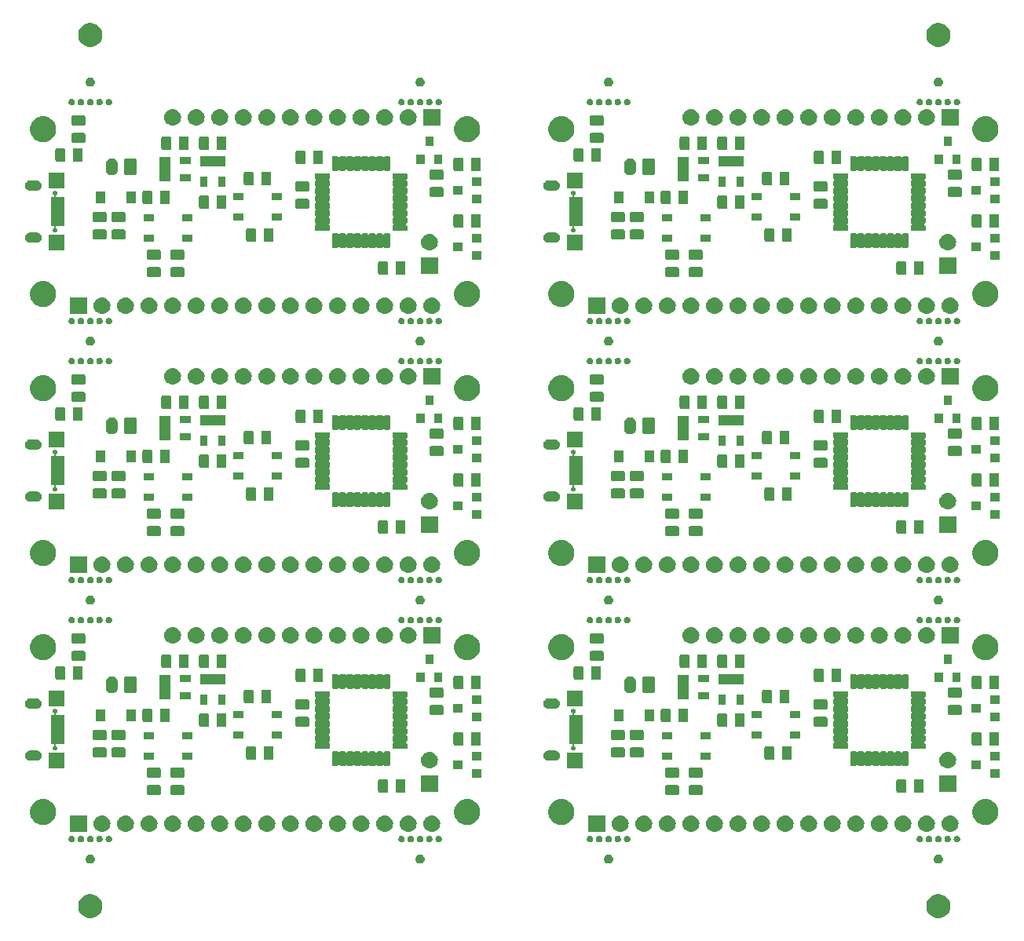
<source format=gbr>
G04 #@! TF.GenerationSoftware,KiCad,Pcbnew,(5.1.4)-1*
G04 #@! TF.CreationDate,2020-09-18T21:31:58+02:00*
G04 #@! TF.ProjectId,cheapFeather,63686561-7046-4656-9174-6865722e6b69,rev?*
G04 #@! TF.SameCoordinates,Original*
G04 #@! TF.FileFunction,Soldermask,Top*
G04 #@! TF.FilePolarity,Negative*
%FSLAX46Y46*%
G04 Gerber Fmt 4.6, Leading zero omitted, Abs format (unit mm)*
G04 Created by KiCad (PCBNEW (5.1.4)-1) date 2020-09-18 21:31:58*
%MOMM*%
%LPD*%
G04 APERTURE LIST*
%ADD10C,0.100000*%
G04 APERTURE END LIST*
D10*
G36*
X162939487Y-133368996D02*
G01*
X163176253Y-133467068D01*
X163176255Y-133467069D01*
X163389339Y-133609447D01*
X163570553Y-133790661D01*
X163712932Y-134003747D01*
X163811004Y-134240513D01*
X163861000Y-134491861D01*
X163861000Y-134748139D01*
X163811004Y-134999487D01*
X163712932Y-135236253D01*
X163712931Y-135236255D01*
X163570553Y-135449339D01*
X163389339Y-135630553D01*
X163176255Y-135772931D01*
X163176254Y-135772932D01*
X163176253Y-135772932D01*
X162939487Y-135871004D01*
X162688139Y-135921000D01*
X162431861Y-135921000D01*
X162180513Y-135871004D01*
X161943747Y-135772932D01*
X161943746Y-135772932D01*
X161943745Y-135772931D01*
X161730661Y-135630553D01*
X161549447Y-135449339D01*
X161407069Y-135236255D01*
X161407068Y-135236253D01*
X161308996Y-134999487D01*
X161259000Y-134748139D01*
X161259000Y-134491861D01*
X161308996Y-134240513D01*
X161407068Y-134003747D01*
X161549447Y-133790661D01*
X161730661Y-133609447D01*
X161943745Y-133467069D01*
X161943747Y-133467068D01*
X162180513Y-133368996D01*
X162431861Y-133319000D01*
X162688139Y-133319000D01*
X162939487Y-133368996D01*
X162939487Y-133368996D01*
G37*
G36*
X71499487Y-133368996D02*
G01*
X71736253Y-133467068D01*
X71736255Y-133467069D01*
X71949339Y-133609447D01*
X72130553Y-133790661D01*
X72272932Y-134003747D01*
X72371004Y-134240513D01*
X72421000Y-134491861D01*
X72421000Y-134748139D01*
X72371004Y-134999487D01*
X72272932Y-135236253D01*
X72272931Y-135236255D01*
X72130553Y-135449339D01*
X71949339Y-135630553D01*
X71736255Y-135772931D01*
X71736254Y-135772932D01*
X71736253Y-135772932D01*
X71499487Y-135871004D01*
X71248139Y-135921000D01*
X70991861Y-135921000D01*
X70740513Y-135871004D01*
X70503747Y-135772932D01*
X70503746Y-135772932D01*
X70503745Y-135772931D01*
X70290661Y-135630553D01*
X70109447Y-135449339D01*
X69967069Y-135236255D01*
X69967068Y-135236253D01*
X69868996Y-134999487D01*
X69819000Y-134748139D01*
X69819000Y-134491861D01*
X69868996Y-134240513D01*
X69967068Y-134003747D01*
X70109447Y-133790661D01*
X70290661Y-133609447D01*
X70503745Y-133467069D01*
X70503747Y-133467068D01*
X70740513Y-133368996D01*
X70991861Y-133319000D01*
X71248139Y-133319000D01*
X71499487Y-133368996D01*
X71499487Y-133368996D01*
G37*
G36*
X106825843Y-129059214D02*
G01*
X106825846Y-129059215D01*
X106825845Y-129059215D01*
X106916839Y-129096906D01*
X106958063Y-129124451D01*
X106998730Y-129151624D01*
X107068376Y-129221270D01*
X107123095Y-129303163D01*
X107160786Y-129394157D01*
X107180000Y-129490753D01*
X107180000Y-129589247D01*
X107160786Y-129685843D01*
X107160785Y-129685845D01*
X107123094Y-129776839D01*
X107068375Y-129858731D01*
X106998731Y-129928375D01*
X106916839Y-129983094D01*
X106916838Y-129983095D01*
X106916837Y-129983095D01*
X106825843Y-130020786D01*
X106729247Y-130040000D01*
X106630753Y-130040000D01*
X106534157Y-130020786D01*
X106443163Y-129983095D01*
X106443162Y-129983095D01*
X106443161Y-129983094D01*
X106361269Y-129928375D01*
X106291625Y-129858731D01*
X106236906Y-129776839D01*
X106199215Y-129685845D01*
X106199214Y-129685843D01*
X106180000Y-129589247D01*
X106180000Y-129490753D01*
X106199214Y-129394157D01*
X106236905Y-129303163D01*
X106291624Y-129221270D01*
X106361270Y-129151624D01*
X106401937Y-129124451D01*
X106443161Y-129096906D01*
X106534155Y-129059215D01*
X106534154Y-129059215D01*
X106534157Y-129059214D01*
X106630753Y-129040000D01*
X106729247Y-129040000D01*
X106825843Y-129059214D01*
X106825843Y-129059214D01*
G37*
G36*
X162705843Y-129059214D02*
G01*
X162705846Y-129059215D01*
X162705845Y-129059215D01*
X162796839Y-129096906D01*
X162838063Y-129124451D01*
X162878730Y-129151624D01*
X162948376Y-129221270D01*
X163003095Y-129303163D01*
X163040786Y-129394157D01*
X163060000Y-129490753D01*
X163060000Y-129589247D01*
X163040786Y-129685843D01*
X163040785Y-129685845D01*
X163003094Y-129776839D01*
X162948375Y-129858731D01*
X162878731Y-129928375D01*
X162796839Y-129983094D01*
X162796838Y-129983095D01*
X162796837Y-129983095D01*
X162705843Y-130020786D01*
X162609247Y-130040000D01*
X162510753Y-130040000D01*
X162414157Y-130020786D01*
X162323163Y-129983095D01*
X162323162Y-129983095D01*
X162323161Y-129983094D01*
X162241269Y-129928375D01*
X162171625Y-129858731D01*
X162116906Y-129776839D01*
X162079215Y-129685845D01*
X162079214Y-129685843D01*
X162060000Y-129589247D01*
X162060000Y-129490753D01*
X162079214Y-129394157D01*
X162116905Y-129303163D01*
X162171624Y-129221270D01*
X162241270Y-129151624D01*
X162281937Y-129124451D01*
X162323161Y-129096906D01*
X162414155Y-129059215D01*
X162414154Y-129059215D01*
X162414157Y-129059214D01*
X162510753Y-129040000D01*
X162609247Y-129040000D01*
X162705843Y-129059214D01*
X162705843Y-129059214D01*
G37*
G36*
X127145843Y-129059214D02*
G01*
X127145846Y-129059215D01*
X127145845Y-129059215D01*
X127236839Y-129096906D01*
X127278063Y-129124451D01*
X127318730Y-129151624D01*
X127388376Y-129221270D01*
X127443095Y-129303163D01*
X127480786Y-129394157D01*
X127500000Y-129490753D01*
X127500000Y-129589247D01*
X127480786Y-129685843D01*
X127480785Y-129685845D01*
X127443094Y-129776839D01*
X127388375Y-129858731D01*
X127318731Y-129928375D01*
X127236839Y-129983094D01*
X127236838Y-129983095D01*
X127236837Y-129983095D01*
X127145843Y-130020786D01*
X127049247Y-130040000D01*
X126950753Y-130040000D01*
X126854157Y-130020786D01*
X126763163Y-129983095D01*
X126763162Y-129983095D01*
X126763161Y-129983094D01*
X126681269Y-129928375D01*
X126611625Y-129858731D01*
X126556906Y-129776839D01*
X126519215Y-129685845D01*
X126519214Y-129685843D01*
X126500000Y-129589247D01*
X126500000Y-129490753D01*
X126519214Y-129394157D01*
X126556905Y-129303163D01*
X126611624Y-129221270D01*
X126681270Y-129151624D01*
X126721937Y-129124451D01*
X126763161Y-129096906D01*
X126854155Y-129059215D01*
X126854154Y-129059215D01*
X126854157Y-129059214D01*
X126950753Y-129040000D01*
X127049247Y-129040000D01*
X127145843Y-129059214D01*
X127145843Y-129059214D01*
G37*
G36*
X71265843Y-129059214D02*
G01*
X71265846Y-129059215D01*
X71265845Y-129059215D01*
X71356839Y-129096906D01*
X71398063Y-129124451D01*
X71438730Y-129151624D01*
X71508376Y-129221270D01*
X71563095Y-129303163D01*
X71600786Y-129394157D01*
X71620000Y-129490753D01*
X71620000Y-129589247D01*
X71600786Y-129685843D01*
X71600785Y-129685845D01*
X71563094Y-129776839D01*
X71508375Y-129858731D01*
X71438731Y-129928375D01*
X71356839Y-129983094D01*
X71356838Y-129983095D01*
X71356837Y-129983095D01*
X71265843Y-130020786D01*
X71169247Y-130040000D01*
X71070753Y-130040000D01*
X70974157Y-130020786D01*
X70883163Y-129983095D01*
X70883162Y-129983095D01*
X70883161Y-129983094D01*
X70801269Y-129928375D01*
X70731625Y-129858731D01*
X70676906Y-129776839D01*
X70639215Y-129685845D01*
X70639214Y-129685843D01*
X70620000Y-129589247D01*
X70620000Y-129490753D01*
X70639214Y-129394157D01*
X70676905Y-129303163D01*
X70731624Y-129221270D01*
X70801270Y-129151624D01*
X70841937Y-129124451D01*
X70883161Y-129096906D01*
X70974155Y-129059215D01*
X70974154Y-129059215D01*
X70974157Y-129059214D01*
X71070753Y-129040000D01*
X71169247Y-129040000D01*
X71265843Y-129059214D01*
X71265843Y-129059214D01*
G37*
G36*
X160662383Y-127043489D02*
G01*
X160662386Y-127043490D01*
X160662385Y-127043490D01*
X160726258Y-127069946D01*
X160783748Y-127108360D01*
X160832640Y-127157252D01*
X160871054Y-127214742D01*
X160892624Y-127266818D01*
X160897511Y-127278617D01*
X160911000Y-127346430D01*
X160911000Y-127415570D01*
X160897511Y-127483383D01*
X160897510Y-127483385D01*
X160871054Y-127547258D01*
X160832640Y-127604748D01*
X160783748Y-127653640D01*
X160726258Y-127692054D01*
X160674182Y-127713624D01*
X160662383Y-127718511D01*
X160594570Y-127732000D01*
X160525430Y-127732000D01*
X160457617Y-127718511D01*
X160445818Y-127713624D01*
X160393742Y-127692054D01*
X160336252Y-127653640D01*
X160287360Y-127604748D01*
X160248946Y-127547258D01*
X160222490Y-127483385D01*
X160222489Y-127483383D01*
X160209000Y-127415570D01*
X160209000Y-127346430D01*
X160222489Y-127278617D01*
X160227376Y-127266818D01*
X160248946Y-127214742D01*
X160287360Y-127157252D01*
X160336252Y-127108360D01*
X160393742Y-127069946D01*
X160457615Y-127043490D01*
X160457614Y-127043490D01*
X160457617Y-127043489D01*
X160525430Y-127030000D01*
X160594570Y-127030000D01*
X160662383Y-127043489D01*
X160662383Y-127043489D01*
G37*
G36*
X163662383Y-127043489D02*
G01*
X163662386Y-127043490D01*
X163662385Y-127043490D01*
X163726258Y-127069946D01*
X163783748Y-127108360D01*
X163832640Y-127157252D01*
X163871054Y-127214742D01*
X163892624Y-127266818D01*
X163897511Y-127278617D01*
X163911000Y-127346430D01*
X163911000Y-127415570D01*
X163897511Y-127483383D01*
X163897510Y-127483385D01*
X163871054Y-127547258D01*
X163832640Y-127604748D01*
X163783748Y-127653640D01*
X163726258Y-127692054D01*
X163674182Y-127713624D01*
X163662383Y-127718511D01*
X163594570Y-127732000D01*
X163525430Y-127732000D01*
X163457617Y-127718511D01*
X163445818Y-127713624D01*
X163393742Y-127692054D01*
X163336252Y-127653640D01*
X163287360Y-127604748D01*
X163248946Y-127547258D01*
X163222490Y-127483385D01*
X163222489Y-127483383D01*
X163209000Y-127415570D01*
X163209000Y-127346430D01*
X163222489Y-127278617D01*
X163227376Y-127266818D01*
X163248946Y-127214742D01*
X163287360Y-127157252D01*
X163336252Y-127108360D01*
X163393742Y-127069946D01*
X163457615Y-127043490D01*
X163457614Y-127043490D01*
X163457617Y-127043489D01*
X163525430Y-127030000D01*
X163594570Y-127030000D01*
X163662383Y-127043489D01*
X163662383Y-127043489D01*
G37*
G36*
X164662383Y-127043489D02*
G01*
X164662386Y-127043490D01*
X164662385Y-127043490D01*
X164726258Y-127069946D01*
X164783748Y-127108360D01*
X164832640Y-127157252D01*
X164871054Y-127214742D01*
X164892624Y-127266818D01*
X164897511Y-127278617D01*
X164911000Y-127346430D01*
X164911000Y-127415570D01*
X164897511Y-127483383D01*
X164897510Y-127483385D01*
X164871054Y-127547258D01*
X164832640Y-127604748D01*
X164783748Y-127653640D01*
X164726258Y-127692054D01*
X164674182Y-127713624D01*
X164662383Y-127718511D01*
X164594570Y-127732000D01*
X164525430Y-127732000D01*
X164457617Y-127718511D01*
X164445818Y-127713624D01*
X164393742Y-127692054D01*
X164336252Y-127653640D01*
X164287360Y-127604748D01*
X164248946Y-127547258D01*
X164222490Y-127483385D01*
X164222489Y-127483383D01*
X164209000Y-127415570D01*
X164209000Y-127346430D01*
X164222489Y-127278617D01*
X164227376Y-127266818D01*
X164248946Y-127214742D01*
X164287360Y-127157252D01*
X164336252Y-127108360D01*
X164393742Y-127069946D01*
X164457615Y-127043490D01*
X164457614Y-127043490D01*
X164457617Y-127043489D01*
X164525430Y-127030000D01*
X164594570Y-127030000D01*
X164662383Y-127043489D01*
X164662383Y-127043489D01*
G37*
G36*
X161662383Y-127043489D02*
G01*
X161662386Y-127043490D01*
X161662385Y-127043490D01*
X161726258Y-127069946D01*
X161783748Y-127108360D01*
X161832640Y-127157252D01*
X161871054Y-127214742D01*
X161892624Y-127266818D01*
X161897511Y-127278617D01*
X161911000Y-127346430D01*
X161911000Y-127415570D01*
X161897511Y-127483383D01*
X161897510Y-127483385D01*
X161871054Y-127547258D01*
X161832640Y-127604748D01*
X161783748Y-127653640D01*
X161726258Y-127692054D01*
X161674182Y-127713624D01*
X161662383Y-127718511D01*
X161594570Y-127732000D01*
X161525430Y-127732000D01*
X161457617Y-127718511D01*
X161445818Y-127713624D01*
X161393742Y-127692054D01*
X161336252Y-127653640D01*
X161287360Y-127604748D01*
X161248946Y-127547258D01*
X161222490Y-127483385D01*
X161222489Y-127483383D01*
X161209000Y-127415570D01*
X161209000Y-127346430D01*
X161222489Y-127278617D01*
X161227376Y-127266818D01*
X161248946Y-127214742D01*
X161287360Y-127157252D01*
X161336252Y-127108360D01*
X161393742Y-127069946D01*
X161457615Y-127043490D01*
X161457614Y-127043490D01*
X161457617Y-127043489D01*
X161525430Y-127030000D01*
X161594570Y-127030000D01*
X161662383Y-127043489D01*
X161662383Y-127043489D01*
G37*
G36*
X127102383Y-127043489D02*
G01*
X127102386Y-127043490D01*
X127102385Y-127043490D01*
X127166258Y-127069946D01*
X127223748Y-127108360D01*
X127272640Y-127157252D01*
X127311054Y-127214742D01*
X127332624Y-127266818D01*
X127337511Y-127278617D01*
X127351000Y-127346430D01*
X127351000Y-127415570D01*
X127337511Y-127483383D01*
X127337510Y-127483385D01*
X127311054Y-127547258D01*
X127272640Y-127604748D01*
X127223748Y-127653640D01*
X127166258Y-127692054D01*
X127114182Y-127713624D01*
X127102383Y-127718511D01*
X127034570Y-127732000D01*
X126965430Y-127732000D01*
X126897617Y-127718511D01*
X126885818Y-127713624D01*
X126833742Y-127692054D01*
X126776252Y-127653640D01*
X126727360Y-127604748D01*
X126688946Y-127547258D01*
X126662490Y-127483385D01*
X126662489Y-127483383D01*
X126649000Y-127415570D01*
X126649000Y-127346430D01*
X126662489Y-127278617D01*
X126667376Y-127266818D01*
X126688946Y-127214742D01*
X126727360Y-127157252D01*
X126776252Y-127108360D01*
X126833742Y-127069946D01*
X126897615Y-127043490D01*
X126897614Y-127043490D01*
X126897617Y-127043489D01*
X126965430Y-127030000D01*
X127034570Y-127030000D01*
X127102383Y-127043489D01*
X127102383Y-127043489D01*
G37*
G36*
X128102383Y-127043489D02*
G01*
X128102386Y-127043490D01*
X128102385Y-127043490D01*
X128166258Y-127069946D01*
X128223748Y-127108360D01*
X128272640Y-127157252D01*
X128311054Y-127214742D01*
X128332624Y-127266818D01*
X128337511Y-127278617D01*
X128351000Y-127346430D01*
X128351000Y-127415570D01*
X128337511Y-127483383D01*
X128337510Y-127483385D01*
X128311054Y-127547258D01*
X128272640Y-127604748D01*
X128223748Y-127653640D01*
X128166258Y-127692054D01*
X128114182Y-127713624D01*
X128102383Y-127718511D01*
X128034570Y-127732000D01*
X127965430Y-127732000D01*
X127897617Y-127718511D01*
X127885818Y-127713624D01*
X127833742Y-127692054D01*
X127776252Y-127653640D01*
X127727360Y-127604748D01*
X127688946Y-127547258D01*
X127662490Y-127483385D01*
X127662489Y-127483383D01*
X127649000Y-127415570D01*
X127649000Y-127346430D01*
X127662489Y-127278617D01*
X127667376Y-127266818D01*
X127688946Y-127214742D01*
X127727360Y-127157252D01*
X127776252Y-127108360D01*
X127833742Y-127069946D01*
X127897615Y-127043490D01*
X127897614Y-127043490D01*
X127897617Y-127043489D01*
X127965430Y-127030000D01*
X128034570Y-127030000D01*
X128102383Y-127043489D01*
X128102383Y-127043489D01*
G37*
G36*
X129102383Y-127043489D02*
G01*
X129102386Y-127043490D01*
X129102385Y-127043490D01*
X129166258Y-127069946D01*
X129223748Y-127108360D01*
X129272640Y-127157252D01*
X129311054Y-127214742D01*
X129332624Y-127266818D01*
X129337511Y-127278617D01*
X129351000Y-127346430D01*
X129351000Y-127415570D01*
X129337511Y-127483383D01*
X129337510Y-127483385D01*
X129311054Y-127547258D01*
X129272640Y-127604748D01*
X129223748Y-127653640D01*
X129166258Y-127692054D01*
X129114182Y-127713624D01*
X129102383Y-127718511D01*
X129034570Y-127732000D01*
X128965430Y-127732000D01*
X128897617Y-127718511D01*
X128885818Y-127713624D01*
X128833742Y-127692054D01*
X128776252Y-127653640D01*
X128727360Y-127604748D01*
X128688946Y-127547258D01*
X128662490Y-127483385D01*
X128662489Y-127483383D01*
X128649000Y-127415570D01*
X128649000Y-127346430D01*
X128662489Y-127278617D01*
X128667376Y-127266818D01*
X128688946Y-127214742D01*
X128727360Y-127157252D01*
X128776252Y-127108360D01*
X128833742Y-127069946D01*
X128897615Y-127043490D01*
X128897614Y-127043490D01*
X128897617Y-127043489D01*
X128965430Y-127030000D01*
X129034570Y-127030000D01*
X129102383Y-127043489D01*
X129102383Y-127043489D01*
G37*
G36*
X126102383Y-127043489D02*
G01*
X126102386Y-127043490D01*
X126102385Y-127043490D01*
X126166258Y-127069946D01*
X126223748Y-127108360D01*
X126272640Y-127157252D01*
X126311054Y-127214742D01*
X126332624Y-127266818D01*
X126337511Y-127278617D01*
X126351000Y-127346430D01*
X126351000Y-127415570D01*
X126337511Y-127483383D01*
X126337510Y-127483385D01*
X126311054Y-127547258D01*
X126272640Y-127604748D01*
X126223748Y-127653640D01*
X126166258Y-127692054D01*
X126114182Y-127713624D01*
X126102383Y-127718511D01*
X126034570Y-127732000D01*
X125965430Y-127732000D01*
X125897617Y-127718511D01*
X125885818Y-127713624D01*
X125833742Y-127692054D01*
X125776252Y-127653640D01*
X125727360Y-127604748D01*
X125688946Y-127547258D01*
X125662490Y-127483385D01*
X125662489Y-127483383D01*
X125649000Y-127415570D01*
X125649000Y-127346430D01*
X125662489Y-127278617D01*
X125667376Y-127266818D01*
X125688946Y-127214742D01*
X125727360Y-127157252D01*
X125776252Y-127108360D01*
X125833742Y-127069946D01*
X125897615Y-127043490D01*
X125897614Y-127043490D01*
X125897617Y-127043489D01*
X125965430Y-127030000D01*
X126034570Y-127030000D01*
X126102383Y-127043489D01*
X126102383Y-127043489D01*
G37*
G36*
X125102383Y-127043489D02*
G01*
X125102386Y-127043490D01*
X125102385Y-127043490D01*
X125166258Y-127069946D01*
X125223748Y-127108360D01*
X125272640Y-127157252D01*
X125311054Y-127214742D01*
X125332624Y-127266818D01*
X125337511Y-127278617D01*
X125351000Y-127346430D01*
X125351000Y-127415570D01*
X125337511Y-127483383D01*
X125337510Y-127483385D01*
X125311054Y-127547258D01*
X125272640Y-127604748D01*
X125223748Y-127653640D01*
X125166258Y-127692054D01*
X125114182Y-127713624D01*
X125102383Y-127718511D01*
X125034570Y-127732000D01*
X124965430Y-127732000D01*
X124897617Y-127718511D01*
X124885818Y-127713624D01*
X124833742Y-127692054D01*
X124776252Y-127653640D01*
X124727360Y-127604748D01*
X124688946Y-127547258D01*
X124662490Y-127483385D01*
X124662489Y-127483383D01*
X124649000Y-127415570D01*
X124649000Y-127346430D01*
X124662489Y-127278617D01*
X124667376Y-127266818D01*
X124688946Y-127214742D01*
X124727360Y-127157252D01*
X124776252Y-127108360D01*
X124833742Y-127069946D01*
X124897615Y-127043490D01*
X124897614Y-127043490D01*
X124897617Y-127043489D01*
X124965430Y-127030000D01*
X125034570Y-127030000D01*
X125102383Y-127043489D01*
X125102383Y-127043489D01*
G37*
G36*
X106782383Y-127043489D02*
G01*
X106782386Y-127043490D01*
X106782385Y-127043490D01*
X106846258Y-127069946D01*
X106903748Y-127108360D01*
X106952640Y-127157252D01*
X106991054Y-127214742D01*
X107012624Y-127266818D01*
X107017511Y-127278617D01*
X107031000Y-127346430D01*
X107031000Y-127415570D01*
X107017511Y-127483383D01*
X107017510Y-127483385D01*
X106991054Y-127547258D01*
X106952640Y-127604748D01*
X106903748Y-127653640D01*
X106846258Y-127692054D01*
X106794182Y-127713624D01*
X106782383Y-127718511D01*
X106714570Y-127732000D01*
X106645430Y-127732000D01*
X106577617Y-127718511D01*
X106565818Y-127713624D01*
X106513742Y-127692054D01*
X106456252Y-127653640D01*
X106407360Y-127604748D01*
X106368946Y-127547258D01*
X106342490Y-127483385D01*
X106342489Y-127483383D01*
X106329000Y-127415570D01*
X106329000Y-127346430D01*
X106342489Y-127278617D01*
X106347376Y-127266818D01*
X106368946Y-127214742D01*
X106407360Y-127157252D01*
X106456252Y-127108360D01*
X106513742Y-127069946D01*
X106577615Y-127043490D01*
X106577614Y-127043490D01*
X106577617Y-127043489D01*
X106645430Y-127030000D01*
X106714570Y-127030000D01*
X106782383Y-127043489D01*
X106782383Y-127043489D01*
G37*
G36*
X108782383Y-127043489D02*
G01*
X108782386Y-127043490D01*
X108782385Y-127043490D01*
X108846258Y-127069946D01*
X108903748Y-127108360D01*
X108952640Y-127157252D01*
X108991054Y-127214742D01*
X109012624Y-127266818D01*
X109017511Y-127278617D01*
X109031000Y-127346430D01*
X109031000Y-127415570D01*
X109017511Y-127483383D01*
X109017510Y-127483385D01*
X108991054Y-127547258D01*
X108952640Y-127604748D01*
X108903748Y-127653640D01*
X108846258Y-127692054D01*
X108794182Y-127713624D01*
X108782383Y-127718511D01*
X108714570Y-127732000D01*
X108645430Y-127732000D01*
X108577617Y-127718511D01*
X108565818Y-127713624D01*
X108513742Y-127692054D01*
X108456252Y-127653640D01*
X108407360Y-127604748D01*
X108368946Y-127547258D01*
X108342490Y-127483385D01*
X108342489Y-127483383D01*
X108329000Y-127415570D01*
X108329000Y-127346430D01*
X108342489Y-127278617D01*
X108347376Y-127266818D01*
X108368946Y-127214742D01*
X108407360Y-127157252D01*
X108456252Y-127108360D01*
X108513742Y-127069946D01*
X108577615Y-127043490D01*
X108577614Y-127043490D01*
X108577617Y-127043489D01*
X108645430Y-127030000D01*
X108714570Y-127030000D01*
X108782383Y-127043489D01*
X108782383Y-127043489D01*
G37*
G36*
X162662383Y-127043489D02*
G01*
X162662386Y-127043490D01*
X162662385Y-127043490D01*
X162726258Y-127069946D01*
X162783748Y-127108360D01*
X162832640Y-127157252D01*
X162871054Y-127214742D01*
X162892624Y-127266818D01*
X162897511Y-127278617D01*
X162911000Y-127346430D01*
X162911000Y-127415570D01*
X162897511Y-127483383D01*
X162897510Y-127483385D01*
X162871054Y-127547258D01*
X162832640Y-127604748D01*
X162783748Y-127653640D01*
X162726258Y-127692054D01*
X162674182Y-127713624D01*
X162662383Y-127718511D01*
X162594570Y-127732000D01*
X162525430Y-127732000D01*
X162457617Y-127718511D01*
X162445818Y-127713624D01*
X162393742Y-127692054D01*
X162336252Y-127653640D01*
X162287360Y-127604748D01*
X162248946Y-127547258D01*
X162222490Y-127483385D01*
X162222489Y-127483383D01*
X162209000Y-127415570D01*
X162209000Y-127346430D01*
X162222489Y-127278617D01*
X162227376Y-127266818D01*
X162248946Y-127214742D01*
X162287360Y-127157252D01*
X162336252Y-127108360D01*
X162393742Y-127069946D01*
X162457615Y-127043490D01*
X162457614Y-127043490D01*
X162457617Y-127043489D01*
X162525430Y-127030000D01*
X162594570Y-127030000D01*
X162662383Y-127043489D01*
X162662383Y-127043489D01*
G37*
G36*
X69222383Y-127043489D02*
G01*
X69222386Y-127043490D01*
X69222385Y-127043490D01*
X69286258Y-127069946D01*
X69343748Y-127108360D01*
X69392640Y-127157252D01*
X69431054Y-127214742D01*
X69452624Y-127266818D01*
X69457511Y-127278617D01*
X69471000Y-127346430D01*
X69471000Y-127415570D01*
X69457511Y-127483383D01*
X69457510Y-127483385D01*
X69431054Y-127547258D01*
X69392640Y-127604748D01*
X69343748Y-127653640D01*
X69286258Y-127692054D01*
X69234182Y-127713624D01*
X69222383Y-127718511D01*
X69154570Y-127732000D01*
X69085430Y-127732000D01*
X69017617Y-127718511D01*
X69005818Y-127713624D01*
X68953742Y-127692054D01*
X68896252Y-127653640D01*
X68847360Y-127604748D01*
X68808946Y-127547258D01*
X68782490Y-127483385D01*
X68782489Y-127483383D01*
X68769000Y-127415570D01*
X68769000Y-127346430D01*
X68782489Y-127278617D01*
X68787376Y-127266818D01*
X68808946Y-127214742D01*
X68847360Y-127157252D01*
X68896252Y-127108360D01*
X68953742Y-127069946D01*
X69017615Y-127043490D01*
X69017614Y-127043490D01*
X69017617Y-127043489D01*
X69085430Y-127030000D01*
X69154570Y-127030000D01*
X69222383Y-127043489D01*
X69222383Y-127043489D01*
G37*
G36*
X70222383Y-127043489D02*
G01*
X70222386Y-127043490D01*
X70222385Y-127043490D01*
X70286258Y-127069946D01*
X70343748Y-127108360D01*
X70392640Y-127157252D01*
X70431054Y-127214742D01*
X70452624Y-127266818D01*
X70457511Y-127278617D01*
X70471000Y-127346430D01*
X70471000Y-127415570D01*
X70457511Y-127483383D01*
X70457510Y-127483385D01*
X70431054Y-127547258D01*
X70392640Y-127604748D01*
X70343748Y-127653640D01*
X70286258Y-127692054D01*
X70234182Y-127713624D01*
X70222383Y-127718511D01*
X70154570Y-127732000D01*
X70085430Y-127732000D01*
X70017617Y-127718511D01*
X70005818Y-127713624D01*
X69953742Y-127692054D01*
X69896252Y-127653640D01*
X69847360Y-127604748D01*
X69808946Y-127547258D01*
X69782490Y-127483385D01*
X69782489Y-127483383D01*
X69769000Y-127415570D01*
X69769000Y-127346430D01*
X69782489Y-127278617D01*
X69787376Y-127266818D01*
X69808946Y-127214742D01*
X69847360Y-127157252D01*
X69896252Y-127108360D01*
X69953742Y-127069946D01*
X70017615Y-127043490D01*
X70017614Y-127043490D01*
X70017617Y-127043489D01*
X70085430Y-127030000D01*
X70154570Y-127030000D01*
X70222383Y-127043489D01*
X70222383Y-127043489D01*
G37*
G36*
X73222383Y-127043489D02*
G01*
X73222386Y-127043490D01*
X73222385Y-127043490D01*
X73286258Y-127069946D01*
X73343748Y-127108360D01*
X73392640Y-127157252D01*
X73431054Y-127214742D01*
X73452624Y-127266818D01*
X73457511Y-127278617D01*
X73471000Y-127346430D01*
X73471000Y-127415570D01*
X73457511Y-127483383D01*
X73457510Y-127483385D01*
X73431054Y-127547258D01*
X73392640Y-127604748D01*
X73343748Y-127653640D01*
X73286258Y-127692054D01*
X73234182Y-127713624D01*
X73222383Y-127718511D01*
X73154570Y-127732000D01*
X73085430Y-127732000D01*
X73017617Y-127718511D01*
X73005818Y-127713624D01*
X72953742Y-127692054D01*
X72896252Y-127653640D01*
X72847360Y-127604748D01*
X72808946Y-127547258D01*
X72782490Y-127483385D01*
X72782489Y-127483383D01*
X72769000Y-127415570D01*
X72769000Y-127346430D01*
X72782489Y-127278617D01*
X72787376Y-127266818D01*
X72808946Y-127214742D01*
X72847360Y-127157252D01*
X72896252Y-127108360D01*
X72953742Y-127069946D01*
X73017615Y-127043490D01*
X73017614Y-127043490D01*
X73017617Y-127043489D01*
X73085430Y-127030000D01*
X73154570Y-127030000D01*
X73222383Y-127043489D01*
X73222383Y-127043489D01*
G37*
G36*
X107782383Y-127043489D02*
G01*
X107782386Y-127043490D01*
X107782385Y-127043490D01*
X107846258Y-127069946D01*
X107903748Y-127108360D01*
X107952640Y-127157252D01*
X107991054Y-127214742D01*
X108012624Y-127266818D01*
X108017511Y-127278617D01*
X108031000Y-127346430D01*
X108031000Y-127415570D01*
X108017511Y-127483383D01*
X108017510Y-127483385D01*
X107991054Y-127547258D01*
X107952640Y-127604748D01*
X107903748Y-127653640D01*
X107846258Y-127692054D01*
X107794182Y-127713624D01*
X107782383Y-127718511D01*
X107714570Y-127732000D01*
X107645430Y-127732000D01*
X107577617Y-127718511D01*
X107565818Y-127713624D01*
X107513742Y-127692054D01*
X107456252Y-127653640D01*
X107407360Y-127604748D01*
X107368946Y-127547258D01*
X107342490Y-127483385D01*
X107342489Y-127483383D01*
X107329000Y-127415570D01*
X107329000Y-127346430D01*
X107342489Y-127278617D01*
X107347376Y-127266818D01*
X107368946Y-127214742D01*
X107407360Y-127157252D01*
X107456252Y-127108360D01*
X107513742Y-127069946D01*
X107577615Y-127043490D01*
X107577614Y-127043490D01*
X107577617Y-127043489D01*
X107645430Y-127030000D01*
X107714570Y-127030000D01*
X107782383Y-127043489D01*
X107782383Y-127043489D01*
G37*
G36*
X72222383Y-127043489D02*
G01*
X72222386Y-127043490D01*
X72222385Y-127043490D01*
X72286258Y-127069946D01*
X72343748Y-127108360D01*
X72392640Y-127157252D01*
X72431054Y-127214742D01*
X72452624Y-127266818D01*
X72457511Y-127278617D01*
X72471000Y-127346430D01*
X72471000Y-127415570D01*
X72457511Y-127483383D01*
X72457510Y-127483385D01*
X72431054Y-127547258D01*
X72392640Y-127604748D01*
X72343748Y-127653640D01*
X72286258Y-127692054D01*
X72234182Y-127713624D01*
X72222383Y-127718511D01*
X72154570Y-127732000D01*
X72085430Y-127732000D01*
X72017617Y-127718511D01*
X72005818Y-127713624D01*
X71953742Y-127692054D01*
X71896252Y-127653640D01*
X71847360Y-127604748D01*
X71808946Y-127547258D01*
X71782490Y-127483385D01*
X71782489Y-127483383D01*
X71769000Y-127415570D01*
X71769000Y-127346430D01*
X71782489Y-127278617D01*
X71787376Y-127266818D01*
X71808946Y-127214742D01*
X71847360Y-127157252D01*
X71896252Y-127108360D01*
X71953742Y-127069946D01*
X72017615Y-127043490D01*
X72017614Y-127043490D01*
X72017617Y-127043489D01*
X72085430Y-127030000D01*
X72154570Y-127030000D01*
X72222383Y-127043489D01*
X72222383Y-127043489D01*
G37*
G36*
X71222383Y-127043489D02*
G01*
X71222386Y-127043490D01*
X71222385Y-127043490D01*
X71286258Y-127069946D01*
X71343748Y-127108360D01*
X71392640Y-127157252D01*
X71431054Y-127214742D01*
X71452624Y-127266818D01*
X71457511Y-127278617D01*
X71471000Y-127346430D01*
X71471000Y-127415570D01*
X71457511Y-127483383D01*
X71457510Y-127483385D01*
X71431054Y-127547258D01*
X71392640Y-127604748D01*
X71343748Y-127653640D01*
X71286258Y-127692054D01*
X71234182Y-127713624D01*
X71222383Y-127718511D01*
X71154570Y-127732000D01*
X71085430Y-127732000D01*
X71017617Y-127718511D01*
X71005818Y-127713624D01*
X70953742Y-127692054D01*
X70896252Y-127653640D01*
X70847360Y-127604748D01*
X70808946Y-127547258D01*
X70782490Y-127483385D01*
X70782489Y-127483383D01*
X70769000Y-127415570D01*
X70769000Y-127346430D01*
X70782489Y-127278617D01*
X70787376Y-127266818D01*
X70808946Y-127214742D01*
X70847360Y-127157252D01*
X70896252Y-127108360D01*
X70953742Y-127069946D01*
X71017615Y-127043490D01*
X71017614Y-127043490D01*
X71017617Y-127043489D01*
X71085430Y-127030000D01*
X71154570Y-127030000D01*
X71222383Y-127043489D01*
X71222383Y-127043489D01*
G37*
G36*
X104782383Y-127043489D02*
G01*
X104782386Y-127043490D01*
X104782385Y-127043490D01*
X104846258Y-127069946D01*
X104903748Y-127108360D01*
X104952640Y-127157252D01*
X104991054Y-127214742D01*
X105012624Y-127266818D01*
X105017511Y-127278617D01*
X105031000Y-127346430D01*
X105031000Y-127415570D01*
X105017511Y-127483383D01*
X105017510Y-127483385D01*
X104991054Y-127547258D01*
X104952640Y-127604748D01*
X104903748Y-127653640D01*
X104846258Y-127692054D01*
X104794182Y-127713624D01*
X104782383Y-127718511D01*
X104714570Y-127732000D01*
X104645430Y-127732000D01*
X104577617Y-127718511D01*
X104565818Y-127713624D01*
X104513742Y-127692054D01*
X104456252Y-127653640D01*
X104407360Y-127604748D01*
X104368946Y-127547258D01*
X104342490Y-127483385D01*
X104342489Y-127483383D01*
X104329000Y-127415570D01*
X104329000Y-127346430D01*
X104342489Y-127278617D01*
X104347376Y-127266818D01*
X104368946Y-127214742D01*
X104407360Y-127157252D01*
X104456252Y-127108360D01*
X104513742Y-127069946D01*
X104577615Y-127043490D01*
X104577614Y-127043490D01*
X104577617Y-127043489D01*
X104645430Y-127030000D01*
X104714570Y-127030000D01*
X104782383Y-127043489D01*
X104782383Y-127043489D01*
G37*
G36*
X105782383Y-127043489D02*
G01*
X105782386Y-127043490D01*
X105782385Y-127043490D01*
X105846258Y-127069946D01*
X105903748Y-127108360D01*
X105952640Y-127157252D01*
X105991054Y-127214742D01*
X106012624Y-127266818D01*
X106017511Y-127278617D01*
X106031000Y-127346430D01*
X106031000Y-127415570D01*
X106017511Y-127483383D01*
X106017510Y-127483385D01*
X105991054Y-127547258D01*
X105952640Y-127604748D01*
X105903748Y-127653640D01*
X105846258Y-127692054D01*
X105794182Y-127713624D01*
X105782383Y-127718511D01*
X105714570Y-127732000D01*
X105645430Y-127732000D01*
X105577617Y-127718511D01*
X105565818Y-127713624D01*
X105513742Y-127692054D01*
X105456252Y-127653640D01*
X105407360Y-127604748D01*
X105368946Y-127547258D01*
X105342490Y-127483385D01*
X105342489Y-127483383D01*
X105329000Y-127415570D01*
X105329000Y-127346430D01*
X105342489Y-127278617D01*
X105347376Y-127266818D01*
X105368946Y-127214742D01*
X105407360Y-127157252D01*
X105456252Y-127108360D01*
X105513742Y-127069946D01*
X105577615Y-127043490D01*
X105577614Y-127043490D01*
X105577617Y-127043489D01*
X105645430Y-127030000D01*
X105714570Y-127030000D01*
X105782383Y-127043489D01*
X105782383Y-127043489D01*
G37*
G36*
X108060443Y-124835519D02*
G01*
X108126627Y-124842037D01*
X108296466Y-124893557D01*
X108452991Y-124977222D01*
X108488729Y-125006552D01*
X108590186Y-125089814D01*
X108673448Y-125191271D01*
X108702778Y-125227009D01*
X108786443Y-125383534D01*
X108837963Y-125553373D01*
X108855359Y-125730000D01*
X108837963Y-125906627D01*
X108786443Y-126076466D01*
X108702778Y-126232991D01*
X108673448Y-126268729D01*
X108590186Y-126370186D01*
X108488729Y-126453448D01*
X108452991Y-126482778D01*
X108296466Y-126566443D01*
X108126627Y-126617963D01*
X108060442Y-126624482D01*
X107994260Y-126631000D01*
X107905740Y-126631000D01*
X107839558Y-126624482D01*
X107773373Y-126617963D01*
X107603534Y-126566443D01*
X107447009Y-126482778D01*
X107411271Y-126453448D01*
X107309814Y-126370186D01*
X107226552Y-126268729D01*
X107197222Y-126232991D01*
X107113557Y-126076466D01*
X107062037Y-125906627D01*
X107044641Y-125730000D01*
X107062037Y-125553373D01*
X107113557Y-125383534D01*
X107197222Y-125227009D01*
X107226552Y-125191271D01*
X107309814Y-125089814D01*
X107411271Y-125006552D01*
X107447009Y-124977222D01*
X107603534Y-124893557D01*
X107773373Y-124842037D01*
X107839557Y-124835519D01*
X107905740Y-124829000D01*
X107994260Y-124829000D01*
X108060443Y-124835519D01*
X108060443Y-124835519D01*
G37*
G36*
X151240443Y-124835519D02*
G01*
X151306627Y-124842037D01*
X151476466Y-124893557D01*
X151632991Y-124977222D01*
X151668729Y-125006552D01*
X151770186Y-125089814D01*
X151853448Y-125191271D01*
X151882778Y-125227009D01*
X151966443Y-125383534D01*
X152017963Y-125553373D01*
X152035359Y-125730000D01*
X152017963Y-125906627D01*
X151966443Y-126076466D01*
X151882778Y-126232991D01*
X151853448Y-126268729D01*
X151770186Y-126370186D01*
X151668729Y-126453448D01*
X151632991Y-126482778D01*
X151476466Y-126566443D01*
X151306627Y-126617963D01*
X151240442Y-126624482D01*
X151174260Y-126631000D01*
X151085740Y-126631000D01*
X151019558Y-126624482D01*
X150953373Y-126617963D01*
X150783534Y-126566443D01*
X150627009Y-126482778D01*
X150591271Y-126453448D01*
X150489814Y-126370186D01*
X150406552Y-126268729D01*
X150377222Y-126232991D01*
X150293557Y-126076466D01*
X150242037Y-125906627D01*
X150224641Y-125730000D01*
X150242037Y-125553373D01*
X150293557Y-125383534D01*
X150377222Y-125227009D01*
X150406552Y-125191271D01*
X150489814Y-125089814D01*
X150591271Y-125006552D01*
X150627009Y-124977222D01*
X150783534Y-124893557D01*
X150953373Y-124842037D01*
X151019557Y-124835519D01*
X151085740Y-124829000D01*
X151174260Y-124829000D01*
X151240443Y-124835519D01*
X151240443Y-124835519D01*
G37*
G36*
X153780443Y-124835519D02*
G01*
X153846627Y-124842037D01*
X154016466Y-124893557D01*
X154172991Y-124977222D01*
X154208729Y-125006552D01*
X154310186Y-125089814D01*
X154393448Y-125191271D01*
X154422778Y-125227009D01*
X154506443Y-125383534D01*
X154557963Y-125553373D01*
X154575359Y-125730000D01*
X154557963Y-125906627D01*
X154506443Y-126076466D01*
X154422778Y-126232991D01*
X154393448Y-126268729D01*
X154310186Y-126370186D01*
X154208729Y-126453448D01*
X154172991Y-126482778D01*
X154016466Y-126566443D01*
X153846627Y-126617963D01*
X153780442Y-126624482D01*
X153714260Y-126631000D01*
X153625740Y-126631000D01*
X153559558Y-126624482D01*
X153493373Y-126617963D01*
X153323534Y-126566443D01*
X153167009Y-126482778D01*
X153131271Y-126453448D01*
X153029814Y-126370186D01*
X152946552Y-126268729D01*
X152917222Y-126232991D01*
X152833557Y-126076466D01*
X152782037Y-125906627D01*
X152764641Y-125730000D01*
X152782037Y-125553373D01*
X152833557Y-125383534D01*
X152917222Y-125227009D01*
X152946552Y-125191271D01*
X153029814Y-125089814D01*
X153131271Y-125006552D01*
X153167009Y-124977222D01*
X153323534Y-124893557D01*
X153493373Y-124842037D01*
X153559557Y-124835519D01*
X153625740Y-124829000D01*
X153714260Y-124829000D01*
X153780443Y-124835519D01*
X153780443Y-124835519D01*
G37*
G36*
X156320443Y-124835519D02*
G01*
X156386627Y-124842037D01*
X156556466Y-124893557D01*
X156712991Y-124977222D01*
X156748729Y-125006552D01*
X156850186Y-125089814D01*
X156933448Y-125191271D01*
X156962778Y-125227009D01*
X157046443Y-125383534D01*
X157097963Y-125553373D01*
X157115359Y-125730000D01*
X157097963Y-125906627D01*
X157046443Y-126076466D01*
X156962778Y-126232991D01*
X156933448Y-126268729D01*
X156850186Y-126370186D01*
X156748729Y-126453448D01*
X156712991Y-126482778D01*
X156556466Y-126566443D01*
X156386627Y-126617963D01*
X156320442Y-126624482D01*
X156254260Y-126631000D01*
X156165740Y-126631000D01*
X156099558Y-126624482D01*
X156033373Y-126617963D01*
X155863534Y-126566443D01*
X155707009Y-126482778D01*
X155671271Y-126453448D01*
X155569814Y-126370186D01*
X155486552Y-126268729D01*
X155457222Y-126232991D01*
X155373557Y-126076466D01*
X155322037Y-125906627D01*
X155304641Y-125730000D01*
X155322037Y-125553373D01*
X155373557Y-125383534D01*
X155457222Y-125227009D01*
X155486552Y-125191271D01*
X155569814Y-125089814D01*
X155671271Y-125006552D01*
X155707009Y-124977222D01*
X155863534Y-124893557D01*
X156033373Y-124842037D01*
X156099557Y-124835519D01*
X156165740Y-124829000D01*
X156254260Y-124829000D01*
X156320443Y-124835519D01*
X156320443Y-124835519D01*
G37*
G36*
X158860443Y-124835519D02*
G01*
X158926627Y-124842037D01*
X159096466Y-124893557D01*
X159252991Y-124977222D01*
X159288729Y-125006552D01*
X159390186Y-125089814D01*
X159473448Y-125191271D01*
X159502778Y-125227009D01*
X159586443Y-125383534D01*
X159637963Y-125553373D01*
X159655359Y-125730000D01*
X159637963Y-125906627D01*
X159586443Y-126076466D01*
X159502778Y-126232991D01*
X159473448Y-126268729D01*
X159390186Y-126370186D01*
X159288729Y-126453448D01*
X159252991Y-126482778D01*
X159096466Y-126566443D01*
X158926627Y-126617963D01*
X158860442Y-126624482D01*
X158794260Y-126631000D01*
X158705740Y-126631000D01*
X158639558Y-126624482D01*
X158573373Y-126617963D01*
X158403534Y-126566443D01*
X158247009Y-126482778D01*
X158211271Y-126453448D01*
X158109814Y-126370186D01*
X158026552Y-126268729D01*
X157997222Y-126232991D01*
X157913557Y-126076466D01*
X157862037Y-125906627D01*
X157844641Y-125730000D01*
X157862037Y-125553373D01*
X157913557Y-125383534D01*
X157997222Y-125227009D01*
X158026552Y-125191271D01*
X158109814Y-125089814D01*
X158211271Y-125006552D01*
X158247009Y-124977222D01*
X158403534Y-124893557D01*
X158573373Y-124842037D01*
X158639557Y-124835519D01*
X158705740Y-124829000D01*
X158794260Y-124829000D01*
X158860443Y-124835519D01*
X158860443Y-124835519D01*
G37*
G36*
X163940443Y-124835519D02*
G01*
X164006627Y-124842037D01*
X164176466Y-124893557D01*
X164332991Y-124977222D01*
X164368729Y-125006552D01*
X164470186Y-125089814D01*
X164553448Y-125191271D01*
X164582778Y-125227009D01*
X164666443Y-125383534D01*
X164717963Y-125553373D01*
X164735359Y-125730000D01*
X164717963Y-125906627D01*
X164666443Y-126076466D01*
X164582778Y-126232991D01*
X164553448Y-126268729D01*
X164470186Y-126370186D01*
X164368729Y-126453448D01*
X164332991Y-126482778D01*
X164176466Y-126566443D01*
X164006627Y-126617963D01*
X163940442Y-126624482D01*
X163874260Y-126631000D01*
X163785740Y-126631000D01*
X163719558Y-126624482D01*
X163653373Y-126617963D01*
X163483534Y-126566443D01*
X163327009Y-126482778D01*
X163291271Y-126453448D01*
X163189814Y-126370186D01*
X163106552Y-126268729D01*
X163077222Y-126232991D01*
X162993557Y-126076466D01*
X162942037Y-125906627D01*
X162924641Y-125730000D01*
X162942037Y-125553373D01*
X162993557Y-125383534D01*
X163077222Y-125227009D01*
X163106552Y-125191271D01*
X163189814Y-125089814D01*
X163291271Y-125006552D01*
X163327009Y-124977222D01*
X163483534Y-124893557D01*
X163653373Y-124842037D01*
X163719557Y-124835519D01*
X163785740Y-124829000D01*
X163874260Y-124829000D01*
X163940443Y-124835519D01*
X163940443Y-124835519D01*
G37*
G36*
X126631000Y-126631000D02*
G01*
X124829000Y-126631000D01*
X124829000Y-124829000D01*
X126631000Y-124829000D01*
X126631000Y-126631000D01*
X126631000Y-126631000D01*
G37*
G36*
X128380443Y-124835519D02*
G01*
X128446627Y-124842037D01*
X128616466Y-124893557D01*
X128772991Y-124977222D01*
X128808729Y-125006552D01*
X128910186Y-125089814D01*
X128993448Y-125191271D01*
X129022778Y-125227009D01*
X129106443Y-125383534D01*
X129157963Y-125553373D01*
X129175359Y-125730000D01*
X129157963Y-125906627D01*
X129106443Y-126076466D01*
X129022778Y-126232991D01*
X128993448Y-126268729D01*
X128910186Y-126370186D01*
X128808729Y-126453448D01*
X128772991Y-126482778D01*
X128616466Y-126566443D01*
X128446627Y-126617963D01*
X128380442Y-126624482D01*
X128314260Y-126631000D01*
X128225740Y-126631000D01*
X128159558Y-126624482D01*
X128093373Y-126617963D01*
X127923534Y-126566443D01*
X127767009Y-126482778D01*
X127731271Y-126453448D01*
X127629814Y-126370186D01*
X127546552Y-126268729D01*
X127517222Y-126232991D01*
X127433557Y-126076466D01*
X127382037Y-125906627D01*
X127364641Y-125730000D01*
X127382037Y-125553373D01*
X127433557Y-125383534D01*
X127517222Y-125227009D01*
X127546552Y-125191271D01*
X127629814Y-125089814D01*
X127731271Y-125006552D01*
X127767009Y-124977222D01*
X127923534Y-124893557D01*
X128093373Y-124842037D01*
X128159557Y-124835519D01*
X128225740Y-124829000D01*
X128314260Y-124829000D01*
X128380443Y-124835519D01*
X128380443Y-124835519D01*
G37*
G36*
X130920443Y-124835519D02*
G01*
X130986627Y-124842037D01*
X131156466Y-124893557D01*
X131312991Y-124977222D01*
X131348729Y-125006552D01*
X131450186Y-125089814D01*
X131533448Y-125191271D01*
X131562778Y-125227009D01*
X131646443Y-125383534D01*
X131697963Y-125553373D01*
X131715359Y-125730000D01*
X131697963Y-125906627D01*
X131646443Y-126076466D01*
X131562778Y-126232991D01*
X131533448Y-126268729D01*
X131450186Y-126370186D01*
X131348729Y-126453448D01*
X131312991Y-126482778D01*
X131156466Y-126566443D01*
X130986627Y-126617963D01*
X130920442Y-126624482D01*
X130854260Y-126631000D01*
X130765740Y-126631000D01*
X130699558Y-126624482D01*
X130633373Y-126617963D01*
X130463534Y-126566443D01*
X130307009Y-126482778D01*
X130271271Y-126453448D01*
X130169814Y-126370186D01*
X130086552Y-126268729D01*
X130057222Y-126232991D01*
X129973557Y-126076466D01*
X129922037Y-125906627D01*
X129904641Y-125730000D01*
X129922037Y-125553373D01*
X129973557Y-125383534D01*
X130057222Y-125227009D01*
X130086552Y-125191271D01*
X130169814Y-125089814D01*
X130271271Y-125006552D01*
X130307009Y-124977222D01*
X130463534Y-124893557D01*
X130633373Y-124842037D01*
X130699557Y-124835519D01*
X130765740Y-124829000D01*
X130854260Y-124829000D01*
X130920443Y-124835519D01*
X130920443Y-124835519D01*
G37*
G36*
X133460443Y-124835519D02*
G01*
X133526627Y-124842037D01*
X133696466Y-124893557D01*
X133852991Y-124977222D01*
X133888729Y-125006552D01*
X133990186Y-125089814D01*
X134073448Y-125191271D01*
X134102778Y-125227009D01*
X134186443Y-125383534D01*
X134237963Y-125553373D01*
X134255359Y-125730000D01*
X134237963Y-125906627D01*
X134186443Y-126076466D01*
X134102778Y-126232991D01*
X134073448Y-126268729D01*
X133990186Y-126370186D01*
X133888729Y-126453448D01*
X133852991Y-126482778D01*
X133696466Y-126566443D01*
X133526627Y-126617963D01*
X133460442Y-126624482D01*
X133394260Y-126631000D01*
X133305740Y-126631000D01*
X133239558Y-126624482D01*
X133173373Y-126617963D01*
X133003534Y-126566443D01*
X132847009Y-126482778D01*
X132811271Y-126453448D01*
X132709814Y-126370186D01*
X132626552Y-126268729D01*
X132597222Y-126232991D01*
X132513557Y-126076466D01*
X132462037Y-125906627D01*
X132444641Y-125730000D01*
X132462037Y-125553373D01*
X132513557Y-125383534D01*
X132597222Y-125227009D01*
X132626552Y-125191271D01*
X132709814Y-125089814D01*
X132811271Y-125006552D01*
X132847009Y-124977222D01*
X133003534Y-124893557D01*
X133173373Y-124842037D01*
X133239557Y-124835519D01*
X133305740Y-124829000D01*
X133394260Y-124829000D01*
X133460443Y-124835519D01*
X133460443Y-124835519D01*
G37*
G36*
X136000443Y-124835519D02*
G01*
X136066627Y-124842037D01*
X136236466Y-124893557D01*
X136392991Y-124977222D01*
X136428729Y-125006552D01*
X136530186Y-125089814D01*
X136613448Y-125191271D01*
X136642778Y-125227009D01*
X136726443Y-125383534D01*
X136777963Y-125553373D01*
X136795359Y-125730000D01*
X136777963Y-125906627D01*
X136726443Y-126076466D01*
X136642778Y-126232991D01*
X136613448Y-126268729D01*
X136530186Y-126370186D01*
X136428729Y-126453448D01*
X136392991Y-126482778D01*
X136236466Y-126566443D01*
X136066627Y-126617963D01*
X136000442Y-126624482D01*
X135934260Y-126631000D01*
X135845740Y-126631000D01*
X135779558Y-126624482D01*
X135713373Y-126617963D01*
X135543534Y-126566443D01*
X135387009Y-126482778D01*
X135351271Y-126453448D01*
X135249814Y-126370186D01*
X135166552Y-126268729D01*
X135137222Y-126232991D01*
X135053557Y-126076466D01*
X135002037Y-125906627D01*
X134984641Y-125730000D01*
X135002037Y-125553373D01*
X135053557Y-125383534D01*
X135137222Y-125227009D01*
X135166552Y-125191271D01*
X135249814Y-125089814D01*
X135351271Y-125006552D01*
X135387009Y-124977222D01*
X135543534Y-124893557D01*
X135713373Y-124842037D01*
X135779557Y-124835519D01*
X135845740Y-124829000D01*
X135934260Y-124829000D01*
X136000443Y-124835519D01*
X136000443Y-124835519D01*
G37*
G36*
X138540443Y-124835519D02*
G01*
X138606627Y-124842037D01*
X138776466Y-124893557D01*
X138932991Y-124977222D01*
X138968729Y-125006552D01*
X139070186Y-125089814D01*
X139153448Y-125191271D01*
X139182778Y-125227009D01*
X139266443Y-125383534D01*
X139317963Y-125553373D01*
X139335359Y-125730000D01*
X139317963Y-125906627D01*
X139266443Y-126076466D01*
X139182778Y-126232991D01*
X139153448Y-126268729D01*
X139070186Y-126370186D01*
X138968729Y-126453448D01*
X138932991Y-126482778D01*
X138776466Y-126566443D01*
X138606627Y-126617963D01*
X138540442Y-126624482D01*
X138474260Y-126631000D01*
X138385740Y-126631000D01*
X138319558Y-126624482D01*
X138253373Y-126617963D01*
X138083534Y-126566443D01*
X137927009Y-126482778D01*
X137891271Y-126453448D01*
X137789814Y-126370186D01*
X137706552Y-126268729D01*
X137677222Y-126232991D01*
X137593557Y-126076466D01*
X137542037Y-125906627D01*
X137524641Y-125730000D01*
X137542037Y-125553373D01*
X137593557Y-125383534D01*
X137677222Y-125227009D01*
X137706552Y-125191271D01*
X137789814Y-125089814D01*
X137891271Y-125006552D01*
X137927009Y-124977222D01*
X138083534Y-124893557D01*
X138253373Y-124842037D01*
X138319557Y-124835519D01*
X138385740Y-124829000D01*
X138474260Y-124829000D01*
X138540443Y-124835519D01*
X138540443Y-124835519D01*
G37*
G36*
X141080443Y-124835519D02*
G01*
X141146627Y-124842037D01*
X141316466Y-124893557D01*
X141472991Y-124977222D01*
X141508729Y-125006552D01*
X141610186Y-125089814D01*
X141693448Y-125191271D01*
X141722778Y-125227009D01*
X141806443Y-125383534D01*
X141857963Y-125553373D01*
X141875359Y-125730000D01*
X141857963Y-125906627D01*
X141806443Y-126076466D01*
X141722778Y-126232991D01*
X141693448Y-126268729D01*
X141610186Y-126370186D01*
X141508729Y-126453448D01*
X141472991Y-126482778D01*
X141316466Y-126566443D01*
X141146627Y-126617963D01*
X141080442Y-126624482D01*
X141014260Y-126631000D01*
X140925740Y-126631000D01*
X140859558Y-126624482D01*
X140793373Y-126617963D01*
X140623534Y-126566443D01*
X140467009Y-126482778D01*
X140431271Y-126453448D01*
X140329814Y-126370186D01*
X140246552Y-126268729D01*
X140217222Y-126232991D01*
X140133557Y-126076466D01*
X140082037Y-125906627D01*
X140064641Y-125730000D01*
X140082037Y-125553373D01*
X140133557Y-125383534D01*
X140217222Y-125227009D01*
X140246552Y-125191271D01*
X140329814Y-125089814D01*
X140431271Y-125006552D01*
X140467009Y-124977222D01*
X140623534Y-124893557D01*
X140793373Y-124842037D01*
X140859557Y-124835519D01*
X140925740Y-124829000D01*
X141014260Y-124829000D01*
X141080443Y-124835519D01*
X141080443Y-124835519D01*
G37*
G36*
X143620443Y-124835519D02*
G01*
X143686627Y-124842037D01*
X143856466Y-124893557D01*
X144012991Y-124977222D01*
X144048729Y-125006552D01*
X144150186Y-125089814D01*
X144233448Y-125191271D01*
X144262778Y-125227009D01*
X144346443Y-125383534D01*
X144397963Y-125553373D01*
X144415359Y-125730000D01*
X144397963Y-125906627D01*
X144346443Y-126076466D01*
X144262778Y-126232991D01*
X144233448Y-126268729D01*
X144150186Y-126370186D01*
X144048729Y-126453448D01*
X144012991Y-126482778D01*
X143856466Y-126566443D01*
X143686627Y-126617963D01*
X143620442Y-126624482D01*
X143554260Y-126631000D01*
X143465740Y-126631000D01*
X143399558Y-126624482D01*
X143333373Y-126617963D01*
X143163534Y-126566443D01*
X143007009Y-126482778D01*
X142971271Y-126453448D01*
X142869814Y-126370186D01*
X142786552Y-126268729D01*
X142757222Y-126232991D01*
X142673557Y-126076466D01*
X142622037Y-125906627D01*
X142604641Y-125730000D01*
X142622037Y-125553373D01*
X142673557Y-125383534D01*
X142757222Y-125227009D01*
X142786552Y-125191271D01*
X142869814Y-125089814D01*
X142971271Y-125006552D01*
X143007009Y-124977222D01*
X143163534Y-124893557D01*
X143333373Y-124842037D01*
X143399557Y-124835519D01*
X143465740Y-124829000D01*
X143554260Y-124829000D01*
X143620443Y-124835519D01*
X143620443Y-124835519D01*
G37*
G36*
X148700443Y-124835519D02*
G01*
X148766627Y-124842037D01*
X148936466Y-124893557D01*
X149092991Y-124977222D01*
X149128729Y-125006552D01*
X149230186Y-125089814D01*
X149313448Y-125191271D01*
X149342778Y-125227009D01*
X149426443Y-125383534D01*
X149477963Y-125553373D01*
X149495359Y-125730000D01*
X149477963Y-125906627D01*
X149426443Y-126076466D01*
X149342778Y-126232991D01*
X149313448Y-126268729D01*
X149230186Y-126370186D01*
X149128729Y-126453448D01*
X149092991Y-126482778D01*
X148936466Y-126566443D01*
X148766627Y-126617963D01*
X148700442Y-126624482D01*
X148634260Y-126631000D01*
X148545740Y-126631000D01*
X148479558Y-126624482D01*
X148413373Y-126617963D01*
X148243534Y-126566443D01*
X148087009Y-126482778D01*
X148051271Y-126453448D01*
X147949814Y-126370186D01*
X147866552Y-126268729D01*
X147837222Y-126232991D01*
X147753557Y-126076466D01*
X147702037Y-125906627D01*
X147684641Y-125730000D01*
X147702037Y-125553373D01*
X147753557Y-125383534D01*
X147837222Y-125227009D01*
X147866552Y-125191271D01*
X147949814Y-125089814D01*
X148051271Y-125006552D01*
X148087009Y-124977222D01*
X148243534Y-124893557D01*
X148413373Y-124842037D01*
X148479557Y-124835519D01*
X148545740Y-124829000D01*
X148634260Y-124829000D01*
X148700443Y-124835519D01*
X148700443Y-124835519D01*
G37*
G36*
X161400443Y-124835519D02*
G01*
X161466627Y-124842037D01*
X161636466Y-124893557D01*
X161792991Y-124977222D01*
X161828729Y-125006552D01*
X161930186Y-125089814D01*
X162013448Y-125191271D01*
X162042778Y-125227009D01*
X162126443Y-125383534D01*
X162177963Y-125553373D01*
X162195359Y-125730000D01*
X162177963Y-125906627D01*
X162126443Y-126076466D01*
X162042778Y-126232991D01*
X162013448Y-126268729D01*
X161930186Y-126370186D01*
X161828729Y-126453448D01*
X161792991Y-126482778D01*
X161636466Y-126566443D01*
X161466627Y-126617963D01*
X161400442Y-126624482D01*
X161334260Y-126631000D01*
X161245740Y-126631000D01*
X161179558Y-126624482D01*
X161113373Y-126617963D01*
X160943534Y-126566443D01*
X160787009Y-126482778D01*
X160751271Y-126453448D01*
X160649814Y-126370186D01*
X160566552Y-126268729D01*
X160537222Y-126232991D01*
X160453557Y-126076466D01*
X160402037Y-125906627D01*
X160384641Y-125730000D01*
X160402037Y-125553373D01*
X160453557Y-125383534D01*
X160537222Y-125227009D01*
X160566552Y-125191271D01*
X160649814Y-125089814D01*
X160751271Y-125006552D01*
X160787009Y-124977222D01*
X160943534Y-124893557D01*
X161113373Y-124842037D01*
X161179557Y-124835519D01*
X161245740Y-124829000D01*
X161334260Y-124829000D01*
X161400443Y-124835519D01*
X161400443Y-124835519D01*
G37*
G36*
X87740443Y-124835519D02*
G01*
X87806627Y-124842037D01*
X87976466Y-124893557D01*
X88132991Y-124977222D01*
X88168729Y-125006552D01*
X88270186Y-125089814D01*
X88353448Y-125191271D01*
X88382778Y-125227009D01*
X88466443Y-125383534D01*
X88517963Y-125553373D01*
X88535359Y-125730000D01*
X88517963Y-125906627D01*
X88466443Y-126076466D01*
X88382778Y-126232991D01*
X88353448Y-126268729D01*
X88270186Y-126370186D01*
X88168729Y-126453448D01*
X88132991Y-126482778D01*
X87976466Y-126566443D01*
X87806627Y-126617963D01*
X87740442Y-126624482D01*
X87674260Y-126631000D01*
X87585740Y-126631000D01*
X87519558Y-126624482D01*
X87453373Y-126617963D01*
X87283534Y-126566443D01*
X87127009Y-126482778D01*
X87091271Y-126453448D01*
X86989814Y-126370186D01*
X86906552Y-126268729D01*
X86877222Y-126232991D01*
X86793557Y-126076466D01*
X86742037Y-125906627D01*
X86724641Y-125730000D01*
X86742037Y-125553373D01*
X86793557Y-125383534D01*
X86877222Y-125227009D01*
X86906552Y-125191271D01*
X86989814Y-125089814D01*
X87091271Y-125006552D01*
X87127009Y-124977222D01*
X87283534Y-124893557D01*
X87453373Y-124842037D01*
X87519557Y-124835519D01*
X87585740Y-124829000D01*
X87674260Y-124829000D01*
X87740443Y-124835519D01*
X87740443Y-124835519D01*
G37*
G36*
X105520443Y-124835519D02*
G01*
X105586627Y-124842037D01*
X105756466Y-124893557D01*
X105912991Y-124977222D01*
X105948729Y-125006552D01*
X106050186Y-125089814D01*
X106133448Y-125191271D01*
X106162778Y-125227009D01*
X106246443Y-125383534D01*
X106297963Y-125553373D01*
X106315359Y-125730000D01*
X106297963Y-125906627D01*
X106246443Y-126076466D01*
X106162778Y-126232991D01*
X106133448Y-126268729D01*
X106050186Y-126370186D01*
X105948729Y-126453448D01*
X105912991Y-126482778D01*
X105756466Y-126566443D01*
X105586627Y-126617963D01*
X105520442Y-126624482D01*
X105454260Y-126631000D01*
X105365740Y-126631000D01*
X105299558Y-126624482D01*
X105233373Y-126617963D01*
X105063534Y-126566443D01*
X104907009Y-126482778D01*
X104871271Y-126453448D01*
X104769814Y-126370186D01*
X104686552Y-126268729D01*
X104657222Y-126232991D01*
X104573557Y-126076466D01*
X104522037Y-125906627D01*
X104504641Y-125730000D01*
X104522037Y-125553373D01*
X104573557Y-125383534D01*
X104657222Y-125227009D01*
X104686552Y-125191271D01*
X104769814Y-125089814D01*
X104871271Y-125006552D01*
X104907009Y-124977222D01*
X105063534Y-124893557D01*
X105233373Y-124842037D01*
X105299557Y-124835519D01*
X105365740Y-124829000D01*
X105454260Y-124829000D01*
X105520443Y-124835519D01*
X105520443Y-124835519D01*
G37*
G36*
X92820443Y-124835519D02*
G01*
X92886627Y-124842037D01*
X93056466Y-124893557D01*
X93212991Y-124977222D01*
X93248729Y-125006552D01*
X93350186Y-125089814D01*
X93433448Y-125191271D01*
X93462778Y-125227009D01*
X93546443Y-125383534D01*
X93597963Y-125553373D01*
X93615359Y-125730000D01*
X93597963Y-125906627D01*
X93546443Y-126076466D01*
X93462778Y-126232991D01*
X93433448Y-126268729D01*
X93350186Y-126370186D01*
X93248729Y-126453448D01*
X93212991Y-126482778D01*
X93056466Y-126566443D01*
X92886627Y-126617963D01*
X92820442Y-126624482D01*
X92754260Y-126631000D01*
X92665740Y-126631000D01*
X92599558Y-126624482D01*
X92533373Y-126617963D01*
X92363534Y-126566443D01*
X92207009Y-126482778D01*
X92171271Y-126453448D01*
X92069814Y-126370186D01*
X91986552Y-126268729D01*
X91957222Y-126232991D01*
X91873557Y-126076466D01*
X91822037Y-125906627D01*
X91804641Y-125730000D01*
X91822037Y-125553373D01*
X91873557Y-125383534D01*
X91957222Y-125227009D01*
X91986552Y-125191271D01*
X92069814Y-125089814D01*
X92171271Y-125006552D01*
X92207009Y-124977222D01*
X92363534Y-124893557D01*
X92533373Y-124842037D01*
X92599557Y-124835519D01*
X92665740Y-124829000D01*
X92754260Y-124829000D01*
X92820443Y-124835519D01*
X92820443Y-124835519D01*
G37*
G36*
X90280443Y-124835519D02*
G01*
X90346627Y-124842037D01*
X90516466Y-124893557D01*
X90672991Y-124977222D01*
X90708729Y-125006552D01*
X90810186Y-125089814D01*
X90893448Y-125191271D01*
X90922778Y-125227009D01*
X91006443Y-125383534D01*
X91057963Y-125553373D01*
X91075359Y-125730000D01*
X91057963Y-125906627D01*
X91006443Y-126076466D01*
X90922778Y-126232991D01*
X90893448Y-126268729D01*
X90810186Y-126370186D01*
X90708729Y-126453448D01*
X90672991Y-126482778D01*
X90516466Y-126566443D01*
X90346627Y-126617963D01*
X90280442Y-126624482D01*
X90214260Y-126631000D01*
X90125740Y-126631000D01*
X90059558Y-126624482D01*
X89993373Y-126617963D01*
X89823534Y-126566443D01*
X89667009Y-126482778D01*
X89631271Y-126453448D01*
X89529814Y-126370186D01*
X89446552Y-126268729D01*
X89417222Y-126232991D01*
X89333557Y-126076466D01*
X89282037Y-125906627D01*
X89264641Y-125730000D01*
X89282037Y-125553373D01*
X89333557Y-125383534D01*
X89417222Y-125227009D01*
X89446552Y-125191271D01*
X89529814Y-125089814D01*
X89631271Y-125006552D01*
X89667009Y-124977222D01*
X89823534Y-124893557D01*
X89993373Y-124842037D01*
X90059557Y-124835519D01*
X90125740Y-124829000D01*
X90214260Y-124829000D01*
X90280443Y-124835519D01*
X90280443Y-124835519D01*
G37*
G36*
X85200443Y-124835519D02*
G01*
X85266627Y-124842037D01*
X85436466Y-124893557D01*
X85592991Y-124977222D01*
X85628729Y-125006552D01*
X85730186Y-125089814D01*
X85813448Y-125191271D01*
X85842778Y-125227009D01*
X85926443Y-125383534D01*
X85977963Y-125553373D01*
X85995359Y-125730000D01*
X85977963Y-125906627D01*
X85926443Y-126076466D01*
X85842778Y-126232991D01*
X85813448Y-126268729D01*
X85730186Y-126370186D01*
X85628729Y-126453448D01*
X85592991Y-126482778D01*
X85436466Y-126566443D01*
X85266627Y-126617963D01*
X85200442Y-126624482D01*
X85134260Y-126631000D01*
X85045740Y-126631000D01*
X84979558Y-126624482D01*
X84913373Y-126617963D01*
X84743534Y-126566443D01*
X84587009Y-126482778D01*
X84551271Y-126453448D01*
X84449814Y-126370186D01*
X84366552Y-126268729D01*
X84337222Y-126232991D01*
X84253557Y-126076466D01*
X84202037Y-125906627D01*
X84184641Y-125730000D01*
X84202037Y-125553373D01*
X84253557Y-125383534D01*
X84337222Y-125227009D01*
X84366552Y-125191271D01*
X84449814Y-125089814D01*
X84551271Y-125006552D01*
X84587009Y-124977222D01*
X84743534Y-124893557D01*
X84913373Y-124842037D01*
X84979557Y-124835519D01*
X85045740Y-124829000D01*
X85134260Y-124829000D01*
X85200443Y-124835519D01*
X85200443Y-124835519D01*
G37*
G36*
X82660443Y-124835519D02*
G01*
X82726627Y-124842037D01*
X82896466Y-124893557D01*
X83052991Y-124977222D01*
X83088729Y-125006552D01*
X83190186Y-125089814D01*
X83273448Y-125191271D01*
X83302778Y-125227009D01*
X83386443Y-125383534D01*
X83437963Y-125553373D01*
X83455359Y-125730000D01*
X83437963Y-125906627D01*
X83386443Y-126076466D01*
X83302778Y-126232991D01*
X83273448Y-126268729D01*
X83190186Y-126370186D01*
X83088729Y-126453448D01*
X83052991Y-126482778D01*
X82896466Y-126566443D01*
X82726627Y-126617963D01*
X82660442Y-126624482D01*
X82594260Y-126631000D01*
X82505740Y-126631000D01*
X82439558Y-126624482D01*
X82373373Y-126617963D01*
X82203534Y-126566443D01*
X82047009Y-126482778D01*
X82011271Y-126453448D01*
X81909814Y-126370186D01*
X81826552Y-126268729D01*
X81797222Y-126232991D01*
X81713557Y-126076466D01*
X81662037Y-125906627D01*
X81644641Y-125730000D01*
X81662037Y-125553373D01*
X81713557Y-125383534D01*
X81797222Y-125227009D01*
X81826552Y-125191271D01*
X81909814Y-125089814D01*
X82011271Y-125006552D01*
X82047009Y-124977222D01*
X82203534Y-124893557D01*
X82373373Y-124842037D01*
X82439557Y-124835519D01*
X82505740Y-124829000D01*
X82594260Y-124829000D01*
X82660443Y-124835519D01*
X82660443Y-124835519D01*
G37*
G36*
X80120443Y-124835519D02*
G01*
X80186627Y-124842037D01*
X80356466Y-124893557D01*
X80512991Y-124977222D01*
X80548729Y-125006552D01*
X80650186Y-125089814D01*
X80733448Y-125191271D01*
X80762778Y-125227009D01*
X80846443Y-125383534D01*
X80897963Y-125553373D01*
X80915359Y-125730000D01*
X80897963Y-125906627D01*
X80846443Y-126076466D01*
X80762778Y-126232991D01*
X80733448Y-126268729D01*
X80650186Y-126370186D01*
X80548729Y-126453448D01*
X80512991Y-126482778D01*
X80356466Y-126566443D01*
X80186627Y-126617963D01*
X80120442Y-126624482D01*
X80054260Y-126631000D01*
X79965740Y-126631000D01*
X79899558Y-126624482D01*
X79833373Y-126617963D01*
X79663534Y-126566443D01*
X79507009Y-126482778D01*
X79471271Y-126453448D01*
X79369814Y-126370186D01*
X79286552Y-126268729D01*
X79257222Y-126232991D01*
X79173557Y-126076466D01*
X79122037Y-125906627D01*
X79104641Y-125730000D01*
X79122037Y-125553373D01*
X79173557Y-125383534D01*
X79257222Y-125227009D01*
X79286552Y-125191271D01*
X79369814Y-125089814D01*
X79471271Y-125006552D01*
X79507009Y-124977222D01*
X79663534Y-124893557D01*
X79833373Y-124842037D01*
X79899557Y-124835519D01*
X79965740Y-124829000D01*
X80054260Y-124829000D01*
X80120443Y-124835519D01*
X80120443Y-124835519D01*
G37*
G36*
X77580443Y-124835519D02*
G01*
X77646627Y-124842037D01*
X77816466Y-124893557D01*
X77972991Y-124977222D01*
X78008729Y-125006552D01*
X78110186Y-125089814D01*
X78193448Y-125191271D01*
X78222778Y-125227009D01*
X78306443Y-125383534D01*
X78357963Y-125553373D01*
X78375359Y-125730000D01*
X78357963Y-125906627D01*
X78306443Y-126076466D01*
X78222778Y-126232991D01*
X78193448Y-126268729D01*
X78110186Y-126370186D01*
X78008729Y-126453448D01*
X77972991Y-126482778D01*
X77816466Y-126566443D01*
X77646627Y-126617963D01*
X77580442Y-126624482D01*
X77514260Y-126631000D01*
X77425740Y-126631000D01*
X77359558Y-126624482D01*
X77293373Y-126617963D01*
X77123534Y-126566443D01*
X76967009Y-126482778D01*
X76931271Y-126453448D01*
X76829814Y-126370186D01*
X76746552Y-126268729D01*
X76717222Y-126232991D01*
X76633557Y-126076466D01*
X76582037Y-125906627D01*
X76564641Y-125730000D01*
X76582037Y-125553373D01*
X76633557Y-125383534D01*
X76717222Y-125227009D01*
X76746552Y-125191271D01*
X76829814Y-125089814D01*
X76931271Y-125006552D01*
X76967009Y-124977222D01*
X77123534Y-124893557D01*
X77293373Y-124842037D01*
X77359557Y-124835519D01*
X77425740Y-124829000D01*
X77514260Y-124829000D01*
X77580443Y-124835519D01*
X77580443Y-124835519D01*
G37*
G36*
X72500443Y-124835519D02*
G01*
X72566627Y-124842037D01*
X72736466Y-124893557D01*
X72892991Y-124977222D01*
X72928729Y-125006552D01*
X73030186Y-125089814D01*
X73113448Y-125191271D01*
X73142778Y-125227009D01*
X73226443Y-125383534D01*
X73277963Y-125553373D01*
X73295359Y-125730000D01*
X73277963Y-125906627D01*
X73226443Y-126076466D01*
X73142778Y-126232991D01*
X73113448Y-126268729D01*
X73030186Y-126370186D01*
X72928729Y-126453448D01*
X72892991Y-126482778D01*
X72736466Y-126566443D01*
X72566627Y-126617963D01*
X72500442Y-126624482D01*
X72434260Y-126631000D01*
X72345740Y-126631000D01*
X72279558Y-126624482D01*
X72213373Y-126617963D01*
X72043534Y-126566443D01*
X71887009Y-126482778D01*
X71851271Y-126453448D01*
X71749814Y-126370186D01*
X71666552Y-126268729D01*
X71637222Y-126232991D01*
X71553557Y-126076466D01*
X71502037Y-125906627D01*
X71484641Y-125730000D01*
X71502037Y-125553373D01*
X71553557Y-125383534D01*
X71637222Y-125227009D01*
X71666552Y-125191271D01*
X71749814Y-125089814D01*
X71851271Y-125006552D01*
X71887009Y-124977222D01*
X72043534Y-124893557D01*
X72213373Y-124842037D01*
X72279557Y-124835519D01*
X72345740Y-124829000D01*
X72434260Y-124829000D01*
X72500443Y-124835519D01*
X72500443Y-124835519D01*
G37*
G36*
X102980443Y-124835519D02*
G01*
X103046627Y-124842037D01*
X103216466Y-124893557D01*
X103372991Y-124977222D01*
X103408729Y-125006552D01*
X103510186Y-125089814D01*
X103593448Y-125191271D01*
X103622778Y-125227009D01*
X103706443Y-125383534D01*
X103757963Y-125553373D01*
X103775359Y-125730000D01*
X103757963Y-125906627D01*
X103706443Y-126076466D01*
X103622778Y-126232991D01*
X103593448Y-126268729D01*
X103510186Y-126370186D01*
X103408729Y-126453448D01*
X103372991Y-126482778D01*
X103216466Y-126566443D01*
X103046627Y-126617963D01*
X102980442Y-126624482D01*
X102914260Y-126631000D01*
X102825740Y-126631000D01*
X102759558Y-126624482D01*
X102693373Y-126617963D01*
X102523534Y-126566443D01*
X102367009Y-126482778D01*
X102331271Y-126453448D01*
X102229814Y-126370186D01*
X102146552Y-126268729D01*
X102117222Y-126232991D01*
X102033557Y-126076466D01*
X101982037Y-125906627D01*
X101964641Y-125730000D01*
X101982037Y-125553373D01*
X102033557Y-125383534D01*
X102117222Y-125227009D01*
X102146552Y-125191271D01*
X102229814Y-125089814D01*
X102331271Y-125006552D01*
X102367009Y-124977222D01*
X102523534Y-124893557D01*
X102693373Y-124842037D01*
X102759557Y-124835519D01*
X102825740Y-124829000D01*
X102914260Y-124829000D01*
X102980443Y-124835519D01*
X102980443Y-124835519D01*
G37*
G36*
X100440443Y-124835519D02*
G01*
X100506627Y-124842037D01*
X100676466Y-124893557D01*
X100832991Y-124977222D01*
X100868729Y-125006552D01*
X100970186Y-125089814D01*
X101053448Y-125191271D01*
X101082778Y-125227009D01*
X101166443Y-125383534D01*
X101217963Y-125553373D01*
X101235359Y-125730000D01*
X101217963Y-125906627D01*
X101166443Y-126076466D01*
X101082778Y-126232991D01*
X101053448Y-126268729D01*
X100970186Y-126370186D01*
X100868729Y-126453448D01*
X100832991Y-126482778D01*
X100676466Y-126566443D01*
X100506627Y-126617963D01*
X100440442Y-126624482D01*
X100374260Y-126631000D01*
X100285740Y-126631000D01*
X100219558Y-126624482D01*
X100153373Y-126617963D01*
X99983534Y-126566443D01*
X99827009Y-126482778D01*
X99791271Y-126453448D01*
X99689814Y-126370186D01*
X99606552Y-126268729D01*
X99577222Y-126232991D01*
X99493557Y-126076466D01*
X99442037Y-125906627D01*
X99424641Y-125730000D01*
X99442037Y-125553373D01*
X99493557Y-125383534D01*
X99577222Y-125227009D01*
X99606552Y-125191271D01*
X99689814Y-125089814D01*
X99791271Y-125006552D01*
X99827009Y-124977222D01*
X99983534Y-124893557D01*
X100153373Y-124842037D01*
X100219557Y-124835519D01*
X100285740Y-124829000D01*
X100374260Y-124829000D01*
X100440443Y-124835519D01*
X100440443Y-124835519D01*
G37*
G36*
X97900443Y-124835519D02*
G01*
X97966627Y-124842037D01*
X98136466Y-124893557D01*
X98292991Y-124977222D01*
X98328729Y-125006552D01*
X98430186Y-125089814D01*
X98513448Y-125191271D01*
X98542778Y-125227009D01*
X98626443Y-125383534D01*
X98677963Y-125553373D01*
X98695359Y-125730000D01*
X98677963Y-125906627D01*
X98626443Y-126076466D01*
X98542778Y-126232991D01*
X98513448Y-126268729D01*
X98430186Y-126370186D01*
X98328729Y-126453448D01*
X98292991Y-126482778D01*
X98136466Y-126566443D01*
X97966627Y-126617963D01*
X97900442Y-126624482D01*
X97834260Y-126631000D01*
X97745740Y-126631000D01*
X97679558Y-126624482D01*
X97613373Y-126617963D01*
X97443534Y-126566443D01*
X97287009Y-126482778D01*
X97251271Y-126453448D01*
X97149814Y-126370186D01*
X97066552Y-126268729D01*
X97037222Y-126232991D01*
X96953557Y-126076466D01*
X96902037Y-125906627D01*
X96884641Y-125730000D01*
X96902037Y-125553373D01*
X96953557Y-125383534D01*
X97037222Y-125227009D01*
X97066552Y-125191271D01*
X97149814Y-125089814D01*
X97251271Y-125006552D01*
X97287009Y-124977222D01*
X97443534Y-124893557D01*
X97613373Y-124842037D01*
X97679557Y-124835519D01*
X97745740Y-124829000D01*
X97834260Y-124829000D01*
X97900443Y-124835519D01*
X97900443Y-124835519D01*
G37*
G36*
X70751000Y-126631000D02*
G01*
X68949000Y-126631000D01*
X68949000Y-124829000D01*
X70751000Y-124829000D01*
X70751000Y-126631000D01*
X70751000Y-126631000D01*
G37*
G36*
X95360443Y-124835519D02*
G01*
X95426627Y-124842037D01*
X95596466Y-124893557D01*
X95752991Y-124977222D01*
X95788729Y-125006552D01*
X95890186Y-125089814D01*
X95973448Y-125191271D01*
X96002778Y-125227009D01*
X96086443Y-125383534D01*
X96137963Y-125553373D01*
X96155359Y-125730000D01*
X96137963Y-125906627D01*
X96086443Y-126076466D01*
X96002778Y-126232991D01*
X95973448Y-126268729D01*
X95890186Y-126370186D01*
X95788729Y-126453448D01*
X95752991Y-126482778D01*
X95596466Y-126566443D01*
X95426627Y-126617963D01*
X95360442Y-126624482D01*
X95294260Y-126631000D01*
X95205740Y-126631000D01*
X95139558Y-126624482D01*
X95073373Y-126617963D01*
X94903534Y-126566443D01*
X94747009Y-126482778D01*
X94711271Y-126453448D01*
X94609814Y-126370186D01*
X94526552Y-126268729D01*
X94497222Y-126232991D01*
X94413557Y-126076466D01*
X94362037Y-125906627D01*
X94344641Y-125730000D01*
X94362037Y-125553373D01*
X94413557Y-125383534D01*
X94497222Y-125227009D01*
X94526552Y-125191271D01*
X94609814Y-125089814D01*
X94711271Y-125006552D01*
X94747009Y-124977222D01*
X94903534Y-124893557D01*
X95073373Y-124842037D01*
X95139557Y-124835519D01*
X95205740Y-124829000D01*
X95294260Y-124829000D01*
X95360443Y-124835519D01*
X95360443Y-124835519D01*
G37*
G36*
X146160443Y-124835519D02*
G01*
X146226627Y-124842037D01*
X146396466Y-124893557D01*
X146552991Y-124977222D01*
X146588729Y-125006552D01*
X146690186Y-125089814D01*
X146773448Y-125191271D01*
X146802778Y-125227009D01*
X146886443Y-125383534D01*
X146937963Y-125553373D01*
X146955359Y-125730000D01*
X146937963Y-125906627D01*
X146886443Y-126076466D01*
X146802778Y-126232991D01*
X146773448Y-126268729D01*
X146690186Y-126370186D01*
X146588729Y-126453448D01*
X146552991Y-126482778D01*
X146396466Y-126566443D01*
X146226627Y-126617963D01*
X146160442Y-126624482D01*
X146094260Y-126631000D01*
X146005740Y-126631000D01*
X145939558Y-126624482D01*
X145873373Y-126617963D01*
X145703534Y-126566443D01*
X145547009Y-126482778D01*
X145511271Y-126453448D01*
X145409814Y-126370186D01*
X145326552Y-126268729D01*
X145297222Y-126232991D01*
X145213557Y-126076466D01*
X145162037Y-125906627D01*
X145144641Y-125730000D01*
X145162037Y-125553373D01*
X145213557Y-125383534D01*
X145297222Y-125227009D01*
X145326552Y-125191271D01*
X145409814Y-125089814D01*
X145511271Y-125006552D01*
X145547009Y-124977222D01*
X145703534Y-124893557D01*
X145873373Y-124842037D01*
X145939557Y-124835519D01*
X146005740Y-124829000D01*
X146094260Y-124829000D01*
X146160443Y-124835519D01*
X146160443Y-124835519D01*
G37*
G36*
X75040443Y-124835519D02*
G01*
X75106627Y-124842037D01*
X75276466Y-124893557D01*
X75432991Y-124977222D01*
X75468729Y-125006552D01*
X75570186Y-125089814D01*
X75653448Y-125191271D01*
X75682778Y-125227009D01*
X75766443Y-125383534D01*
X75817963Y-125553373D01*
X75835359Y-125730000D01*
X75817963Y-125906627D01*
X75766443Y-126076466D01*
X75682778Y-126232991D01*
X75653448Y-126268729D01*
X75570186Y-126370186D01*
X75468729Y-126453448D01*
X75432991Y-126482778D01*
X75276466Y-126566443D01*
X75106627Y-126617963D01*
X75040442Y-126624482D01*
X74974260Y-126631000D01*
X74885740Y-126631000D01*
X74819558Y-126624482D01*
X74753373Y-126617963D01*
X74583534Y-126566443D01*
X74427009Y-126482778D01*
X74391271Y-126453448D01*
X74289814Y-126370186D01*
X74206552Y-126268729D01*
X74177222Y-126232991D01*
X74093557Y-126076466D01*
X74042037Y-125906627D01*
X74024641Y-125730000D01*
X74042037Y-125553373D01*
X74093557Y-125383534D01*
X74177222Y-125227009D01*
X74206552Y-125191271D01*
X74289814Y-125089814D01*
X74391271Y-125006552D01*
X74427009Y-124977222D01*
X74583534Y-124893557D01*
X74753373Y-124842037D01*
X74819557Y-124835519D01*
X74885740Y-124829000D01*
X74974260Y-124829000D01*
X75040443Y-124835519D01*
X75040443Y-124835519D01*
G37*
G36*
X66358433Y-123094893D02*
G01*
X66448657Y-123112839D01*
X66554267Y-123156585D01*
X66703621Y-123218449D01*
X66703622Y-123218450D01*
X66933086Y-123371772D01*
X67128228Y-123566914D01*
X67230675Y-123720237D01*
X67281551Y-123796379D01*
X67343415Y-123945733D01*
X67387161Y-124051343D01*
X67441000Y-124322014D01*
X67441000Y-124597986D01*
X67387161Y-124868657D01*
X67343415Y-124974267D01*
X67281551Y-125123621D01*
X67281550Y-125123622D01*
X67128228Y-125353086D01*
X66933086Y-125548228D01*
X66779763Y-125650675D01*
X66703621Y-125701551D01*
X66554267Y-125763415D01*
X66448657Y-125807161D01*
X66358433Y-125825107D01*
X66177988Y-125861000D01*
X65902012Y-125861000D01*
X65721567Y-125825107D01*
X65631343Y-125807161D01*
X65525733Y-125763415D01*
X65376379Y-125701551D01*
X65300237Y-125650675D01*
X65146914Y-125548228D01*
X64951772Y-125353086D01*
X64798450Y-125123622D01*
X64798449Y-125123621D01*
X64736585Y-124974267D01*
X64692839Y-124868657D01*
X64639000Y-124597986D01*
X64639000Y-124322014D01*
X64692839Y-124051343D01*
X64736585Y-123945733D01*
X64798449Y-123796379D01*
X64849325Y-123720237D01*
X64951772Y-123566914D01*
X65146914Y-123371772D01*
X65376378Y-123218450D01*
X65376379Y-123218449D01*
X65525733Y-123156585D01*
X65631343Y-123112839D01*
X65721567Y-123094893D01*
X65902012Y-123059000D01*
X66177988Y-123059000D01*
X66358433Y-123094893D01*
X66358433Y-123094893D01*
G37*
G36*
X122238433Y-123094893D02*
G01*
X122328657Y-123112839D01*
X122434267Y-123156585D01*
X122583621Y-123218449D01*
X122583622Y-123218450D01*
X122813086Y-123371772D01*
X123008228Y-123566914D01*
X123110675Y-123720237D01*
X123161551Y-123796379D01*
X123223415Y-123945733D01*
X123267161Y-124051343D01*
X123321000Y-124322014D01*
X123321000Y-124597986D01*
X123267161Y-124868657D01*
X123223415Y-124974267D01*
X123161551Y-125123621D01*
X123161550Y-125123622D01*
X123008228Y-125353086D01*
X122813086Y-125548228D01*
X122659763Y-125650675D01*
X122583621Y-125701551D01*
X122434267Y-125763415D01*
X122328657Y-125807161D01*
X122238433Y-125825107D01*
X122057988Y-125861000D01*
X121782012Y-125861000D01*
X121601567Y-125825107D01*
X121511343Y-125807161D01*
X121405733Y-125763415D01*
X121256379Y-125701551D01*
X121180237Y-125650675D01*
X121026914Y-125548228D01*
X120831772Y-125353086D01*
X120678450Y-125123622D01*
X120678449Y-125123621D01*
X120616585Y-124974267D01*
X120572839Y-124868657D01*
X120519000Y-124597986D01*
X120519000Y-124322014D01*
X120572839Y-124051343D01*
X120616585Y-123945733D01*
X120678449Y-123796379D01*
X120729325Y-123720237D01*
X120831772Y-123566914D01*
X121026914Y-123371772D01*
X121256378Y-123218450D01*
X121256379Y-123218449D01*
X121405733Y-123156585D01*
X121511343Y-123112839D01*
X121601567Y-123094893D01*
X121782012Y-123059000D01*
X122057988Y-123059000D01*
X122238433Y-123094893D01*
X122238433Y-123094893D01*
G37*
G36*
X167958433Y-123094893D02*
G01*
X168048657Y-123112839D01*
X168154267Y-123156585D01*
X168303621Y-123218449D01*
X168303622Y-123218450D01*
X168533086Y-123371772D01*
X168728228Y-123566914D01*
X168830675Y-123720237D01*
X168881551Y-123796379D01*
X168943415Y-123945733D01*
X168987161Y-124051343D01*
X169041000Y-124322014D01*
X169041000Y-124597986D01*
X168987161Y-124868657D01*
X168943415Y-124974267D01*
X168881551Y-125123621D01*
X168881550Y-125123622D01*
X168728228Y-125353086D01*
X168533086Y-125548228D01*
X168379763Y-125650675D01*
X168303621Y-125701551D01*
X168154267Y-125763415D01*
X168048657Y-125807161D01*
X167958433Y-125825107D01*
X167777988Y-125861000D01*
X167502012Y-125861000D01*
X167321567Y-125825107D01*
X167231343Y-125807161D01*
X167125733Y-125763415D01*
X166976379Y-125701551D01*
X166900237Y-125650675D01*
X166746914Y-125548228D01*
X166551772Y-125353086D01*
X166398450Y-125123622D01*
X166398449Y-125123621D01*
X166336585Y-124974267D01*
X166292839Y-124868657D01*
X166239000Y-124597986D01*
X166239000Y-124322014D01*
X166292839Y-124051343D01*
X166336585Y-123945733D01*
X166398449Y-123796379D01*
X166449325Y-123720237D01*
X166551772Y-123566914D01*
X166746914Y-123371772D01*
X166976378Y-123218450D01*
X166976379Y-123218449D01*
X167125733Y-123156585D01*
X167231343Y-123112839D01*
X167321567Y-123094893D01*
X167502012Y-123059000D01*
X167777988Y-123059000D01*
X167958433Y-123094893D01*
X167958433Y-123094893D01*
G37*
G36*
X112078433Y-123094893D02*
G01*
X112168657Y-123112839D01*
X112274267Y-123156585D01*
X112423621Y-123218449D01*
X112423622Y-123218450D01*
X112653086Y-123371772D01*
X112848228Y-123566914D01*
X112950675Y-123720237D01*
X113001551Y-123796379D01*
X113063415Y-123945733D01*
X113107161Y-124051343D01*
X113161000Y-124322014D01*
X113161000Y-124597986D01*
X113107161Y-124868657D01*
X113063415Y-124974267D01*
X113001551Y-125123621D01*
X113001550Y-125123622D01*
X112848228Y-125353086D01*
X112653086Y-125548228D01*
X112499763Y-125650675D01*
X112423621Y-125701551D01*
X112274267Y-125763415D01*
X112168657Y-125807161D01*
X112078433Y-125825107D01*
X111897988Y-125861000D01*
X111622012Y-125861000D01*
X111441567Y-125825107D01*
X111351343Y-125807161D01*
X111245733Y-125763415D01*
X111096379Y-125701551D01*
X111020237Y-125650675D01*
X110866914Y-125548228D01*
X110671772Y-125353086D01*
X110518450Y-125123622D01*
X110518449Y-125123621D01*
X110456585Y-124974267D01*
X110412839Y-124868657D01*
X110359000Y-124597986D01*
X110359000Y-124322014D01*
X110412839Y-124051343D01*
X110456585Y-123945733D01*
X110518449Y-123796379D01*
X110569325Y-123720237D01*
X110671772Y-123566914D01*
X110866914Y-123371772D01*
X111096378Y-123218450D01*
X111096379Y-123218449D01*
X111245733Y-123156585D01*
X111351343Y-123112839D01*
X111441567Y-123094893D01*
X111622012Y-123059000D01*
X111897988Y-123059000D01*
X112078433Y-123094893D01*
X112078433Y-123094893D01*
G37*
G36*
X78562468Y-121561565D02*
G01*
X78601138Y-121573296D01*
X78636777Y-121592346D01*
X78668017Y-121617983D01*
X78693654Y-121649223D01*
X78712704Y-121684862D01*
X78724435Y-121723532D01*
X78729000Y-121769888D01*
X78729000Y-122421112D01*
X78724435Y-122467468D01*
X78712704Y-122506138D01*
X78693654Y-122541777D01*
X78668017Y-122573017D01*
X78636777Y-122598654D01*
X78601138Y-122617704D01*
X78562468Y-122629435D01*
X78516112Y-122634000D01*
X77439888Y-122634000D01*
X77393532Y-122629435D01*
X77354862Y-122617704D01*
X77319223Y-122598654D01*
X77287983Y-122573017D01*
X77262346Y-122541777D01*
X77243296Y-122506138D01*
X77231565Y-122467468D01*
X77227000Y-122421112D01*
X77227000Y-121769888D01*
X77231565Y-121723532D01*
X77243296Y-121684862D01*
X77262346Y-121649223D01*
X77287983Y-121617983D01*
X77319223Y-121592346D01*
X77354862Y-121573296D01*
X77393532Y-121561565D01*
X77439888Y-121557000D01*
X78516112Y-121557000D01*
X78562468Y-121561565D01*
X78562468Y-121561565D01*
G37*
G36*
X134442468Y-121561565D02*
G01*
X134481138Y-121573296D01*
X134516777Y-121592346D01*
X134548017Y-121617983D01*
X134573654Y-121649223D01*
X134592704Y-121684862D01*
X134604435Y-121723532D01*
X134609000Y-121769888D01*
X134609000Y-122421112D01*
X134604435Y-122467468D01*
X134592704Y-122506138D01*
X134573654Y-122541777D01*
X134548017Y-122573017D01*
X134516777Y-122598654D01*
X134481138Y-122617704D01*
X134442468Y-122629435D01*
X134396112Y-122634000D01*
X133319888Y-122634000D01*
X133273532Y-122629435D01*
X133234862Y-122617704D01*
X133199223Y-122598654D01*
X133167983Y-122573017D01*
X133142346Y-122541777D01*
X133123296Y-122506138D01*
X133111565Y-122467468D01*
X133107000Y-122421112D01*
X133107000Y-121769888D01*
X133111565Y-121723532D01*
X133123296Y-121684862D01*
X133142346Y-121649223D01*
X133167983Y-121617983D01*
X133199223Y-121592346D01*
X133234862Y-121573296D01*
X133273532Y-121561565D01*
X133319888Y-121557000D01*
X134396112Y-121557000D01*
X134442468Y-121561565D01*
X134442468Y-121561565D01*
G37*
G36*
X136982468Y-121561565D02*
G01*
X137021138Y-121573296D01*
X137056777Y-121592346D01*
X137088017Y-121617983D01*
X137113654Y-121649223D01*
X137132704Y-121684862D01*
X137144435Y-121723532D01*
X137149000Y-121769888D01*
X137149000Y-122421112D01*
X137144435Y-122467468D01*
X137132704Y-122506138D01*
X137113654Y-122541777D01*
X137088017Y-122573017D01*
X137056777Y-122598654D01*
X137021138Y-122617704D01*
X136982468Y-122629435D01*
X136936112Y-122634000D01*
X135859888Y-122634000D01*
X135813532Y-122629435D01*
X135774862Y-122617704D01*
X135739223Y-122598654D01*
X135707983Y-122573017D01*
X135682346Y-122541777D01*
X135663296Y-122506138D01*
X135651565Y-122467468D01*
X135647000Y-122421112D01*
X135647000Y-121769888D01*
X135651565Y-121723532D01*
X135663296Y-121684862D01*
X135682346Y-121649223D01*
X135707983Y-121617983D01*
X135739223Y-121592346D01*
X135774862Y-121573296D01*
X135813532Y-121561565D01*
X135859888Y-121557000D01*
X136936112Y-121557000D01*
X136982468Y-121561565D01*
X136982468Y-121561565D01*
G37*
G36*
X81102468Y-121561565D02*
G01*
X81141138Y-121573296D01*
X81176777Y-121592346D01*
X81208017Y-121617983D01*
X81233654Y-121649223D01*
X81252704Y-121684862D01*
X81264435Y-121723532D01*
X81269000Y-121769888D01*
X81269000Y-122421112D01*
X81264435Y-122467468D01*
X81252704Y-122506138D01*
X81233654Y-122541777D01*
X81208017Y-122573017D01*
X81176777Y-122598654D01*
X81141138Y-122617704D01*
X81102468Y-122629435D01*
X81056112Y-122634000D01*
X79979888Y-122634000D01*
X79933532Y-122629435D01*
X79894862Y-122617704D01*
X79859223Y-122598654D01*
X79827983Y-122573017D01*
X79802346Y-122541777D01*
X79783296Y-122506138D01*
X79771565Y-122467468D01*
X79767000Y-122421112D01*
X79767000Y-121769888D01*
X79771565Y-121723532D01*
X79783296Y-121684862D01*
X79802346Y-121649223D01*
X79827983Y-121617983D01*
X79859223Y-121592346D01*
X79894862Y-121573296D01*
X79933532Y-121561565D01*
X79979888Y-121557000D01*
X81056112Y-121557000D01*
X81102468Y-121561565D01*
X81102468Y-121561565D01*
G37*
G36*
X158946468Y-120919565D02*
G01*
X158985138Y-120931296D01*
X159020777Y-120950346D01*
X159052017Y-120975983D01*
X159077654Y-121007223D01*
X159096704Y-121042862D01*
X159108435Y-121081532D01*
X159113000Y-121127888D01*
X159113000Y-122204112D01*
X159108435Y-122250468D01*
X159096704Y-122289138D01*
X159077654Y-122324777D01*
X159052017Y-122356017D01*
X159020777Y-122381654D01*
X158985138Y-122400704D01*
X158946468Y-122412435D01*
X158900112Y-122417000D01*
X158248888Y-122417000D01*
X158202532Y-122412435D01*
X158163862Y-122400704D01*
X158128223Y-122381654D01*
X158096983Y-122356017D01*
X158071346Y-122324777D01*
X158052296Y-122289138D01*
X158040565Y-122250468D01*
X158036000Y-122204112D01*
X158036000Y-121127888D01*
X158040565Y-121081532D01*
X158052296Y-121042862D01*
X158071346Y-121007223D01*
X158096983Y-120975983D01*
X158128223Y-120950346D01*
X158163862Y-120931296D01*
X158202532Y-120919565D01*
X158248888Y-120915000D01*
X158900112Y-120915000D01*
X158946468Y-120919565D01*
X158946468Y-120919565D01*
G37*
G36*
X103066468Y-120919565D02*
G01*
X103105138Y-120931296D01*
X103140777Y-120950346D01*
X103172017Y-120975983D01*
X103197654Y-121007223D01*
X103216704Y-121042862D01*
X103228435Y-121081532D01*
X103233000Y-121127888D01*
X103233000Y-122204112D01*
X103228435Y-122250468D01*
X103216704Y-122289138D01*
X103197654Y-122324777D01*
X103172017Y-122356017D01*
X103140777Y-122381654D01*
X103105138Y-122400704D01*
X103066468Y-122412435D01*
X103020112Y-122417000D01*
X102368888Y-122417000D01*
X102322532Y-122412435D01*
X102283862Y-122400704D01*
X102248223Y-122381654D01*
X102216983Y-122356017D01*
X102191346Y-122324777D01*
X102172296Y-122289138D01*
X102160565Y-122250468D01*
X102156000Y-122204112D01*
X102156000Y-121127888D01*
X102160565Y-121081532D01*
X102172296Y-121042862D01*
X102191346Y-121007223D01*
X102216983Y-120975983D01*
X102248223Y-120950346D01*
X102283862Y-120931296D01*
X102322532Y-120919565D01*
X102368888Y-120915000D01*
X103020112Y-120915000D01*
X103066468Y-120919565D01*
X103066468Y-120919565D01*
G37*
G36*
X160821468Y-120919565D02*
G01*
X160860138Y-120931296D01*
X160895777Y-120950346D01*
X160927017Y-120975983D01*
X160952654Y-121007223D01*
X160971704Y-121042862D01*
X160983435Y-121081532D01*
X160988000Y-121127888D01*
X160988000Y-122204112D01*
X160983435Y-122250468D01*
X160971704Y-122289138D01*
X160952654Y-122324777D01*
X160927017Y-122356017D01*
X160895777Y-122381654D01*
X160860138Y-122400704D01*
X160821468Y-122412435D01*
X160775112Y-122417000D01*
X160123888Y-122417000D01*
X160077532Y-122412435D01*
X160038862Y-122400704D01*
X160003223Y-122381654D01*
X159971983Y-122356017D01*
X159946346Y-122324777D01*
X159927296Y-122289138D01*
X159915565Y-122250468D01*
X159911000Y-122204112D01*
X159911000Y-121127888D01*
X159915565Y-121081532D01*
X159927296Y-121042862D01*
X159946346Y-121007223D01*
X159971983Y-120975983D01*
X160003223Y-120950346D01*
X160038862Y-120931296D01*
X160077532Y-120919565D01*
X160123888Y-120915000D01*
X160775112Y-120915000D01*
X160821468Y-120919565D01*
X160821468Y-120919565D01*
G37*
G36*
X104941468Y-120919565D02*
G01*
X104980138Y-120931296D01*
X105015777Y-120950346D01*
X105047017Y-120975983D01*
X105072654Y-121007223D01*
X105091704Y-121042862D01*
X105103435Y-121081532D01*
X105108000Y-121127888D01*
X105108000Y-122204112D01*
X105103435Y-122250468D01*
X105091704Y-122289138D01*
X105072654Y-122324777D01*
X105047017Y-122356017D01*
X105015777Y-122381654D01*
X104980138Y-122400704D01*
X104941468Y-122412435D01*
X104895112Y-122417000D01*
X104243888Y-122417000D01*
X104197532Y-122412435D01*
X104158862Y-122400704D01*
X104123223Y-122381654D01*
X104091983Y-122356017D01*
X104066346Y-122324777D01*
X104047296Y-122289138D01*
X104035565Y-122250468D01*
X104031000Y-122204112D01*
X104031000Y-121127888D01*
X104035565Y-121081532D01*
X104047296Y-121042862D01*
X104066346Y-121007223D01*
X104091983Y-120975983D01*
X104123223Y-120950346D01*
X104158862Y-120931296D01*
X104197532Y-120919565D01*
X104243888Y-120915000D01*
X104895112Y-120915000D01*
X104941468Y-120919565D01*
X104941468Y-120919565D01*
G37*
G36*
X164477000Y-122313000D02*
G01*
X162675000Y-122313000D01*
X162675000Y-120511000D01*
X164477000Y-120511000D01*
X164477000Y-122313000D01*
X164477000Y-122313000D01*
G37*
G36*
X108597000Y-122313000D02*
G01*
X106795000Y-122313000D01*
X106795000Y-120511000D01*
X108597000Y-120511000D01*
X108597000Y-122313000D01*
X108597000Y-122313000D01*
G37*
G36*
X113261000Y-120781000D02*
G01*
X112259000Y-120781000D01*
X112259000Y-119879000D01*
X113261000Y-119879000D01*
X113261000Y-120781000D01*
X113261000Y-120781000D01*
G37*
G36*
X169141000Y-120781000D02*
G01*
X168139000Y-120781000D01*
X168139000Y-119879000D01*
X169141000Y-119879000D01*
X169141000Y-120781000D01*
X169141000Y-120781000D01*
G37*
G36*
X78562468Y-119686565D02*
G01*
X78601138Y-119698296D01*
X78636777Y-119717346D01*
X78668017Y-119742983D01*
X78693654Y-119774223D01*
X78712704Y-119809862D01*
X78724435Y-119848532D01*
X78729000Y-119894888D01*
X78729000Y-120546112D01*
X78724435Y-120592468D01*
X78712704Y-120631138D01*
X78693654Y-120666777D01*
X78668017Y-120698017D01*
X78636777Y-120723654D01*
X78601138Y-120742704D01*
X78562468Y-120754435D01*
X78516112Y-120759000D01*
X77439888Y-120759000D01*
X77393532Y-120754435D01*
X77354862Y-120742704D01*
X77319223Y-120723654D01*
X77287983Y-120698017D01*
X77262346Y-120666777D01*
X77243296Y-120631138D01*
X77231565Y-120592468D01*
X77227000Y-120546112D01*
X77227000Y-119894888D01*
X77231565Y-119848532D01*
X77243296Y-119809862D01*
X77262346Y-119774223D01*
X77287983Y-119742983D01*
X77319223Y-119717346D01*
X77354862Y-119698296D01*
X77393532Y-119686565D01*
X77439888Y-119682000D01*
X78516112Y-119682000D01*
X78562468Y-119686565D01*
X78562468Y-119686565D01*
G37*
G36*
X136982468Y-119686565D02*
G01*
X137021138Y-119698296D01*
X137056777Y-119717346D01*
X137088017Y-119742983D01*
X137113654Y-119774223D01*
X137132704Y-119809862D01*
X137144435Y-119848532D01*
X137149000Y-119894888D01*
X137149000Y-120546112D01*
X137144435Y-120592468D01*
X137132704Y-120631138D01*
X137113654Y-120666777D01*
X137088017Y-120698017D01*
X137056777Y-120723654D01*
X137021138Y-120742704D01*
X136982468Y-120754435D01*
X136936112Y-120759000D01*
X135859888Y-120759000D01*
X135813532Y-120754435D01*
X135774862Y-120742704D01*
X135739223Y-120723654D01*
X135707983Y-120698017D01*
X135682346Y-120666777D01*
X135663296Y-120631138D01*
X135651565Y-120592468D01*
X135647000Y-120546112D01*
X135647000Y-119894888D01*
X135651565Y-119848532D01*
X135663296Y-119809862D01*
X135682346Y-119774223D01*
X135707983Y-119742983D01*
X135739223Y-119717346D01*
X135774862Y-119698296D01*
X135813532Y-119686565D01*
X135859888Y-119682000D01*
X136936112Y-119682000D01*
X136982468Y-119686565D01*
X136982468Y-119686565D01*
G37*
G36*
X134442468Y-119686565D02*
G01*
X134481138Y-119698296D01*
X134516777Y-119717346D01*
X134548017Y-119742983D01*
X134573654Y-119774223D01*
X134592704Y-119809862D01*
X134604435Y-119848532D01*
X134609000Y-119894888D01*
X134609000Y-120546112D01*
X134604435Y-120592468D01*
X134592704Y-120631138D01*
X134573654Y-120666777D01*
X134548017Y-120698017D01*
X134516777Y-120723654D01*
X134481138Y-120742704D01*
X134442468Y-120754435D01*
X134396112Y-120759000D01*
X133319888Y-120759000D01*
X133273532Y-120754435D01*
X133234862Y-120742704D01*
X133199223Y-120723654D01*
X133167983Y-120698017D01*
X133142346Y-120666777D01*
X133123296Y-120631138D01*
X133111565Y-120592468D01*
X133107000Y-120546112D01*
X133107000Y-119894888D01*
X133111565Y-119848532D01*
X133123296Y-119809862D01*
X133142346Y-119774223D01*
X133167983Y-119742983D01*
X133199223Y-119717346D01*
X133234862Y-119698296D01*
X133273532Y-119686565D01*
X133319888Y-119682000D01*
X134396112Y-119682000D01*
X134442468Y-119686565D01*
X134442468Y-119686565D01*
G37*
G36*
X81102468Y-119686565D02*
G01*
X81141138Y-119698296D01*
X81176777Y-119717346D01*
X81208017Y-119742983D01*
X81233654Y-119774223D01*
X81252704Y-119809862D01*
X81264435Y-119848532D01*
X81269000Y-119894888D01*
X81269000Y-120546112D01*
X81264435Y-120592468D01*
X81252704Y-120631138D01*
X81233654Y-120666777D01*
X81208017Y-120698017D01*
X81176777Y-120723654D01*
X81141138Y-120742704D01*
X81102468Y-120754435D01*
X81056112Y-120759000D01*
X79979888Y-120759000D01*
X79933532Y-120754435D01*
X79894862Y-120742704D01*
X79859223Y-120723654D01*
X79827983Y-120698017D01*
X79802346Y-120666777D01*
X79783296Y-120631138D01*
X79771565Y-120592468D01*
X79767000Y-120546112D01*
X79767000Y-119894888D01*
X79771565Y-119848532D01*
X79783296Y-119809862D01*
X79802346Y-119774223D01*
X79827983Y-119742983D01*
X79859223Y-119717346D01*
X79894862Y-119698296D01*
X79933532Y-119686565D01*
X79979888Y-119682000D01*
X81056112Y-119682000D01*
X81102468Y-119686565D01*
X81102468Y-119686565D01*
G37*
G36*
X167141000Y-119831000D02*
G01*
X166139000Y-119831000D01*
X166139000Y-118929000D01*
X167141000Y-118929000D01*
X167141000Y-119831000D01*
X167141000Y-119831000D01*
G37*
G36*
X111261000Y-119831000D02*
G01*
X110259000Y-119831000D01*
X110259000Y-118929000D01*
X111261000Y-118929000D01*
X111261000Y-119831000D01*
X111261000Y-119831000D01*
G37*
G36*
X163661948Y-117975106D02*
G01*
X163752627Y-117984037D01*
X163922466Y-118035557D01*
X163922468Y-118035558D01*
X163943874Y-118047000D01*
X164078991Y-118119222D01*
X164114729Y-118148552D01*
X164216186Y-118231814D01*
X164272759Y-118300750D01*
X164328778Y-118369009D01*
X164412443Y-118525534D01*
X164463963Y-118695373D01*
X164481359Y-118872000D01*
X164463963Y-119048627D01*
X164412443Y-119218466D01*
X164328778Y-119374991D01*
X164300981Y-119408861D01*
X164216186Y-119512186D01*
X164114729Y-119595448D01*
X164078991Y-119624778D01*
X163922466Y-119708443D01*
X163752627Y-119759963D01*
X163686442Y-119766482D01*
X163620260Y-119773000D01*
X163531740Y-119773000D01*
X163465558Y-119766482D01*
X163399373Y-119759963D01*
X163229534Y-119708443D01*
X163073009Y-119624778D01*
X163037271Y-119595448D01*
X162935814Y-119512186D01*
X162851019Y-119408861D01*
X162823222Y-119374991D01*
X162739557Y-119218466D01*
X162688037Y-119048627D01*
X162670641Y-118872000D01*
X162688037Y-118695373D01*
X162739557Y-118525534D01*
X162823222Y-118369009D01*
X162879241Y-118300750D01*
X162935814Y-118231814D01*
X163037271Y-118148552D01*
X163073009Y-118119222D01*
X163208126Y-118047000D01*
X163229532Y-118035558D01*
X163229534Y-118035557D01*
X163399373Y-117984037D01*
X163490052Y-117975106D01*
X163531740Y-117971000D01*
X163620260Y-117971000D01*
X163661948Y-117975106D01*
X163661948Y-117975106D01*
G37*
G36*
X107781948Y-117975106D02*
G01*
X107872627Y-117984037D01*
X108042466Y-118035557D01*
X108042468Y-118035558D01*
X108063874Y-118047000D01*
X108198991Y-118119222D01*
X108234729Y-118148552D01*
X108336186Y-118231814D01*
X108392759Y-118300750D01*
X108448778Y-118369009D01*
X108532443Y-118525534D01*
X108583963Y-118695373D01*
X108601359Y-118872000D01*
X108583963Y-119048627D01*
X108532443Y-119218466D01*
X108448778Y-119374991D01*
X108420981Y-119408861D01*
X108336186Y-119512186D01*
X108234729Y-119595448D01*
X108198991Y-119624778D01*
X108042466Y-119708443D01*
X107872627Y-119759963D01*
X107806442Y-119766482D01*
X107740260Y-119773000D01*
X107651740Y-119773000D01*
X107585558Y-119766482D01*
X107519373Y-119759963D01*
X107349534Y-119708443D01*
X107193009Y-119624778D01*
X107157271Y-119595448D01*
X107055814Y-119512186D01*
X106971019Y-119408861D01*
X106943222Y-119374991D01*
X106859557Y-119218466D01*
X106808037Y-119048627D01*
X106790641Y-118872000D01*
X106808037Y-118695373D01*
X106859557Y-118525534D01*
X106943222Y-118369009D01*
X106999241Y-118300750D01*
X107055814Y-118231814D01*
X107157271Y-118148552D01*
X107193009Y-118119222D01*
X107328126Y-118047000D01*
X107349532Y-118035558D01*
X107349534Y-118035557D01*
X107519373Y-117984037D01*
X107610052Y-117975106D01*
X107651740Y-117971000D01*
X107740260Y-117971000D01*
X107781948Y-117975106D01*
X107781948Y-117975106D01*
G37*
G36*
X123228692Y-118066598D02*
G01*
X123253077Y-118069000D01*
X124257000Y-118069000D01*
X124257000Y-119771000D01*
X122555000Y-119771000D01*
X122555000Y-118069000D01*
X123158923Y-118069000D01*
X123183309Y-118066598D01*
X123206001Y-118059715D01*
X123228692Y-118066598D01*
X123228692Y-118066598D01*
G37*
G36*
X67348692Y-118066598D02*
G01*
X67373077Y-118069000D01*
X68377000Y-118069000D01*
X68377000Y-119771000D01*
X66675000Y-119771000D01*
X66675000Y-118069000D01*
X67278923Y-118069000D01*
X67303309Y-118066598D01*
X67326001Y-118059715D01*
X67348692Y-118066598D01*
X67348692Y-118066598D01*
G37*
G36*
X153640051Y-117930284D02*
G01*
X153656443Y-117935257D01*
X153671555Y-117943334D01*
X153684798Y-117954202D01*
X153695667Y-117967447D01*
X153699761Y-117975106D01*
X153713374Y-117995480D01*
X153730701Y-118012807D01*
X153751076Y-118026421D01*
X153773714Y-118035798D01*
X153797748Y-118040579D01*
X153822252Y-118040579D01*
X153846285Y-118035799D01*
X153868924Y-118026421D01*
X153889298Y-118012808D01*
X153906625Y-117995481D01*
X153920239Y-117975106D01*
X153924333Y-117967447D01*
X153935202Y-117954202D01*
X153948445Y-117943334D01*
X153963557Y-117935257D01*
X153979949Y-117930284D01*
X154003141Y-117928000D01*
X154416859Y-117928000D01*
X154440051Y-117930284D01*
X154456443Y-117935257D01*
X154471555Y-117943334D01*
X154484798Y-117954202D01*
X154495667Y-117967447D01*
X154499761Y-117975106D01*
X154513374Y-117995480D01*
X154530701Y-118012807D01*
X154551076Y-118026421D01*
X154573714Y-118035798D01*
X154597748Y-118040579D01*
X154622252Y-118040579D01*
X154646285Y-118035799D01*
X154668924Y-118026421D01*
X154689298Y-118012808D01*
X154706625Y-117995481D01*
X154720239Y-117975106D01*
X154724333Y-117967447D01*
X154735202Y-117954202D01*
X154748445Y-117943334D01*
X154763557Y-117935257D01*
X154779949Y-117930284D01*
X154803141Y-117928000D01*
X155216859Y-117928000D01*
X155240051Y-117930284D01*
X155256443Y-117935257D01*
X155271555Y-117943334D01*
X155284798Y-117954202D01*
X155295667Y-117967447D01*
X155299761Y-117975106D01*
X155313374Y-117995480D01*
X155330701Y-118012807D01*
X155351076Y-118026421D01*
X155373714Y-118035798D01*
X155397748Y-118040579D01*
X155422252Y-118040579D01*
X155446285Y-118035799D01*
X155468924Y-118026421D01*
X155489298Y-118012808D01*
X155506625Y-117995481D01*
X155520239Y-117975106D01*
X155524333Y-117967447D01*
X155535202Y-117954202D01*
X155548445Y-117943334D01*
X155563557Y-117935257D01*
X155579949Y-117930284D01*
X155603141Y-117928000D01*
X156016859Y-117928000D01*
X156040051Y-117930284D01*
X156056443Y-117935257D01*
X156071555Y-117943334D01*
X156084798Y-117954202D01*
X156095667Y-117967447D01*
X156099761Y-117975106D01*
X156113374Y-117995480D01*
X156130701Y-118012807D01*
X156151076Y-118026421D01*
X156173714Y-118035798D01*
X156197748Y-118040579D01*
X156222252Y-118040579D01*
X156246285Y-118035799D01*
X156268924Y-118026421D01*
X156289298Y-118012808D01*
X156306625Y-117995481D01*
X156320239Y-117975106D01*
X156324333Y-117967447D01*
X156335202Y-117954202D01*
X156348445Y-117943334D01*
X156363557Y-117935257D01*
X156379949Y-117930284D01*
X156403141Y-117928000D01*
X156816859Y-117928000D01*
X156840051Y-117930284D01*
X156856443Y-117935257D01*
X156871555Y-117943334D01*
X156884798Y-117954202D01*
X156895667Y-117967447D01*
X156899761Y-117975106D01*
X156913374Y-117995480D01*
X156930701Y-118012807D01*
X156951076Y-118026421D01*
X156973714Y-118035798D01*
X156997748Y-118040579D01*
X157022252Y-118040579D01*
X157046285Y-118035799D01*
X157068924Y-118026421D01*
X157089298Y-118012808D01*
X157106625Y-117995481D01*
X157120239Y-117975106D01*
X157124333Y-117967447D01*
X157135202Y-117954202D01*
X157148445Y-117943334D01*
X157163557Y-117935257D01*
X157179949Y-117930284D01*
X157203141Y-117928000D01*
X157616859Y-117928000D01*
X157640051Y-117930284D01*
X157656443Y-117935257D01*
X157671555Y-117943334D01*
X157684798Y-117954202D01*
X157695667Y-117967447D01*
X157699761Y-117975106D01*
X157713374Y-117995480D01*
X157730701Y-118012807D01*
X157751076Y-118026421D01*
X157773714Y-118035798D01*
X157797748Y-118040579D01*
X157822252Y-118040579D01*
X157846285Y-118035799D01*
X157868924Y-118026421D01*
X157889298Y-118012808D01*
X157906625Y-117995481D01*
X157920239Y-117975106D01*
X157924333Y-117967447D01*
X157935202Y-117954202D01*
X157948445Y-117943334D01*
X157963557Y-117935257D01*
X157979949Y-117930284D01*
X158003141Y-117928000D01*
X158416859Y-117928000D01*
X158440051Y-117930284D01*
X158456443Y-117935257D01*
X158471555Y-117943334D01*
X158484798Y-117954202D01*
X158495667Y-117967447D01*
X158499761Y-117975106D01*
X158513374Y-117995480D01*
X158530701Y-118012807D01*
X158551076Y-118026421D01*
X158573714Y-118035798D01*
X158597748Y-118040579D01*
X158622252Y-118040579D01*
X158646285Y-118035799D01*
X158668924Y-118026421D01*
X158689298Y-118012808D01*
X158706625Y-117995481D01*
X158720239Y-117975106D01*
X158724333Y-117967447D01*
X158735202Y-117954202D01*
X158748445Y-117943334D01*
X158763557Y-117935257D01*
X158779949Y-117930284D01*
X158803141Y-117928000D01*
X159216859Y-117928000D01*
X159240051Y-117930284D01*
X159256443Y-117935257D01*
X159271555Y-117943334D01*
X159284798Y-117954202D01*
X159295666Y-117967445D01*
X159303743Y-117982557D01*
X159308716Y-117998949D01*
X159311000Y-118022141D01*
X159311000Y-119435859D01*
X159308716Y-119459051D01*
X159303743Y-119475443D01*
X159295666Y-119490555D01*
X159284798Y-119503798D01*
X159271555Y-119514666D01*
X159256443Y-119522743D01*
X159240051Y-119527716D01*
X159216859Y-119530000D01*
X158803141Y-119530000D01*
X158779949Y-119527716D01*
X158763557Y-119522743D01*
X158748445Y-119514666D01*
X158735202Y-119503798D01*
X158724333Y-119490553D01*
X158720239Y-119482894D01*
X158706626Y-119462520D01*
X158689299Y-119445193D01*
X158668924Y-119431579D01*
X158646286Y-119422202D01*
X158622252Y-119417421D01*
X158597748Y-119417421D01*
X158573715Y-119422201D01*
X158551076Y-119431579D01*
X158530702Y-119445192D01*
X158513375Y-119462519D01*
X158499761Y-119482894D01*
X158495667Y-119490553D01*
X158484798Y-119503798D01*
X158471555Y-119514666D01*
X158456443Y-119522743D01*
X158440051Y-119527716D01*
X158416859Y-119530000D01*
X158003141Y-119530000D01*
X157979949Y-119527716D01*
X157963557Y-119522743D01*
X157948445Y-119514666D01*
X157935202Y-119503798D01*
X157924333Y-119490553D01*
X157920239Y-119482894D01*
X157906626Y-119462520D01*
X157889299Y-119445193D01*
X157868924Y-119431579D01*
X157846286Y-119422202D01*
X157822252Y-119417421D01*
X157797748Y-119417421D01*
X157773715Y-119422201D01*
X157751076Y-119431579D01*
X157730702Y-119445192D01*
X157713375Y-119462519D01*
X157699761Y-119482894D01*
X157695667Y-119490553D01*
X157684798Y-119503798D01*
X157671555Y-119514666D01*
X157656443Y-119522743D01*
X157640051Y-119527716D01*
X157616859Y-119530000D01*
X157203141Y-119530000D01*
X157179949Y-119527716D01*
X157163557Y-119522743D01*
X157148445Y-119514666D01*
X157135202Y-119503798D01*
X157124333Y-119490553D01*
X157120239Y-119482894D01*
X157106626Y-119462520D01*
X157089299Y-119445193D01*
X157068924Y-119431579D01*
X157046286Y-119422202D01*
X157022252Y-119417421D01*
X156997748Y-119417421D01*
X156973715Y-119422201D01*
X156951076Y-119431579D01*
X156930702Y-119445192D01*
X156913375Y-119462519D01*
X156899761Y-119482894D01*
X156895667Y-119490553D01*
X156884798Y-119503798D01*
X156871555Y-119514666D01*
X156856443Y-119522743D01*
X156840051Y-119527716D01*
X156816859Y-119530000D01*
X156403141Y-119530000D01*
X156379949Y-119527716D01*
X156363557Y-119522743D01*
X156348445Y-119514666D01*
X156335202Y-119503798D01*
X156324333Y-119490553D01*
X156320239Y-119482894D01*
X156306626Y-119462520D01*
X156289299Y-119445193D01*
X156268924Y-119431579D01*
X156246286Y-119422202D01*
X156222252Y-119417421D01*
X156197748Y-119417421D01*
X156173715Y-119422201D01*
X156151076Y-119431579D01*
X156130702Y-119445192D01*
X156113375Y-119462519D01*
X156099761Y-119482894D01*
X156095667Y-119490553D01*
X156084798Y-119503798D01*
X156071555Y-119514666D01*
X156056443Y-119522743D01*
X156040051Y-119527716D01*
X156016859Y-119530000D01*
X155603141Y-119530000D01*
X155579949Y-119527716D01*
X155563557Y-119522743D01*
X155548445Y-119514666D01*
X155535202Y-119503798D01*
X155524333Y-119490553D01*
X155520239Y-119482894D01*
X155506626Y-119462520D01*
X155489299Y-119445193D01*
X155468924Y-119431579D01*
X155446286Y-119422202D01*
X155422252Y-119417421D01*
X155397748Y-119417421D01*
X155373715Y-119422201D01*
X155351076Y-119431579D01*
X155330702Y-119445192D01*
X155313375Y-119462519D01*
X155299761Y-119482894D01*
X155295667Y-119490553D01*
X155284798Y-119503798D01*
X155271555Y-119514666D01*
X155256443Y-119522743D01*
X155240051Y-119527716D01*
X155216859Y-119530000D01*
X154803141Y-119530000D01*
X154779949Y-119527716D01*
X154763557Y-119522743D01*
X154748445Y-119514666D01*
X154735202Y-119503798D01*
X154724333Y-119490553D01*
X154720239Y-119482894D01*
X154706626Y-119462520D01*
X154689299Y-119445193D01*
X154668924Y-119431579D01*
X154646286Y-119422202D01*
X154622252Y-119417421D01*
X154597748Y-119417421D01*
X154573715Y-119422201D01*
X154551076Y-119431579D01*
X154530702Y-119445192D01*
X154513375Y-119462519D01*
X154499761Y-119482894D01*
X154495667Y-119490553D01*
X154484798Y-119503798D01*
X154471555Y-119514666D01*
X154456443Y-119522743D01*
X154440051Y-119527716D01*
X154416859Y-119530000D01*
X154003141Y-119530000D01*
X153979949Y-119527716D01*
X153963557Y-119522743D01*
X153948445Y-119514666D01*
X153935202Y-119503798D01*
X153924333Y-119490553D01*
X153920239Y-119482894D01*
X153906626Y-119462520D01*
X153889299Y-119445193D01*
X153868924Y-119431579D01*
X153846286Y-119422202D01*
X153822252Y-119417421D01*
X153797748Y-119417421D01*
X153773715Y-119422201D01*
X153751076Y-119431579D01*
X153730702Y-119445192D01*
X153713375Y-119462519D01*
X153699761Y-119482894D01*
X153695667Y-119490553D01*
X153684798Y-119503798D01*
X153671555Y-119514666D01*
X153656443Y-119522743D01*
X153640051Y-119527716D01*
X153616859Y-119530000D01*
X153203141Y-119530000D01*
X153179949Y-119527716D01*
X153163557Y-119522743D01*
X153148445Y-119514666D01*
X153135202Y-119503798D01*
X153124334Y-119490555D01*
X153116257Y-119475443D01*
X153111284Y-119459051D01*
X153109000Y-119435859D01*
X153109000Y-118022141D01*
X153111284Y-117998949D01*
X153116257Y-117982557D01*
X153124334Y-117967445D01*
X153135202Y-117954202D01*
X153148445Y-117943334D01*
X153163557Y-117935257D01*
X153179949Y-117930284D01*
X153203141Y-117928000D01*
X153616859Y-117928000D01*
X153640051Y-117930284D01*
X153640051Y-117930284D01*
G37*
G36*
X97760051Y-117930284D02*
G01*
X97776443Y-117935257D01*
X97791555Y-117943334D01*
X97804798Y-117954202D01*
X97815667Y-117967447D01*
X97819761Y-117975106D01*
X97833374Y-117995480D01*
X97850701Y-118012807D01*
X97871076Y-118026421D01*
X97893714Y-118035798D01*
X97917748Y-118040579D01*
X97942252Y-118040579D01*
X97966285Y-118035799D01*
X97988924Y-118026421D01*
X98009298Y-118012808D01*
X98026625Y-117995481D01*
X98040239Y-117975106D01*
X98044333Y-117967447D01*
X98055202Y-117954202D01*
X98068445Y-117943334D01*
X98083557Y-117935257D01*
X98099949Y-117930284D01*
X98123141Y-117928000D01*
X98536859Y-117928000D01*
X98560051Y-117930284D01*
X98576443Y-117935257D01*
X98591555Y-117943334D01*
X98604798Y-117954202D01*
X98615667Y-117967447D01*
X98619761Y-117975106D01*
X98633374Y-117995480D01*
X98650701Y-118012807D01*
X98671076Y-118026421D01*
X98693714Y-118035798D01*
X98717748Y-118040579D01*
X98742252Y-118040579D01*
X98766285Y-118035799D01*
X98788924Y-118026421D01*
X98809298Y-118012808D01*
X98826625Y-117995481D01*
X98840239Y-117975106D01*
X98844333Y-117967447D01*
X98855202Y-117954202D01*
X98868445Y-117943334D01*
X98883557Y-117935257D01*
X98899949Y-117930284D01*
X98923141Y-117928000D01*
X99336859Y-117928000D01*
X99360051Y-117930284D01*
X99376443Y-117935257D01*
X99391555Y-117943334D01*
X99404798Y-117954202D01*
X99415667Y-117967447D01*
X99419761Y-117975106D01*
X99433374Y-117995480D01*
X99450701Y-118012807D01*
X99471076Y-118026421D01*
X99493714Y-118035798D01*
X99517748Y-118040579D01*
X99542252Y-118040579D01*
X99566285Y-118035799D01*
X99588924Y-118026421D01*
X99609298Y-118012808D01*
X99626625Y-117995481D01*
X99640239Y-117975106D01*
X99644333Y-117967447D01*
X99655202Y-117954202D01*
X99668445Y-117943334D01*
X99683557Y-117935257D01*
X99699949Y-117930284D01*
X99723141Y-117928000D01*
X100136859Y-117928000D01*
X100160051Y-117930284D01*
X100176443Y-117935257D01*
X100191555Y-117943334D01*
X100204798Y-117954202D01*
X100215667Y-117967447D01*
X100219761Y-117975106D01*
X100233374Y-117995480D01*
X100250701Y-118012807D01*
X100271076Y-118026421D01*
X100293714Y-118035798D01*
X100317748Y-118040579D01*
X100342252Y-118040579D01*
X100366285Y-118035799D01*
X100388924Y-118026421D01*
X100409298Y-118012808D01*
X100426625Y-117995481D01*
X100440239Y-117975106D01*
X100444333Y-117967447D01*
X100455202Y-117954202D01*
X100468445Y-117943334D01*
X100483557Y-117935257D01*
X100499949Y-117930284D01*
X100523141Y-117928000D01*
X100936859Y-117928000D01*
X100960051Y-117930284D01*
X100976443Y-117935257D01*
X100991555Y-117943334D01*
X101004798Y-117954202D01*
X101015667Y-117967447D01*
X101019761Y-117975106D01*
X101033374Y-117995480D01*
X101050701Y-118012807D01*
X101071076Y-118026421D01*
X101093714Y-118035798D01*
X101117748Y-118040579D01*
X101142252Y-118040579D01*
X101166285Y-118035799D01*
X101188924Y-118026421D01*
X101209298Y-118012808D01*
X101226625Y-117995481D01*
X101240239Y-117975106D01*
X101244333Y-117967447D01*
X101255202Y-117954202D01*
X101268445Y-117943334D01*
X101283557Y-117935257D01*
X101299949Y-117930284D01*
X101323141Y-117928000D01*
X101736859Y-117928000D01*
X101760051Y-117930284D01*
X101776443Y-117935257D01*
X101791555Y-117943334D01*
X101804798Y-117954202D01*
X101815667Y-117967447D01*
X101819761Y-117975106D01*
X101833374Y-117995480D01*
X101850701Y-118012807D01*
X101871076Y-118026421D01*
X101893714Y-118035798D01*
X101917748Y-118040579D01*
X101942252Y-118040579D01*
X101966285Y-118035799D01*
X101988924Y-118026421D01*
X102009298Y-118012808D01*
X102026625Y-117995481D01*
X102040239Y-117975106D01*
X102044333Y-117967447D01*
X102055202Y-117954202D01*
X102068445Y-117943334D01*
X102083557Y-117935257D01*
X102099949Y-117930284D01*
X102123141Y-117928000D01*
X102536859Y-117928000D01*
X102560051Y-117930284D01*
X102576443Y-117935257D01*
X102591555Y-117943334D01*
X102604798Y-117954202D01*
X102615667Y-117967447D01*
X102619761Y-117975106D01*
X102633374Y-117995480D01*
X102650701Y-118012807D01*
X102671076Y-118026421D01*
X102693714Y-118035798D01*
X102717748Y-118040579D01*
X102742252Y-118040579D01*
X102766285Y-118035799D01*
X102788924Y-118026421D01*
X102809298Y-118012808D01*
X102826625Y-117995481D01*
X102840239Y-117975106D01*
X102844333Y-117967447D01*
X102855202Y-117954202D01*
X102868445Y-117943334D01*
X102883557Y-117935257D01*
X102899949Y-117930284D01*
X102923141Y-117928000D01*
X103336859Y-117928000D01*
X103360051Y-117930284D01*
X103376443Y-117935257D01*
X103391555Y-117943334D01*
X103404798Y-117954202D01*
X103415666Y-117967445D01*
X103423743Y-117982557D01*
X103428716Y-117998949D01*
X103431000Y-118022141D01*
X103431000Y-119435859D01*
X103428716Y-119459051D01*
X103423743Y-119475443D01*
X103415666Y-119490555D01*
X103404798Y-119503798D01*
X103391555Y-119514666D01*
X103376443Y-119522743D01*
X103360051Y-119527716D01*
X103336859Y-119530000D01*
X102923141Y-119530000D01*
X102899949Y-119527716D01*
X102883557Y-119522743D01*
X102868445Y-119514666D01*
X102855202Y-119503798D01*
X102844333Y-119490553D01*
X102840239Y-119482894D01*
X102826626Y-119462520D01*
X102809299Y-119445193D01*
X102788924Y-119431579D01*
X102766286Y-119422202D01*
X102742252Y-119417421D01*
X102717748Y-119417421D01*
X102693715Y-119422201D01*
X102671076Y-119431579D01*
X102650702Y-119445192D01*
X102633375Y-119462519D01*
X102619761Y-119482894D01*
X102615667Y-119490553D01*
X102604798Y-119503798D01*
X102591555Y-119514666D01*
X102576443Y-119522743D01*
X102560051Y-119527716D01*
X102536859Y-119530000D01*
X102123141Y-119530000D01*
X102099949Y-119527716D01*
X102083557Y-119522743D01*
X102068445Y-119514666D01*
X102055202Y-119503798D01*
X102044333Y-119490553D01*
X102040239Y-119482894D01*
X102026626Y-119462520D01*
X102009299Y-119445193D01*
X101988924Y-119431579D01*
X101966286Y-119422202D01*
X101942252Y-119417421D01*
X101917748Y-119417421D01*
X101893715Y-119422201D01*
X101871076Y-119431579D01*
X101850702Y-119445192D01*
X101833375Y-119462519D01*
X101819761Y-119482894D01*
X101815667Y-119490553D01*
X101804798Y-119503798D01*
X101791555Y-119514666D01*
X101776443Y-119522743D01*
X101760051Y-119527716D01*
X101736859Y-119530000D01*
X101323141Y-119530000D01*
X101299949Y-119527716D01*
X101283557Y-119522743D01*
X101268445Y-119514666D01*
X101255202Y-119503798D01*
X101244333Y-119490553D01*
X101240239Y-119482894D01*
X101226626Y-119462520D01*
X101209299Y-119445193D01*
X101188924Y-119431579D01*
X101166286Y-119422202D01*
X101142252Y-119417421D01*
X101117748Y-119417421D01*
X101093715Y-119422201D01*
X101071076Y-119431579D01*
X101050702Y-119445192D01*
X101033375Y-119462519D01*
X101019761Y-119482894D01*
X101015667Y-119490553D01*
X101004798Y-119503798D01*
X100991555Y-119514666D01*
X100976443Y-119522743D01*
X100960051Y-119527716D01*
X100936859Y-119530000D01*
X100523141Y-119530000D01*
X100499949Y-119527716D01*
X100483557Y-119522743D01*
X100468445Y-119514666D01*
X100455202Y-119503798D01*
X100444333Y-119490553D01*
X100440239Y-119482894D01*
X100426626Y-119462520D01*
X100409299Y-119445193D01*
X100388924Y-119431579D01*
X100366286Y-119422202D01*
X100342252Y-119417421D01*
X100317748Y-119417421D01*
X100293715Y-119422201D01*
X100271076Y-119431579D01*
X100250702Y-119445192D01*
X100233375Y-119462519D01*
X100219761Y-119482894D01*
X100215667Y-119490553D01*
X100204798Y-119503798D01*
X100191555Y-119514666D01*
X100176443Y-119522743D01*
X100160051Y-119527716D01*
X100136859Y-119530000D01*
X99723141Y-119530000D01*
X99699949Y-119527716D01*
X99683557Y-119522743D01*
X99668445Y-119514666D01*
X99655202Y-119503798D01*
X99644333Y-119490553D01*
X99640239Y-119482894D01*
X99626626Y-119462520D01*
X99609299Y-119445193D01*
X99588924Y-119431579D01*
X99566286Y-119422202D01*
X99542252Y-119417421D01*
X99517748Y-119417421D01*
X99493715Y-119422201D01*
X99471076Y-119431579D01*
X99450702Y-119445192D01*
X99433375Y-119462519D01*
X99419761Y-119482894D01*
X99415667Y-119490553D01*
X99404798Y-119503798D01*
X99391555Y-119514666D01*
X99376443Y-119522743D01*
X99360051Y-119527716D01*
X99336859Y-119530000D01*
X98923141Y-119530000D01*
X98899949Y-119527716D01*
X98883557Y-119522743D01*
X98868445Y-119514666D01*
X98855202Y-119503798D01*
X98844333Y-119490553D01*
X98840239Y-119482894D01*
X98826626Y-119462520D01*
X98809299Y-119445193D01*
X98788924Y-119431579D01*
X98766286Y-119422202D01*
X98742252Y-119417421D01*
X98717748Y-119417421D01*
X98693715Y-119422201D01*
X98671076Y-119431579D01*
X98650702Y-119445192D01*
X98633375Y-119462519D01*
X98619761Y-119482894D01*
X98615667Y-119490553D01*
X98604798Y-119503798D01*
X98591555Y-119514666D01*
X98576443Y-119522743D01*
X98560051Y-119527716D01*
X98536859Y-119530000D01*
X98123141Y-119530000D01*
X98099949Y-119527716D01*
X98083557Y-119522743D01*
X98068445Y-119514666D01*
X98055202Y-119503798D01*
X98044333Y-119490553D01*
X98040239Y-119482894D01*
X98026626Y-119462520D01*
X98009299Y-119445193D01*
X97988924Y-119431579D01*
X97966286Y-119422202D01*
X97942252Y-119417421D01*
X97917748Y-119417421D01*
X97893715Y-119422201D01*
X97871076Y-119431579D01*
X97850702Y-119445192D01*
X97833375Y-119462519D01*
X97819761Y-119482894D01*
X97815667Y-119490553D01*
X97804798Y-119503798D01*
X97791555Y-119514666D01*
X97776443Y-119522743D01*
X97760051Y-119527716D01*
X97736859Y-119530000D01*
X97323141Y-119530000D01*
X97299949Y-119527716D01*
X97283557Y-119522743D01*
X97268445Y-119514666D01*
X97255202Y-119503798D01*
X97244334Y-119490555D01*
X97236257Y-119475443D01*
X97231284Y-119459051D01*
X97229000Y-119435859D01*
X97229000Y-118022141D01*
X97231284Y-117998949D01*
X97236257Y-117982557D01*
X97244334Y-117967445D01*
X97255202Y-117954202D01*
X97268445Y-117943334D01*
X97283557Y-117935257D01*
X97299949Y-117930284D01*
X97323141Y-117928000D01*
X97736859Y-117928000D01*
X97760051Y-117930284D01*
X97760051Y-117930284D01*
G37*
G36*
X65434015Y-117846973D02*
G01*
X65537879Y-117878479D01*
X65565055Y-117893005D01*
X65633600Y-117929643D01*
X65717501Y-117998499D01*
X65786357Y-118082400D01*
X65822995Y-118150945D01*
X65837521Y-118178121D01*
X65869027Y-118281985D01*
X65879666Y-118390000D01*
X65869027Y-118498015D01*
X65837521Y-118601879D01*
X65837519Y-118601882D01*
X65786357Y-118697600D01*
X65717501Y-118781501D01*
X65633600Y-118850357D01*
X65565055Y-118886995D01*
X65537879Y-118901521D01*
X65434015Y-118933027D01*
X65353067Y-118941000D01*
X64598933Y-118941000D01*
X64517985Y-118933027D01*
X64414121Y-118901521D01*
X64386945Y-118886995D01*
X64318400Y-118850357D01*
X64234499Y-118781501D01*
X64165643Y-118697600D01*
X64114481Y-118601882D01*
X64114479Y-118601879D01*
X64082973Y-118498015D01*
X64072334Y-118390000D01*
X64082973Y-118281985D01*
X64114479Y-118178121D01*
X64129005Y-118150945D01*
X64165643Y-118082400D01*
X64234499Y-117998499D01*
X64318400Y-117929643D01*
X64386945Y-117893005D01*
X64414121Y-117878479D01*
X64517985Y-117846973D01*
X64598933Y-117839000D01*
X65353067Y-117839000D01*
X65434015Y-117846973D01*
X65434015Y-117846973D01*
G37*
G36*
X121314015Y-117846973D02*
G01*
X121417879Y-117878479D01*
X121445055Y-117893005D01*
X121513600Y-117929643D01*
X121597501Y-117998499D01*
X121666357Y-118082400D01*
X121702995Y-118150945D01*
X121717521Y-118178121D01*
X121749027Y-118281985D01*
X121759666Y-118390000D01*
X121749027Y-118498015D01*
X121717521Y-118601879D01*
X121717519Y-118601882D01*
X121666357Y-118697600D01*
X121597501Y-118781501D01*
X121513600Y-118850357D01*
X121445055Y-118886995D01*
X121417879Y-118901521D01*
X121314015Y-118933027D01*
X121233067Y-118941000D01*
X120478933Y-118941000D01*
X120397985Y-118933027D01*
X120294121Y-118901521D01*
X120266945Y-118886995D01*
X120198400Y-118850357D01*
X120114499Y-118781501D01*
X120045643Y-118697600D01*
X119994481Y-118601882D01*
X119994479Y-118601879D01*
X119962973Y-118498015D01*
X119952334Y-118390000D01*
X119962973Y-118281985D01*
X119994479Y-118178121D01*
X120009005Y-118150945D01*
X120045643Y-118082400D01*
X120114499Y-117998499D01*
X120198400Y-117929643D01*
X120266945Y-117893005D01*
X120294121Y-117878479D01*
X120397985Y-117846973D01*
X120478933Y-117839000D01*
X121233067Y-117839000D01*
X121314015Y-117846973D01*
X121314015Y-117846973D01*
G37*
G36*
X169141000Y-118881000D02*
G01*
X168139000Y-118881000D01*
X168139000Y-117979000D01*
X169141000Y-117979000D01*
X169141000Y-118881000D01*
X169141000Y-118881000D01*
G37*
G36*
X113261000Y-118881000D02*
G01*
X112259000Y-118881000D01*
X112259000Y-117979000D01*
X113261000Y-117979000D01*
X113261000Y-118881000D01*
X113261000Y-118881000D01*
G37*
G36*
X88842468Y-117363565D02*
G01*
X88881138Y-117375296D01*
X88916777Y-117394346D01*
X88948017Y-117419983D01*
X88973654Y-117451223D01*
X88992704Y-117486862D01*
X89004435Y-117525532D01*
X89009000Y-117571888D01*
X89009000Y-118648112D01*
X89004435Y-118694468D01*
X88992704Y-118733138D01*
X88973654Y-118768777D01*
X88948017Y-118800017D01*
X88916777Y-118825654D01*
X88881138Y-118844704D01*
X88842468Y-118856435D01*
X88796112Y-118861000D01*
X88144888Y-118861000D01*
X88098532Y-118856435D01*
X88059862Y-118844704D01*
X88024223Y-118825654D01*
X87992983Y-118800017D01*
X87967346Y-118768777D01*
X87948296Y-118733138D01*
X87936565Y-118694468D01*
X87932000Y-118648112D01*
X87932000Y-117571888D01*
X87936565Y-117525532D01*
X87948296Y-117486862D01*
X87967346Y-117451223D01*
X87992983Y-117419983D01*
X88024223Y-117394346D01*
X88059862Y-117375296D01*
X88098532Y-117363565D01*
X88144888Y-117359000D01*
X88796112Y-117359000D01*
X88842468Y-117363565D01*
X88842468Y-117363565D01*
G37*
G36*
X144722468Y-117363565D02*
G01*
X144761138Y-117375296D01*
X144796777Y-117394346D01*
X144828017Y-117419983D01*
X144853654Y-117451223D01*
X144872704Y-117486862D01*
X144884435Y-117525532D01*
X144889000Y-117571888D01*
X144889000Y-118648112D01*
X144884435Y-118694468D01*
X144872704Y-118733138D01*
X144853654Y-118768777D01*
X144828017Y-118800017D01*
X144796777Y-118825654D01*
X144761138Y-118844704D01*
X144722468Y-118856435D01*
X144676112Y-118861000D01*
X144024888Y-118861000D01*
X143978532Y-118856435D01*
X143939862Y-118844704D01*
X143904223Y-118825654D01*
X143872983Y-118800017D01*
X143847346Y-118768777D01*
X143828296Y-118733138D01*
X143816565Y-118694468D01*
X143812000Y-118648112D01*
X143812000Y-117571888D01*
X143816565Y-117525532D01*
X143828296Y-117486862D01*
X143847346Y-117451223D01*
X143872983Y-117419983D01*
X143904223Y-117394346D01*
X143939862Y-117375296D01*
X143978532Y-117363565D01*
X144024888Y-117359000D01*
X144676112Y-117359000D01*
X144722468Y-117363565D01*
X144722468Y-117363565D01*
G37*
G36*
X146597468Y-117363565D02*
G01*
X146636138Y-117375296D01*
X146671777Y-117394346D01*
X146703017Y-117419983D01*
X146728654Y-117451223D01*
X146747704Y-117486862D01*
X146759435Y-117525532D01*
X146764000Y-117571888D01*
X146764000Y-118648112D01*
X146759435Y-118694468D01*
X146747704Y-118733138D01*
X146728654Y-118768777D01*
X146703017Y-118800017D01*
X146671777Y-118825654D01*
X146636138Y-118844704D01*
X146597468Y-118856435D01*
X146551112Y-118861000D01*
X145899888Y-118861000D01*
X145853532Y-118856435D01*
X145814862Y-118844704D01*
X145779223Y-118825654D01*
X145747983Y-118800017D01*
X145722346Y-118768777D01*
X145703296Y-118733138D01*
X145691565Y-118694468D01*
X145687000Y-118648112D01*
X145687000Y-117571888D01*
X145691565Y-117525532D01*
X145703296Y-117486862D01*
X145722346Y-117451223D01*
X145747983Y-117419983D01*
X145779223Y-117394346D01*
X145814862Y-117375296D01*
X145853532Y-117363565D01*
X145899888Y-117359000D01*
X146551112Y-117359000D01*
X146597468Y-117363565D01*
X146597468Y-117363565D01*
G37*
G36*
X90717468Y-117363565D02*
G01*
X90756138Y-117375296D01*
X90791777Y-117394346D01*
X90823017Y-117419983D01*
X90848654Y-117451223D01*
X90867704Y-117486862D01*
X90879435Y-117525532D01*
X90884000Y-117571888D01*
X90884000Y-118648112D01*
X90879435Y-118694468D01*
X90867704Y-118733138D01*
X90848654Y-118768777D01*
X90823017Y-118800017D01*
X90791777Y-118825654D01*
X90756138Y-118844704D01*
X90717468Y-118856435D01*
X90671112Y-118861000D01*
X90019888Y-118861000D01*
X89973532Y-118856435D01*
X89934862Y-118844704D01*
X89899223Y-118825654D01*
X89867983Y-118800017D01*
X89842346Y-118768777D01*
X89823296Y-118733138D01*
X89811565Y-118694468D01*
X89807000Y-118648112D01*
X89807000Y-117571888D01*
X89811565Y-117525532D01*
X89823296Y-117486862D01*
X89842346Y-117451223D01*
X89867983Y-117419983D01*
X89899223Y-117394346D01*
X89934862Y-117375296D01*
X89973532Y-117363565D01*
X90019888Y-117359000D01*
X90671112Y-117359000D01*
X90717468Y-117363565D01*
X90717468Y-117363565D01*
G37*
G36*
X78003000Y-118799000D02*
G01*
X76851000Y-118799000D01*
X76851000Y-118047000D01*
X78003000Y-118047000D01*
X78003000Y-118799000D01*
X78003000Y-118799000D01*
G37*
G36*
X82153000Y-118799000D02*
G01*
X81001000Y-118799000D01*
X81001000Y-118047000D01*
X82153000Y-118047000D01*
X82153000Y-118799000D01*
X82153000Y-118799000D01*
G37*
G36*
X133883000Y-118799000D02*
G01*
X132731000Y-118799000D01*
X132731000Y-118047000D01*
X133883000Y-118047000D01*
X133883000Y-118799000D01*
X133883000Y-118799000D01*
G37*
G36*
X138033000Y-118799000D02*
G01*
X136881000Y-118799000D01*
X136881000Y-118047000D01*
X138033000Y-118047000D01*
X138033000Y-118799000D01*
X138033000Y-118799000D01*
G37*
G36*
X72720468Y-117497565D02*
G01*
X72759138Y-117509296D01*
X72794777Y-117528346D01*
X72826017Y-117553983D01*
X72851654Y-117585223D01*
X72870704Y-117620862D01*
X72882435Y-117659532D01*
X72887000Y-117705888D01*
X72887000Y-118357112D01*
X72882435Y-118403468D01*
X72870704Y-118442138D01*
X72851654Y-118477777D01*
X72826017Y-118509017D01*
X72794777Y-118534654D01*
X72759138Y-118553704D01*
X72720468Y-118565435D01*
X72674112Y-118570000D01*
X71597888Y-118570000D01*
X71551532Y-118565435D01*
X71512862Y-118553704D01*
X71477223Y-118534654D01*
X71445983Y-118509017D01*
X71420346Y-118477777D01*
X71401296Y-118442138D01*
X71389565Y-118403468D01*
X71385000Y-118357112D01*
X71385000Y-117705888D01*
X71389565Y-117659532D01*
X71401296Y-117620862D01*
X71420346Y-117585223D01*
X71445983Y-117553983D01*
X71477223Y-117528346D01*
X71512862Y-117509296D01*
X71551532Y-117497565D01*
X71597888Y-117493000D01*
X72674112Y-117493000D01*
X72720468Y-117497565D01*
X72720468Y-117497565D01*
G37*
G36*
X130632468Y-117497565D02*
G01*
X130671138Y-117509296D01*
X130706777Y-117528346D01*
X130738017Y-117553983D01*
X130763654Y-117585223D01*
X130782704Y-117620862D01*
X130794435Y-117659532D01*
X130799000Y-117705888D01*
X130799000Y-118357112D01*
X130794435Y-118403468D01*
X130782704Y-118442138D01*
X130763654Y-118477777D01*
X130738017Y-118509017D01*
X130706777Y-118534654D01*
X130671138Y-118553704D01*
X130632468Y-118565435D01*
X130586112Y-118570000D01*
X129509888Y-118570000D01*
X129463532Y-118565435D01*
X129424862Y-118553704D01*
X129389223Y-118534654D01*
X129357983Y-118509017D01*
X129332346Y-118477777D01*
X129313296Y-118442138D01*
X129301565Y-118403468D01*
X129297000Y-118357112D01*
X129297000Y-117705888D01*
X129301565Y-117659532D01*
X129313296Y-117620862D01*
X129332346Y-117585223D01*
X129357983Y-117553983D01*
X129389223Y-117528346D01*
X129424862Y-117509296D01*
X129463532Y-117497565D01*
X129509888Y-117493000D01*
X130586112Y-117493000D01*
X130632468Y-117497565D01*
X130632468Y-117497565D01*
G37*
G36*
X128600468Y-117497565D02*
G01*
X128639138Y-117509296D01*
X128674777Y-117528346D01*
X128706017Y-117553983D01*
X128731654Y-117585223D01*
X128750704Y-117620862D01*
X128762435Y-117659532D01*
X128767000Y-117705888D01*
X128767000Y-118357112D01*
X128762435Y-118403468D01*
X128750704Y-118442138D01*
X128731654Y-118477777D01*
X128706017Y-118509017D01*
X128674777Y-118534654D01*
X128639138Y-118553704D01*
X128600468Y-118565435D01*
X128554112Y-118570000D01*
X127477888Y-118570000D01*
X127431532Y-118565435D01*
X127392862Y-118553704D01*
X127357223Y-118534654D01*
X127325983Y-118509017D01*
X127300346Y-118477777D01*
X127281296Y-118442138D01*
X127269565Y-118403468D01*
X127265000Y-118357112D01*
X127265000Y-117705888D01*
X127269565Y-117659532D01*
X127281296Y-117620862D01*
X127300346Y-117585223D01*
X127325983Y-117553983D01*
X127357223Y-117528346D01*
X127392862Y-117509296D01*
X127431532Y-117497565D01*
X127477888Y-117493000D01*
X128554112Y-117493000D01*
X128600468Y-117497565D01*
X128600468Y-117497565D01*
G37*
G36*
X74752468Y-117497565D02*
G01*
X74791138Y-117509296D01*
X74826777Y-117528346D01*
X74858017Y-117553983D01*
X74883654Y-117585223D01*
X74902704Y-117620862D01*
X74914435Y-117659532D01*
X74919000Y-117705888D01*
X74919000Y-118357112D01*
X74914435Y-118403468D01*
X74902704Y-118442138D01*
X74883654Y-118477777D01*
X74858017Y-118509017D01*
X74826777Y-118534654D01*
X74791138Y-118553704D01*
X74752468Y-118565435D01*
X74706112Y-118570000D01*
X73629888Y-118570000D01*
X73583532Y-118565435D01*
X73544862Y-118553704D01*
X73509223Y-118534654D01*
X73477983Y-118509017D01*
X73452346Y-118477777D01*
X73433296Y-118442138D01*
X73421565Y-118403468D01*
X73417000Y-118357112D01*
X73417000Y-117705888D01*
X73421565Y-117659532D01*
X73433296Y-117620862D01*
X73452346Y-117585223D01*
X73477983Y-117553983D01*
X73509223Y-117528346D01*
X73544862Y-117509296D01*
X73583532Y-117497565D01*
X73629888Y-117493000D01*
X74706112Y-117493000D01*
X74752468Y-117497565D01*
X74752468Y-117497565D01*
G37*
G36*
X123228690Y-113318596D02*
G01*
X123230721Y-113319000D01*
X123279214Y-113328646D01*
X123279217Y-113328647D01*
X123279216Y-113328647D01*
X123324894Y-113347567D01*
X123365998Y-113375032D01*
X123366000Y-113375034D01*
X123366003Y-113375036D01*
X123400964Y-113409997D01*
X123400966Y-113410000D01*
X123400968Y-113410002D01*
X123428433Y-113451106D01*
X123428433Y-113451107D01*
X123447354Y-113496786D01*
X123457000Y-113545279D01*
X123457000Y-113594721D01*
X123447354Y-113643214D01*
X123447353Y-113643216D01*
X123428433Y-113688894D01*
X123400968Y-113729998D01*
X123400966Y-113730000D01*
X123400964Y-113730003D01*
X123366003Y-113764964D01*
X123366000Y-113764966D01*
X123365998Y-113764968D01*
X123328432Y-113790069D01*
X123309490Y-113805614D01*
X123293945Y-113824556D01*
X123282394Y-113846167D01*
X123275281Y-113869616D01*
X123272879Y-113894002D01*
X123275281Y-113918388D01*
X123282394Y-113941837D01*
X123293946Y-113963447D01*
X123309491Y-113982389D01*
X123328433Y-113997934D01*
X123350044Y-114009485D01*
X123373493Y-114016598D01*
X123397878Y-114019000D01*
X124257000Y-114019000D01*
X124257000Y-115913048D01*
X124254402Y-115921613D01*
X124252000Y-115945999D01*
X124252000Y-117121000D01*
X123397878Y-117121000D01*
X123373492Y-117123402D01*
X123350043Y-117130515D01*
X123328432Y-117142066D01*
X123309490Y-117157611D01*
X123293945Y-117176553D01*
X123282394Y-117198164D01*
X123275281Y-117221613D01*
X123272879Y-117245999D01*
X123275281Y-117270385D01*
X123282394Y-117293834D01*
X123293945Y-117315445D01*
X123309490Y-117334387D01*
X123328432Y-117349931D01*
X123365998Y-117375032D01*
X123366000Y-117375034D01*
X123366003Y-117375036D01*
X123400964Y-117409997D01*
X123400966Y-117410000D01*
X123400968Y-117410002D01*
X123428433Y-117451106D01*
X123428433Y-117451107D01*
X123447354Y-117496786D01*
X123457000Y-117545279D01*
X123457000Y-117594721D01*
X123447354Y-117643214D01*
X123447353Y-117643216D01*
X123428433Y-117688894D01*
X123400968Y-117729998D01*
X123400966Y-117730000D01*
X123400964Y-117730003D01*
X123366003Y-117764964D01*
X123366000Y-117764966D01*
X123365998Y-117764968D01*
X123324894Y-117792433D01*
X123292594Y-117805812D01*
X123279214Y-117811354D01*
X123230721Y-117821000D01*
X123228690Y-117821404D01*
X123206000Y-117828287D01*
X123183310Y-117821404D01*
X123181279Y-117821000D01*
X123132786Y-117811354D01*
X123119406Y-117805812D01*
X123087106Y-117792433D01*
X123046002Y-117764968D01*
X123046000Y-117764966D01*
X123045997Y-117764964D01*
X123011036Y-117730003D01*
X123011034Y-117730000D01*
X123011032Y-117729998D01*
X122983567Y-117688894D01*
X122964647Y-117643216D01*
X122964646Y-117643214D01*
X122955000Y-117594721D01*
X122955000Y-117545279D01*
X122964646Y-117496786D01*
X122983567Y-117451107D01*
X122983567Y-117451106D01*
X123011032Y-117410002D01*
X123011034Y-117410000D01*
X123011036Y-117409997D01*
X123045997Y-117375036D01*
X123046000Y-117375034D01*
X123046002Y-117375032D01*
X123083568Y-117349931D01*
X123102510Y-117334386D01*
X123118055Y-117315444D01*
X123129606Y-117293833D01*
X123136719Y-117270384D01*
X123139121Y-117245998D01*
X123136719Y-117221612D01*
X123129606Y-117198163D01*
X123118054Y-117176553D01*
X123102509Y-117157611D01*
X123083567Y-117142066D01*
X123061956Y-117130515D01*
X123038507Y-117123402D01*
X123014122Y-117121000D01*
X122800000Y-117121000D01*
X122800000Y-115876952D01*
X122802598Y-115868387D01*
X122805000Y-115844001D01*
X122805000Y-114019000D01*
X123014122Y-114019000D01*
X123038508Y-114016598D01*
X123061957Y-114009485D01*
X123083568Y-113997934D01*
X123102510Y-113982389D01*
X123118055Y-113963447D01*
X123129606Y-113941836D01*
X123136719Y-113918387D01*
X123139121Y-113894001D01*
X123136719Y-113869615D01*
X123129606Y-113846166D01*
X123118055Y-113824555D01*
X123102510Y-113805613D01*
X123083568Y-113790069D01*
X123046002Y-113764968D01*
X123046000Y-113764966D01*
X123045997Y-113764964D01*
X123011036Y-113730003D01*
X123011034Y-113730000D01*
X123011032Y-113729998D01*
X122983567Y-113688894D01*
X122964647Y-113643216D01*
X122964646Y-113643214D01*
X122955000Y-113594721D01*
X122955000Y-113545279D01*
X122964646Y-113496786D01*
X122983567Y-113451107D01*
X122983567Y-113451106D01*
X123011032Y-113410002D01*
X123011034Y-113410000D01*
X123011036Y-113409997D01*
X123045997Y-113375036D01*
X123046000Y-113375034D01*
X123046002Y-113375032D01*
X123087106Y-113347567D01*
X123132784Y-113328647D01*
X123132783Y-113328647D01*
X123132786Y-113328646D01*
X123181279Y-113319000D01*
X123183310Y-113318596D01*
X123206000Y-113311713D01*
X123228690Y-113318596D01*
X123228690Y-113318596D01*
G37*
G36*
X67348690Y-113318596D02*
G01*
X67350721Y-113319000D01*
X67399214Y-113328646D01*
X67399217Y-113328647D01*
X67399216Y-113328647D01*
X67444894Y-113347567D01*
X67485998Y-113375032D01*
X67486000Y-113375034D01*
X67486003Y-113375036D01*
X67520964Y-113409997D01*
X67520966Y-113410000D01*
X67520968Y-113410002D01*
X67548433Y-113451106D01*
X67548433Y-113451107D01*
X67567354Y-113496786D01*
X67577000Y-113545279D01*
X67577000Y-113594721D01*
X67567354Y-113643214D01*
X67567353Y-113643216D01*
X67548433Y-113688894D01*
X67520968Y-113729998D01*
X67520966Y-113730000D01*
X67520964Y-113730003D01*
X67486003Y-113764964D01*
X67486000Y-113764966D01*
X67485998Y-113764968D01*
X67448432Y-113790069D01*
X67429490Y-113805614D01*
X67413945Y-113824556D01*
X67402394Y-113846167D01*
X67395281Y-113869616D01*
X67392879Y-113894002D01*
X67395281Y-113918388D01*
X67402394Y-113941837D01*
X67413946Y-113963447D01*
X67429491Y-113982389D01*
X67448433Y-113997934D01*
X67470044Y-114009485D01*
X67493493Y-114016598D01*
X67517878Y-114019000D01*
X68377000Y-114019000D01*
X68377000Y-115913048D01*
X68374402Y-115921613D01*
X68372000Y-115945999D01*
X68372000Y-117121000D01*
X67517878Y-117121000D01*
X67493492Y-117123402D01*
X67470043Y-117130515D01*
X67448432Y-117142066D01*
X67429490Y-117157611D01*
X67413945Y-117176553D01*
X67402394Y-117198164D01*
X67395281Y-117221613D01*
X67392879Y-117245999D01*
X67395281Y-117270385D01*
X67402394Y-117293834D01*
X67413945Y-117315445D01*
X67429490Y-117334387D01*
X67448432Y-117349931D01*
X67485998Y-117375032D01*
X67486000Y-117375034D01*
X67486003Y-117375036D01*
X67520964Y-117409997D01*
X67520966Y-117410000D01*
X67520968Y-117410002D01*
X67548433Y-117451106D01*
X67548433Y-117451107D01*
X67567354Y-117496786D01*
X67577000Y-117545279D01*
X67577000Y-117594721D01*
X67567354Y-117643214D01*
X67567353Y-117643216D01*
X67548433Y-117688894D01*
X67520968Y-117729998D01*
X67520966Y-117730000D01*
X67520964Y-117730003D01*
X67486003Y-117764964D01*
X67486000Y-117764966D01*
X67485998Y-117764968D01*
X67444894Y-117792433D01*
X67412594Y-117805812D01*
X67399214Y-117811354D01*
X67350721Y-117821000D01*
X67348690Y-117821404D01*
X67326000Y-117828287D01*
X67303310Y-117821404D01*
X67301279Y-117821000D01*
X67252786Y-117811354D01*
X67239406Y-117805812D01*
X67207106Y-117792433D01*
X67166002Y-117764968D01*
X67166000Y-117764966D01*
X67165997Y-117764964D01*
X67131036Y-117730003D01*
X67131034Y-117730000D01*
X67131032Y-117729998D01*
X67103567Y-117688894D01*
X67084647Y-117643216D01*
X67084646Y-117643214D01*
X67075000Y-117594721D01*
X67075000Y-117545279D01*
X67084646Y-117496786D01*
X67103567Y-117451107D01*
X67103567Y-117451106D01*
X67131032Y-117410002D01*
X67131034Y-117410000D01*
X67131036Y-117409997D01*
X67165997Y-117375036D01*
X67166000Y-117375034D01*
X67166002Y-117375032D01*
X67203568Y-117349931D01*
X67222510Y-117334386D01*
X67238055Y-117315444D01*
X67249606Y-117293833D01*
X67256719Y-117270384D01*
X67259121Y-117245998D01*
X67256719Y-117221612D01*
X67249606Y-117198163D01*
X67238054Y-117176553D01*
X67222509Y-117157611D01*
X67203567Y-117142066D01*
X67181956Y-117130515D01*
X67158507Y-117123402D01*
X67134122Y-117121000D01*
X66920000Y-117121000D01*
X66920000Y-115876952D01*
X66922598Y-115868387D01*
X66925000Y-115844001D01*
X66925000Y-114019000D01*
X67134122Y-114019000D01*
X67158508Y-114016598D01*
X67181957Y-114009485D01*
X67203568Y-113997934D01*
X67222510Y-113982389D01*
X67238055Y-113963447D01*
X67249606Y-113941836D01*
X67256719Y-113918387D01*
X67259121Y-113894001D01*
X67256719Y-113869615D01*
X67249606Y-113846166D01*
X67238055Y-113824555D01*
X67222510Y-113805613D01*
X67203568Y-113790069D01*
X67166002Y-113764968D01*
X67166000Y-113764966D01*
X67165997Y-113764964D01*
X67131036Y-113730003D01*
X67131034Y-113730000D01*
X67131032Y-113729998D01*
X67103567Y-113688894D01*
X67084647Y-113643216D01*
X67084646Y-113643214D01*
X67075000Y-113594721D01*
X67075000Y-113545279D01*
X67084646Y-113496786D01*
X67103567Y-113451107D01*
X67103567Y-113451106D01*
X67131032Y-113410002D01*
X67131034Y-113410000D01*
X67131036Y-113409997D01*
X67165997Y-113375036D01*
X67166000Y-113375034D01*
X67166002Y-113375032D01*
X67207106Y-113347567D01*
X67252784Y-113328647D01*
X67252783Y-113328647D01*
X67252786Y-113328646D01*
X67301279Y-113319000D01*
X67303310Y-113318596D01*
X67326000Y-113311713D01*
X67348690Y-113318596D01*
X67348690Y-113318596D01*
G37*
G36*
X161115051Y-111455284D02*
G01*
X161131443Y-111460257D01*
X161146555Y-111468334D01*
X161159798Y-111479202D01*
X161170666Y-111492445D01*
X161178743Y-111507557D01*
X161183716Y-111523949D01*
X161186000Y-111547141D01*
X161186000Y-111960859D01*
X161183716Y-111984051D01*
X161178743Y-112000443D01*
X161170666Y-112015555D01*
X161159798Y-112028798D01*
X161146553Y-112039667D01*
X161138894Y-112043761D01*
X161118520Y-112057374D01*
X161101193Y-112074701D01*
X161087579Y-112095076D01*
X161078202Y-112117714D01*
X161073421Y-112141748D01*
X161073421Y-112166252D01*
X161078201Y-112190285D01*
X161087579Y-112212924D01*
X161101192Y-112233298D01*
X161118519Y-112250625D01*
X161138894Y-112264239D01*
X161146553Y-112268333D01*
X161159798Y-112279202D01*
X161170666Y-112292445D01*
X161178743Y-112307557D01*
X161183716Y-112323949D01*
X161186000Y-112347141D01*
X161186000Y-112760859D01*
X161183716Y-112784051D01*
X161178743Y-112800443D01*
X161170666Y-112815555D01*
X161159798Y-112828798D01*
X161146553Y-112839667D01*
X161138894Y-112843761D01*
X161118520Y-112857374D01*
X161101193Y-112874701D01*
X161087579Y-112895076D01*
X161078202Y-112917714D01*
X161073421Y-112941748D01*
X161073421Y-112966252D01*
X161078201Y-112990285D01*
X161087579Y-113012924D01*
X161101192Y-113033298D01*
X161118519Y-113050625D01*
X161138894Y-113064239D01*
X161146553Y-113068333D01*
X161159798Y-113079202D01*
X161170666Y-113092445D01*
X161178743Y-113107557D01*
X161183716Y-113123949D01*
X161186000Y-113147141D01*
X161186000Y-113560859D01*
X161183716Y-113584051D01*
X161178743Y-113600443D01*
X161170666Y-113615555D01*
X161159798Y-113628798D01*
X161146553Y-113639667D01*
X161138894Y-113643761D01*
X161118520Y-113657374D01*
X161101193Y-113674701D01*
X161087579Y-113695076D01*
X161078202Y-113717714D01*
X161073421Y-113741748D01*
X161073421Y-113766252D01*
X161078201Y-113790285D01*
X161087579Y-113812924D01*
X161101192Y-113833298D01*
X161118519Y-113850625D01*
X161138894Y-113864239D01*
X161146553Y-113868333D01*
X161159798Y-113879202D01*
X161170666Y-113892445D01*
X161178743Y-113907557D01*
X161183716Y-113923949D01*
X161186000Y-113947141D01*
X161186000Y-114360859D01*
X161183716Y-114384051D01*
X161178743Y-114400443D01*
X161170666Y-114415555D01*
X161159798Y-114428798D01*
X161146553Y-114439667D01*
X161138894Y-114443761D01*
X161118520Y-114457374D01*
X161101193Y-114474701D01*
X161087579Y-114495076D01*
X161078202Y-114517714D01*
X161073421Y-114541748D01*
X161073421Y-114566252D01*
X161078201Y-114590285D01*
X161087579Y-114612924D01*
X161101192Y-114633298D01*
X161118519Y-114650625D01*
X161138894Y-114664239D01*
X161146553Y-114668333D01*
X161159798Y-114679202D01*
X161170666Y-114692445D01*
X161178743Y-114707557D01*
X161183716Y-114723949D01*
X161186000Y-114747141D01*
X161186000Y-115160859D01*
X161183716Y-115184051D01*
X161178743Y-115200443D01*
X161170666Y-115215555D01*
X161159798Y-115228798D01*
X161146553Y-115239667D01*
X161138894Y-115243761D01*
X161118520Y-115257374D01*
X161101193Y-115274701D01*
X161087579Y-115295076D01*
X161078202Y-115317714D01*
X161073421Y-115341748D01*
X161073421Y-115366252D01*
X161078201Y-115390285D01*
X161087579Y-115412924D01*
X161101192Y-115433298D01*
X161118519Y-115450625D01*
X161138894Y-115464239D01*
X161146553Y-115468333D01*
X161159798Y-115479202D01*
X161170666Y-115492445D01*
X161178743Y-115507557D01*
X161183716Y-115523949D01*
X161186000Y-115547141D01*
X161186000Y-115960859D01*
X161183716Y-115984051D01*
X161178743Y-116000443D01*
X161170666Y-116015555D01*
X161159798Y-116028798D01*
X161146553Y-116039667D01*
X161138894Y-116043761D01*
X161118520Y-116057374D01*
X161101193Y-116074701D01*
X161087579Y-116095076D01*
X161078202Y-116117714D01*
X161073421Y-116141748D01*
X161073421Y-116166252D01*
X161078201Y-116190285D01*
X161087579Y-116212924D01*
X161101192Y-116233298D01*
X161118519Y-116250625D01*
X161138894Y-116264239D01*
X161146553Y-116268333D01*
X161159798Y-116279202D01*
X161170666Y-116292445D01*
X161178743Y-116307557D01*
X161183716Y-116323949D01*
X161186000Y-116347141D01*
X161186000Y-116760859D01*
X161183716Y-116784051D01*
X161178743Y-116800443D01*
X161170666Y-116815555D01*
X161159798Y-116828798D01*
X161146553Y-116839667D01*
X161138894Y-116843761D01*
X161118520Y-116857374D01*
X161101193Y-116874701D01*
X161087579Y-116895076D01*
X161078202Y-116917714D01*
X161073421Y-116941748D01*
X161073421Y-116966252D01*
X161078201Y-116990285D01*
X161087579Y-117012924D01*
X161101192Y-117033298D01*
X161118519Y-117050625D01*
X161138894Y-117064239D01*
X161146553Y-117068333D01*
X161159798Y-117079202D01*
X161170666Y-117092445D01*
X161178743Y-117107557D01*
X161183716Y-117123949D01*
X161186000Y-117147141D01*
X161186000Y-117560859D01*
X161183716Y-117584051D01*
X161178743Y-117600443D01*
X161170666Y-117615555D01*
X161159798Y-117628798D01*
X161146555Y-117639666D01*
X161131443Y-117647743D01*
X161115051Y-117652716D01*
X161091859Y-117655000D01*
X159678141Y-117655000D01*
X159654949Y-117652716D01*
X159638557Y-117647743D01*
X159623445Y-117639666D01*
X159610202Y-117628798D01*
X159599334Y-117615555D01*
X159591257Y-117600443D01*
X159586284Y-117584051D01*
X159584000Y-117560859D01*
X159584000Y-117147141D01*
X159586284Y-117123949D01*
X159591257Y-117107557D01*
X159599334Y-117092445D01*
X159610202Y-117079202D01*
X159623447Y-117068333D01*
X159631106Y-117064239D01*
X159651480Y-117050626D01*
X159668807Y-117033299D01*
X159682421Y-117012924D01*
X159691798Y-116990286D01*
X159696579Y-116966252D01*
X159696579Y-116941748D01*
X159691799Y-116917715D01*
X159682421Y-116895076D01*
X159668808Y-116874702D01*
X159651481Y-116857375D01*
X159631106Y-116843761D01*
X159623447Y-116839667D01*
X159610202Y-116828798D01*
X159599334Y-116815555D01*
X159591257Y-116800443D01*
X159586284Y-116784051D01*
X159584000Y-116760859D01*
X159584000Y-116347141D01*
X159586284Y-116323949D01*
X159591257Y-116307557D01*
X159599334Y-116292445D01*
X159610202Y-116279202D01*
X159623447Y-116268333D01*
X159631106Y-116264239D01*
X159651480Y-116250626D01*
X159668807Y-116233299D01*
X159682421Y-116212924D01*
X159691798Y-116190286D01*
X159696579Y-116166252D01*
X159696579Y-116141748D01*
X159691799Y-116117715D01*
X159682421Y-116095076D01*
X159668808Y-116074702D01*
X159651481Y-116057375D01*
X159631106Y-116043761D01*
X159623447Y-116039667D01*
X159610202Y-116028798D01*
X159599334Y-116015555D01*
X159591257Y-116000443D01*
X159586284Y-115984051D01*
X159584000Y-115960859D01*
X159584000Y-115547141D01*
X159586284Y-115523949D01*
X159591257Y-115507557D01*
X159599334Y-115492445D01*
X159610202Y-115479202D01*
X159623447Y-115468333D01*
X159631106Y-115464239D01*
X159651480Y-115450626D01*
X159668807Y-115433299D01*
X159682421Y-115412924D01*
X159691798Y-115390286D01*
X159696579Y-115366252D01*
X159696579Y-115341748D01*
X159691799Y-115317715D01*
X159682421Y-115295076D01*
X159668808Y-115274702D01*
X159651481Y-115257375D01*
X159631106Y-115243761D01*
X159623447Y-115239667D01*
X159610202Y-115228798D01*
X159599334Y-115215555D01*
X159591257Y-115200443D01*
X159586284Y-115184051D01*
X159584000Y-115160859D01*
X159584000Y-114747141D01*
X159586284Y-114723949D01*
X159591257Y-114707557D01*
X159599334Y-114692445D01*
X159610202Y-114679202D01*
X159623447Y-114668333D01*
X159631106Y-114664239D01*
X159651480Y-114650626D01*
X159668807Y-114633299D01*
X159682421Y-114612924D01*
X159691798Y-114590286D01*
X159696579Y-114566252D01*
X159696579Y-114541748D01*
X159691799Y-114517715D01*
X159682421Y-114495076D01*
X159668808Y-114474702D01*
X159651481Y-114457375D01*
X159631106Y-114443761D01*
X159623447Y-114439667D01*
X159610202Y-114428798D01*
X159599334Y-114415555D01*
X159591257Y-114400443D01*
X159586284Y-114384051D01*
X159584000Y-114360859D01*
X159584000Y-113947141D01*
X159586284Y-113923949D01*
X159591257Y-113907557D01*
X159599334Y-113892445D01*
X159610202Y-113879202D01*
X159623447Y-113868333D01*
X159631106Y-113864239D01*
X159651480Y-113850626D01*
X159668807Y-113833299D01*
X159682421Y-113812924D01*
X159691798Y-113790286D01*
X159696579Y-113766252D01*
X159696579Y-113741748D01*
X159691799Y-113717715D01*
X159682421Y-113695076D01*
X159668808Y-113674702D01*
X159651481Y-113657375D01*
X159631106Y-113643761D01*
X159623447Y-113639667D01*
X159610202Y-113628798D01*
X159599334Y-113615555D01*
X159591257Y-113600443D01*
X159586284Y-113584051D01*
X159584000Y-113560859D01*
X159584000Y-113147141D01*
X159586284Y-113123949D01*
X159591257Y-113107557D01*
X159599334Y-113092445D01*
X159610202Y-113079202D01*
X159623447Y-113068333D01*
X159631106Y-113064239D01*
X159651480Y-113050626D01*
X159668807Y-113033299D01*
X159682421Y-113012924D01*
X159691798Y-112990286D01*
X159696579Y-112966252D01*
X159696579Y-112941748D01*
X159691799Y-112917715D01*
X159682421Y-112895076D01*
X159668808Y-112874702D01*
X159651481Y-112857375D01*
X159631106Y-112843761D01*
X159623447Y-112839667D01*
X159610202Y-112828798D01*
X159599334Y-112815555D01*
X159591257Y-112800443D01*
X159586284Y-112784051D01*
X159584000Y-112760859D01*
X159584000Y-112347141D01*
X159586284Y-112323949D01*
X159591257Y-112307557D01*
X159599334Y-112292445D01*
X159610202Y-112279202D01*
X159623447Y-112268333D01*
X159631106Y-112264239D01*
X159651480Y-112250626D01*
X159668807Y-112233299D01*
X159682421Y-112212924D01*
X159691798Y-112190286D01*
X159696579Y-112166252D01*
X159696579Y-112141748D01*
X159691799Y-112117715D01*
X159682421Y-112095076D01*
X159668808Y-112074702D01*
X159651481Y-112057375D01*
X159631106Y-112043761D01*
X159623447Y-112039667D01*
X159610202Y-112028798D01*
X159599334Y-112015555D01*
X159591257Y-112000443D01*
X159586284Y-111984051D01*
X159584000Y-111960859D01*
X159584000Y-111547141D01*
X159586284Y-111523949D01*
X159591257Y-111507557D01*
X159599334Y-111492445D01*
X159610202Y-111479202D01*
X159623445Y-111468334D01*
X159638557Y-111460257D01*
X159654949Y-111455284D01*
X159678141Y-111453000D01*
X161091859Y-111453000D01*
X161115051Y-111455284D01*
X161115051Y-111455284D01*
G37*
G36*
X96885051Y-111455284D02*
G01*
X96901443Y-111460257D01*
X96916555Y-111468334D01*
X96929798Y-111479202D01*
X96940666Y-111492445D01*
X96948743Y-111507557D01*
X96953716Y-111523949D01*
X96956000Y-111547141D01*
X96956000Y-111960859D01*
X96953716Y-111984051D01*
X96948743Y-112000443D01*
X96940666Y-112015555D01*
X96929798Y-112028798D01*
X96916553Y-112039667D01*
X96908894Y-112043761D01*
X96888520Y-112057374D01*
X96871193Y-112074701D01*
X96857579Y-112095076D01*
X96848202Y-112117714D01*
X96843421Y-112141748D01*
X96843421Y-112166252D01*
X96848201Y-112190285D01*
X96857579Y-112212924D01*
X96871192Y-112233298D01*
X96888519Y-112250625D01*
X96908894Y-112264239D01*
X96916553Y-112268333D01*
X96929798Y-112279202D01*
X96940666Y-112292445D01*
X96948743Y-112307557D01*
X96953716Y-112323949D01*
X96956000Y-112347141D01*
X96956000Y-112760859D01*
X96953716Y-112784051D01*
X96948743Y-112800443D01*
X96940666Y-112815555D01*
X96929798Y-112828798D01*
X96916553Y-112839667D01*
X96908894Y-112843761D01*
X96888520Y-112857374D01*
X96871193Y-112874701D01*
X96857579Y-112895076D01*
X96848202Y-112917714D01*
X96843421Y-112941748D01*
X96843421Y-112966252D01*
X96848201Y-112990285D01*
X96857579Y-113012924D01*
X96871192Y-113033298D01*
X96888519Y-113050625D01*
X96908894Y-113064239D01*
X96916553Y-113068333D01*
X96929798Y-113079202D01*
X96940666Y-113092445D01*
X96948743Y-113107557D01*
X96953716Y-113123949D01*
X96956000Y-113147141D01*
X96956000Y-113560859D01*
X96953716Y-113584051D01*
X96948743Y-113600443D01*
X96940666Y-113615555D01*
X96929798Y-113628798D01*
X96916553Y-113639667D01*
X96908894Y-113643761D01*
X96888520Y-113657374D01*
X96871193Y-113674701D01*
X96857579Y-113695076D01*
X96848202Y-113717714D01*
X96843421Y-113741748D01*
X96843421Y-113766252D01*
X96848201Y-113790285D01*
X96857579Y-113812924D01*
X96871192Y-113833298D01*
X96888519Y-113850625D01*
X96908894Y-113864239D01*
X96916553Y-113868333D01*
X96929798Y-113879202D01*
X96940666Y-113892445D01*
X96948743Y-113907557D01*
X96953716Y-113923949D01*
X96956000Y-113947141D01*
X96956000Y-114360859D01*
X96953716Y-114384051D01*
X96948743Y-114400443D01*
X96940666Y-114415555D01*
X96929798Y-114428798D01*
X96916553Y-114439667D01*
X96908894Y-114443761D01*
X96888520Y-114457374D01*
X96871193Y-114474701D01*
X96857579Y-114495076D01*
X96848202Y-114517714D01*
X96843421Y-114541748D01*
X96843421Y-114566252D01*
X96848201Y-114590285D01*
X96857579Y-114612924D01*
X96871192Y-114633298D01*
X96888519Y-114650625D01*
X96908894Y-114664239D01*
X96916553Y-114668333D01*
X96929798Y-114679202D01*
X96940666Y-114692445D01*
X96948743Y-114707557D01*
X96953716Y-114723949D01*
X96956000Y-114747141D01*
X96956000Y-115160859D01*
X96953716Y-115184051D01*
X96948743Y-115200443D01*
X96940666Y-115215555D01*
X96929798Y-115228798D01*
X96916553Y-115239667D01*
X96908894Y-115243761D01*
X96888520Y-115257374D01*
X96871193Y-115274701D01*
X96857579Y-115295076D01*
X96848202Y-115317714D01*
X96843421Y-115341748D01*
X96843421Y-115366252D01*
X96848201Y-115390285D01*
X96857579Y-115412924D01*
X96871192Y-115433298D01*
X96888519Y-115450625D01*
X96908894Y-115464239D01*
X96916553Y-115468333D01*
X96929798Y-115479202D01*
X96940666Y-115492445D01*
X96948743Y-115507557D01*
X96953716Y-115523949D01*
X96956000Y-115547141D01*
X96956000Y-115960859D01*
X96953716Y-115984051D01*
X96948743Y-116000443D01*
X96940666Y-116015555D01*
X96929798Y-116028798D01*
X96916553Y-116039667D01*
X96908894Y-116043761D01*
X96888520Y-116057374D01*
X96871193Y-116074701D01*
X96857579Y-116095076D01*
X96848202Y-116117714D01*
X96843421Y-116141748D01*
X96843421Y-116166252D01*
X96848201Y-116190285D01*
X96857579Y-116212924D01*
X96871192Y-116233298D01*
X96888519Y-116250625D01*
X96908894Y-116264239D01*
X96916553Y-116268333D01*
X96929798Y-116279202D01*
X96940666Y-116292445D01*
X96948743Y-116307557D01*
X96953716Y-116323949D01*
X96956000Y-116347141D01*
X96956000Y-116760859D01*
X96953716Y-116784051D01*
X96948743Y-116800443D01*
X96940666Y-116815555D01*
X96929798Y-116828798D01*
X96916553Y-116839667D01*
X96908894Y-116843761D01*
X96888520Y-116857374D01*
X96871193Y-116874701D01*
X96857579Y-116895076D01*
X96848202Y-116917714D01*
X96843421Y-116941748D01*
X96843421Y-116966252D01*
X96848201Y-116990285D01*
X96857579Y-117012924D01*
X96871192Y-117033298D01*
X96888519Y-117050625D01*
X96908894Y-117064239D01*
X96916553Y-117068333D01*
X96929798Y-117079202D01*
X96940666Y-117092445D01*
X96948743Y-117107557D01*
X96953716Y-117123949D01*
X96956000Y-117147141D01*
X96956000Y-117560859D01*
X96953716Y-117584051D01*
X96948743Y-117600443D01*
X96940666Y-117615555D01*
X96929798Y-117628798D01*
X96916555Y-117639666D01*
X96901443Y-117647743D01*
X96885051Y-117652716D01*
X96861859Y-117655000D01*
X95448141Y-117655000D01*
X95424949Y-117652716D01*
X95408557Y-117647743D01*
X95393445Y-117639666D01*
X95380202Y-117628798D01*
X95369334Y-117615555D01*
X95361257Y-117600443D01*
X95356284Y-117584051D01*
X95354000Y-117560859D01*
X95354000Y-117147141D01*
X95356284Y-117123949D01*
X95361257Y-117107557D01*
X95369334Y-117092445D01*
X95380202Y-117079202D01*
X95393447Y-117068333D01*
X95401106Y-117064239D01*
X95421480Y-117050626D01*
X95438807Y-117033299D01*
X95452421Y-117012924D01*
X95461798Y-116990286D01*
X95466579Y-116966252D01*
X95466579Y-116941748D01*
X95461799Y-116917715D01*
X95452421Y-116895076D01*
X95438808Y-116874702D01*
X95421481Y-116857375D01*
X95401106Y-116843761D01*
X95393447Y-116839667D01*
X95380202Y-116828798D01*
X95369334Y-116815555D01*
X95361257Y-116800443D01*
X95356284Y-116784051D01*
X95354000Y-116760859D01*
X95354000Y-116347141D01*
X95356284Y-116323949D01*
X95361257Y-116307557D01*
X95369334Y-116292445D01*
X95380202Y-116279202D01*
X95393447Y-116268333D01*
X95401106Y-116264239D01*
X95421480Y-116250626D01*
X95438807Y-116233299D01*
X95452421Y-116212924D01*
X95461798Y-116190286D01*
X95466579Y-116166252D01*
X95466579Y-116141748D01*
X95461799Y-116117715D01*
X95452421Y-116095076D01*
X95438808Y-116074702D01*
X95421481Y-116057375D01*
X95401106Y-116043761D01*
X95393447Y-116039667D01*
X95380202Y-116028798D01*
X95369334Y-116015555D01*
X95361257Y-116000443D01*
X95356284Y-115984051D01*
X95354000Y-115960859D01*
X95354000Y-115547141D01*
X95356284Y-115523949D01*
X95361257Y-115507557D01*
X95369334Y-115492445D01*
X95380202Y-115479202D01*
X95393447Y-115468333D01*
X95401106Y-115464239D01*
X95421480Y-115450626D01*
X95438807Y-115433299D01*
X95452421Y-115412924D01*
X95461798Y-115390286D01*
X95466579Y-115366252D01*
X95466579Y-115341748D01*
X95461799Y-115317715D01*
X95452421Y-115295076D01*
X95438808Y-115274702D01*
X95421481Y-115257375D01*
X95401106Y-115243761D01*
X95393447Y-115239667D01*
X95380202Y-115228798D01*
X95369334Y-115215555D01*
X95361257Y-115200443D01*
X95356284Y-115184051D01*
X95354000Y-115160859D01*
X95354000Y-114747141D01*
X95356284Y-114723949D01*
X95361257Y-114707557D01*
X95369334Y-114692445D01*
X95380202Y-114679202D01*
X95393447Y-114668333D01*
X95401106Y-114664239D01*
X95421480Y-114650626D01*
X95438807Y-114633299D01*
X95452421Y-114612924D01*
X95461798Y-114590286D01*
X95466579Y-114566252D01*
X95466579Y-114541748D01*
X95461799Y-114517715D01*
X95452421Y-114495076D01*
X95438808Y-114474702D01*
X95421481Y-114457375D01*
X95401106Y-114443761D01*
X95393447Y-114439667D01*
X95380202Y-114428798D01*
X95369334Y-114415555D01*
X95361257Y-114400443D01*
X95356284Y-114384051D01*
X95354000Y-114360859D01*
X95354000Y-113947141D01*
X95356284Y-113923949D01*
X95361257Y-113907557D01*
X95369334Y-113892445D01*
X95380202Y-113879202D01*
X95393447Y-113868333D01*
X95401106Y-113864239D01*
X95421480Y-113850626D01*
X95438807Y-113833299D01*
X95452421Y-113812924D01*
X95461798Y-113790286D01*
X95466579Y-113766252D01*
X95466579Y-113741748D01*
X95461799Y-113717715D01*
X95452421Y-113695076D01*
X95438808Y-113674702D01*
X95421481Y-113657375D01*
X95401106Y-113643761D01*
X95393447Y-113639667D01*
X95380202Y-113628798D01*
X95369334Y-113615555D01*
X95361257Y-113600443D01*
X95356284Y-113584051D01*
X95354000Y-113560859D01*
X95354000Y-113147141D01*
X95356284Y-113123949D01*
X95361257Y-113107557D01*
X95369334Y-113092445D01*
X95380202Y-113079202D01*
X95393447Y-113068333D01*
X95401106Y-113064239D01*
X95421480Y-113050626D01*
X95438807Y-113033299D01*
X95452421Y-113012924D01*
X95461798Y-112990286D01*
X95466579Y-112966252D01*
X95466579Y-112941748D01*
X95461799Y-112917715D01*
X95452421Y-112895076D01*
X95438808Y-112874702D01*
X95421481Y-112857375D01*
X95401106Y-112843761D01*
X95393447Y-112839667D01*
X95380202Y-112828798D01*
X95369334Y-112815555D01*
X95361257Y-112800443D01*
X95356284Y-112784051D01*
X95354000Y-112760859D01*
X95354000Y-112347141D01*
X95356284Y-112323949D01*
X95361257Y-112307557D01*
X95369334Y-112292445D01*
X95380202Y-112279202D01*
X95393447Y-112268333D01*
X95401106Y-112264239D01*
X95421480Y-112250626D01*
X95438807Y-112233299D01*
X95452421Y-112212924D01*
X95461798Y-112190286D01*
X95466579Y-112166252D01*
X95466579Y-112141748D01*
X95461799Y-112117715D01*
X95452421Y-112095076D01*
X95438808Y-112074702D01*
X95421481Y-112057375D01*
X95401106Y-112043761D01*
X95393447Y-112039667D01*
X95380202Y-112028798D01*
X95369334Y-112015555D01*
X95361257Y-112000443D01*
X95356284Y-111984051D01*
X95354000Y-111960859D01*
X95354000Y-111547141D01*
X95356284Y-111523949D01*
X95361257Y-111507557D01*
X95369334Y-111492445D01*
X95380202Y-111479202D01*
X95393445Y-111468334D01*
X95408557Y-111460257D01*
X95424949Y-111455284D01*
X95448141Y-111453000D01*
X96861859Y-111453000D01*
X96885051Y-111455284D01*
X96885051Y-111455284D01*
G37*
G36*
X105235051Y-111455284D02*
G01*
X105251443Y-111460257D01*
X105266555Y-111468334D01*
X105279798Y-111479202D01*
X105290666Y-111492445D01*
X105298743Y-111507557D01*
X105303716Y-111523949D01*
X105306000Y-111547141D01*
X105306000Y-111960859D01*
X105303716Y-111984051D01*
X105298743Y-112000443D01*
X105290666Y-112015555D01*
X105279798Y-112028798D01*
X105266553Y-112039667D01*
X105258894Y-112043761D01*
X105238520Y-112057374D01*
X105221193Y-112074701D01*
X105207579Y-112095076D01*
X105198202Y-112117714D01*
X105193421Y-112141748D01*
X105193421Y-112166252D01*
X105198201Y-112190285D01*
X105207579Y-112212924D01*
X105221192Y-112233298D01*
X105238519Y-112250625D01*
X105258894Y-112264239D01*
X105266553Y-112268333D01*
X105279798Y-112279202D01*
X105290666Y-112292445D01*
X105298743Y-112307557D01*
X105303716Y-112323949D01*
X105306000Y-112347141D01*
X105306000Y-112760859D01*
X105303716Y-112784051D01*
X105298743Y-112800443D01*
X105290666Y-112815555D01*
X105279798Y-112828798D01*
X105266553Y-112839667D01*
X105258894Y-112843761D01*
X105238520Y-112857374D01*
X105221193Y-112874701D01*
X105207579Y-112895076D01*
X105198202Y-112917714D01*
X105193421Y-112941748D01*
X105193421Y-112966252D01*
X105198201Y-112990285D01*
X105207579Y-113012924D01*
X105221192Y-113033298D01*
X105238519Y-113050625D01*
X105258894Y-113064239D01*
X105266553Y-113068333D01*
X105279798Y-113079202D01*
X105290666Y-113092445D01*
X105298743Y-113107557D01*
X105303716Y-113123949D01*
X105306000Y-113147141D01*
X105306000Y-113560859D01*
X105303716Y-113584051D01*
X105298743Y-113600443D01*
X105290666Y-113615555D01*
X105279798Y-113628798D01*
X105266553Y-113639667D01*
X105258894Y-113643761D01*
X105238520Y-113657374D01*
X105221193Y-113674701D01*
X105207579Y-113695076D01*
X105198202Y-113717714D01*
X105193421Y-113741748D01*
X105193421Y-113766252D01*
X105198201Y-113790285D01*
X105207579Y-113812924D01*
X105221192Y-113833298D01*
X105238519Y-113850625D01*
X105258894Y-113864239D01*
X105266553Y-113868333D01*
X105279798Y-113879202D01*
X105290666Y-113892445D01*
X105298743Y-113907557D01*
X105303716Y-113923949D01*
X105306000Y-113947141D01*
X105306000Y-114360859D01*
X105303716Y-114384051D01*
X105298743Y-114400443D01*
X105290666Y-114415555D01*
X105279798Y-114428798D01*
X105266553Y-114439667D01*
X105258894Y-114443761D01*
X105238520Y-114457374D01*
X105221193Y-114474701D01*
X105207579Y-114495076D01*
X105198202Y-114517714D01*
X105193421Y-114541748D01*
X105193421Y-114566252D01*
X105198201Y-114590285D01*
X105207579Y-114612924D01*
X105221192Y-114633298D01*
X105238519Y-114650625D01*
X105258894Y-114664239D01*
X105266553Y-114668333D01*
X105279798Y-114679202D01*
X105290666Y-114692445D01*
X105298743Y-114707557D01*
X105303716Y-114723949D01*
X105306000Y-114747141D01*
X105306000Y-115160859D01*
X105303716Y-115184051D01*
X105298743Y-115200443D01*
X105290666Y-115215555D01*
X105279798Y-115228798D01*
X105266553Y-115239667D01*
X105258894Y-115243761D01*
X105238520Y-115257374D01*
X105221193Y-115274701D01*
X105207579Y-115295076D01*
X105198202Y-115317714D01*
X105193421Y-115341748D01*
X105193421Y-115366252D01*
X105198201Y-115390285D01*
X105207579Y-115412924D01*
X105221192Y-115433298D01*
X105238519Y-115450625D01*
X105258894Y-115464239D01*
X105266553Y-115468333D01*
X105279798Y-115479202D01*
X105290666Y-115492445D01*
X105298743Y-115507557D01*
X105303716Y-115523949D01*
X105306000Y-115547141D01*
X105306000Y-115960859D01*
X105303716Y-115984051D01*
X105298743Y-116000443D01*
X105290666Y-116015555D01*
X105279798Y-116028798D01*
X105266553Y-116039667D01*
X105258894Y-116043761D01*
X105238520Y-116057374D01*
X105221193Y-116074701D01*
X105207579Y-116095076D01*
X105198202Y-116117714D01*
X105193421Y-116141748D01*
X105193421Y-116166252D01*
X105198201Y-116190285D01*
X105207579Y-116212924D01*
X105221192Y-116233298D01*
X105238519Y-116250625D01*
X105258894Y-116264239D01*
X105266553Y-116268333D01*
X105279798Y-116279202D01*
X105290666Y-116292445D01*
X105298743Y-116307557D01*
X105303716Y-116323949D01*
X105306000Y-116347141D01*
X105306000Y-116760859D01*
X105303716Y-116784051D01*
X105298743Y-116800443D01*
X105290666Y-116815555D01*
X105279798Y-116828798D01*
X105266553Y-116839667D01*
X105258894Y-116843761D01*
X105238520Y-116857374D01*
X105221193Y-116874701D01*
X105207579Y-116895076D01*
X105198202Y-116917714D01*
X105193421Y-116941748D01*
X105193421Y-116966252D01*
X105198201Y-116990285D01*
X105207579Y-117012924D01*
X105221192Y-117033298D01*
X105238519Y-117050625D01*
X105258894Y-117064239D01*
X105266553Y-117068333D01*
X105279798Y-117079202D01*
X105290666Y-117092445D01*
X105298743Y-117107557D01*
X105303716Y-117123949D01*
X105306000Y-117147141D01*
X105306000Y-117560859D01*
X105303716Y-117584051D01*
X105298743Y-117600443D01*
X105290666Y-117615555D01*
X105279798Y-117628798D01*
X105266555Y-117639666D01*
X105251443Y-117647743D01*
X105235051Y-117652716D01*
X105211859Y-117655000D01*
X103798141Y-117655000D01*
X103774949Y-117652716D01*
X103758557Y-117647743D01*
X103743445Y-117639666D01*
X103730202Y-117628798D01*
X103719334Y-117615555D01*
X103711257Y-117600443D01*
X103706284Y-117584051D01*
X103704000Y-117560859D01*
X103704000Y-117147141D01*
X103706284Y-117123949D01*
X103711257Y-117107557D01*
X103719334Y-117092445D01*
X103730202Y-117079202D01*
X103743447Y-117068333D01*
X103751106Y-117064239D01*
X103771480Y-117050626D01*
X103788807Y-117033299D01*
X103802421Y-117012924D01*
X103811798Y-116990286D01*
X103816579Y-116966252D01*
X103816579Y-116941748D01*
X103811799Y-116917715D01*
X103802421Y-116895076D01*
X103788808Y-116874702D01*
X103771481Y-116857375D01*
X103751106Y-116843761D01*
X103743447Y-116839667D01*
X103730202Y-116828798D01*
X103719334Y-116815555D01*
X103711257Y-116800443D01*
X103706284Y-116784051D01*
X103704000Y-116760859D01*
X103704000Y-116347141D01*
X103706284Y-116323949D01*
X103711257Y-116307557D01*
X103719334Y-116292445D01*
X103730202Y-116279202D01*
X103743447Y-116268333D01*
X103751106Y-116264239D01*
X103771480Y-116250626D01*
X103788807Y-116233299D01*
X103802421Y-116212924D01*
X103811798Y-116190286D01*
X103816579Y-116166252D01*
X103816579Y-116141748D01*
X103811799Y-116117715D01*
X103802421Y-116095076D01*
X103788808Y-116074702D01*
X103771481Y-116057375D01*
X103751106Y-116043761D01*
X103743447Y-116039667D01*
X103730202Y-116028798D01*
X103719334Y-116015555D01*
X103711257Y-116000443D01*
X103706284Y-115984051D01*
X103704000Y-115960859D01*
X103704000Y-115547141D01*
X103706284Y-115523949D01*
X103711257Y-115507557D01*
X103719334Y-115492445D01*
X103730202Y-115479202D01*
X103743447Y-115468333D01*
X103751106Y-115464239D01*
X103771480Y-115450626D01*
X103788807Y-115433299D01*
X103802421Y-115412924D01*
X103811798Y-115390286D01*
X103816579Y-115366252D01*
X103816579Y-115341748D01*
X103811799Y-115317715D01*
X103802421Y-115295076D01*
X103788808Y-115274702D01*
X103771481Y-115257375D01*
X103751106Y-115243761D01*
X103743447Y-115239667D01*
X103730202Y-115228798D01*
X103719334Y-115215555D01*
X103711257Y-115200443D01*
X103706284Y-115184051D01*
X103704000Y-115160859D01*
X103704000Y-114747141D01*
X103706284Y-114723949D01*
X103711257Y-114707557D01*
X103719334Y-114692445D01*
X103730202Y-114679202D01*
X103743447Y-114668333D01*
X103751106Y-114664239D01*
X103771480Y-114650626D01*
X103788807Y-114633299D01*
X103802421Y-114612924D01*
X103811798Y-114590286D01*
X103816579Y-114566252D01*
X103816579Y-114541748D01*
X103811799Y-114517715D01*
X103802421Y-114495076D01*
X103788808Y-114474702D01*
X103771481Y-114457375D01*
X103751106Y-114443761D01*
X103743447Y-114439667D01*
X103730202Y-114428798D01*
X103719334Y-114415555D01*
X103711257Y-114400443D01*
X103706284Y-114384051D01*
X103704000Y-114360859D01*
X103704000Y-113947141D01*
X103706284Y-113923949D01*
X103711257Y-113907557D01*
X103719334Y-113892445D01*
X103730202Y-113879202D01*
X103743447Y-113868333D01*
X103751106Y-113864239D01*
X103771480Y-113850626D01*
X103788807Y-113833299D01*
X103802421Y-113812924D01*
X103811798Y-113790286D01*
X103816579Y-113766252D01*
X103816579Y-113741748D01*
X103811799Y-113717715D01*
X103802421Y-113695076D01*
X103788808Y-113674702D01*
X103771481Y-113657375D01*
X103751106Y-113643761D01*
X103743447Y-113639667D01*
X103730202Y-113628798D01*
X103719334Y-113615555D01*
X103711257Y-113600443D01*
X103706284Y-113584051D01*
X103704000Y-113560859D01*
X103704000Y-113147141D01*
X103706284Y-113123949D01*
X103711257Y-113107557D01*
X103719334Y-113092445D01*
X103730202Y-113079202D01*
X103743447Y-113068333D01*
X103751106Y-113064239D01*
X103771480Y-113050626D01*
X103788807Y-113033299D01*
X103802421Y-113012924D01*
X103811798Y-112990286D01*
X103816579Y-112966252D01*
X103816579Y-112941748D01*
X103811799Y-112917715D01*
X103802421Y-112895076D01*
X103788808Y-112874702D01*
X103771481Y-112857375D01*
X103751106Y-112843761D01*
X103743447Y-112839667D01*
X103730202Y-112828798D01*
X103719334Y-112815555D01*
X103711257Y-112800443D01*
X103706284Y-112784051D01*
X103704000Y-112760859D01*
X103704000Y-112347141D01*
X103706284Y-112323949D01*
X103711257Y-112307557D01*
X103719334Y-112292445D01*
X103730202Y-112279202D01*
X103743447Y-112268333D01*
X103751106Y-112264239D01*
X103771480Y-112250626D01*
X103788807Y-112233299D01*
X103802421Y-112212924D01*
X103811798Y-112190286D01*
X103816579Y-112166252D01*
X103816579Y-112141748D01*
X103811799Y-112117715D01*
X103802421Y-112095076D01*
X103788808Y-112074702D01*
X103771481Y-112057375D01*
X103751106Y-112043761D01*
X103743447Y-112039667D01*
X103730202Y-112028798D01*
X103719334Y-112015555D01*
X103711257Y-112000443D01*
X103706284Y-111984051D01*
X103704000Y-111960859D01*
X103704000Y-111547141D01*
X103706284Y-111523949D01*
X103711257Y-111507557D01*
X103719334Y-111492445D01*
X103730202Y-111479202D01*
X103743445Y-111468334D01*
X103758557Y-111460257D01*
X103774949Y-111455284D01*
X103798141Y-111453000D01*
X105211859Y-111453000D01*
X105235051Y-111455284D01*
X105235051Y-111455284D01*
G37*
G36*
X152765051Y-111455284D02*
G01*
X152781443Y-111460257D01*
X152796555Y-111468334D01*
X152809798Y-111479202D01*
X152820666Y-111492445D01*
X152828743Y-111507557D01*
X152833716Y-111523949D01*
X152836000Y-111547141D01*
X152836000Y-111960859D01*
X152833716Y-111984051D01*
X152828743Y-112000443D01*
X152820666Y-112015555D01*
X152809798Y-112028798D01*
X152796553Y-112039667D01*
X152788894Y-112043761D01*
X152768520Y-112057374D01*
X152751193Y-112074701D01*
X152737579Y-112095076D01*
X152728202Y-112117714D01*
X152723421Y-112141748D01*
X152723421Y-112166252D01*
X152728201Y-112190285D01*
X152737579Y-112212924D01*
X152751192Y-112233298D01*
X152768519Y-112250625D01*
X152788894Y-112264239D01*
X152796553Y-112268333D01*
X152809798Y-112279202D01*
X152820666Y-112292445D01*
X152828743Y-112307557D01*
X152833716Y-112323949D01*
X152836000Y-112347141D01*
X152836000Y-112760859D01*
X152833716Y-112784051D01*
X152828743Y-112800443D01*
X152820666Y-112815555D01*
X152809798Y-112828798D01*
X152796553Y-112839667D01*
X152788894Y-112843761D01*
X152768520Y-112857374D01*
X152751193Y-112874701D01*
X152737579Y-112895076D01*
X152728202Y-112917714D01*
X152723421Y-112941748D01*
X152723421Y-112966252D01*
X152728201Y-112990285D01*
X152737579Y-113012924D01*
X152751192Y-113033298D01*
X152768519Y-113050625D01*
X152788894Y-113064239D01*
X152796553Y-113068333D01*
X152809798Y-113079202D01*
X152820666Y-113092445D01*
X152828743Y-113107557D01*
X152833716Y-113123949D01*
X152836000Y-113147141D01*
X152836000Y-113560859D01*
X152833716Y-113584051D01*
X152828743Y-113600443D01*
X152820666Y-113615555D01*
X152809798Y-113628798D01*
X152796553Y-113639667D01*
X152788894Y-113643761D01*
X152768520Y-113657374D01*
X152751193Y-113674701D01*
X152737579Y-113695076D01*
X152728202Y-113717714D01*
X152723421Y-113741748D01*
X152723421Y-113766252D01*
X152728201Y-113790285D01*
X152737579Y-113812924D01*
X152751192Y-113833298D01*
X152768519Y-113850625D01*
X152788894Y-113864239D01*
X152796553Y-113868333D01*
X152809798Y-113879202D01*
X152820666Y-113892445D01*
X152828743Y-113907557D01*
X152833716Y-113923949D01*
X152836000Y-113947141D01*
X152836000Y-114360859D01*
X152833716Y-114384051D01*
X152828743Y-114400443D01*
X152820666Y-114415555D01*
X152809798Y-114428798D01*
X152796553Y-114439667D01*
X152788894Y-114443761D01*
X152768520Y-114457374D01*
X152751193Y-114474701D01*
X152737579Y-114495076D01*
X152728202Y-114517714D01*
X152723421Y-114541748D01*
X152723421Y-114566252D01*
X152728201Y-114590285D01*
X152737579Y-114612924D01*
X152751192Y-114633298D01*
X152768519Y-114650625D01*
X152788894Y-114664239D01*
X152796553Y-114668333D01*
X152809798Y-114679202D01*
X152820666Y-114692445D01*
X152828743Y-114707557D01*
X152833716Y-114723949D01*
X152836000Y-114747141D01*
X152836000Y-115160859D01*
X152833716Y-115184051D01*
X152828743Y-115200443D01*
X152820666Y-115215555D01*
X152809798Y-115228798D01*
X152796553Y-115239667D01*
X152788894Y-115243761D01*
X152768520Y-115257374D01*
X152751193Y-115274701D01*
X152737579Y-115295076D01*
X152728202Y-115317714D01*
X152723421Y-115341748D01*
X152723421Y-115366252D01*
X152728201Y-115390285D01*
X152737579Y-115412924D01*
X152751192Y-115433298D01*
X152768519Y-115450625D01*
X152788894Y-115464239D01*
X152796553Y-115468333D01*
X152809798Y-115479202D01*
X152820666Y-115492445D01*
X152828743Y-115507557D01*
X152833716Y-115523949D01*
X152836000Y-115547141D01*
X152836000Y-115960859D01*
X152833716Y-115984051D01*
X152828743Y-116000443D01*
X152820666Y-116015555D01*
X152809798Y-116028798D01*
X152796553Y-116039667D01*
X152788894Y-116043761D01*
X152768520Y-116057374D01*
X152751193Y-116074701D01*
X152737579Y-116095076D01*
X152728202Y-116117714D01*
X152723421Y-116141748D01*
X152723421Y-116166252D01*
X152728201Y-116190285D01*
X152737579Y-116212924D01*
X152751192Y-116233298D01*
X152768519Y-116250625D01*
X152788894Y-116264239D01*
X152796553Y-116268333D01*
X152809798Y-116279202D01*
X152820666Y-116292445D01*
X152828743Y-116307557D01*
X152833716Y-116323949D01*
X152836000Y-116347141D01*
X152836000Y-116760859D01*
X152833716Y-116784051D01*
X152828743Y-116800443D01*
X152820666Y-116815555D01*
X152809798Y-116828798D01*
X152796553Y-116839667D01*
X152788894Y-116843761D01*
X152768520Y-116857374D01*
X152751193Y-116874701D01*
X152737579Y-116895076D01*
X152728202Y-116917714D01*
X152723421Y-116941748D01*
X152723421Y-116966252D01*
X152728201Y-116990285D01*
X152737579Y-117012924D01*
X152751192Y-117033298D01*
X152768519Y-117050625D01*
X152788894Y-117064239D01*
X152796553Y-117068333D01*
X152809798Y-117079202D01*
X152820666Y-117092445D01*
X152828743Y-117107557D01*
X152833716Y-117123949D01*
X152836000Y-117147141D01*
X152836000Y-117560859D01*
X152833716Y-117584051D01*
X152828743Y-117600443D01*
X152820666Y-117615555D01*
X152809798Y-117628798D01*
X152796555Y-117639666D01*
X152781443Y-117647743D01*
X152765051Y-117652716D01*
X152741859Y-117655000D01*
X151328141Y-117655000D01*
X151304949Y-117652716D01*
X151288557Y-117647743D01*
X151273445Y-117639666D01*
X151260202Y-117628798D01*
X151249334Y-117615555D01*
X151241257Y-117600443D01*
X151236284Y-117584051D01*
X151234000Y-117560859D01*
X151234000Y-117147141D01*
X151236284Y-117123949D01*
X151241257Y-117107557D01*
X151249334Y-117092445D01*
X151260202Y-117079202D01*
X151273447Y-117068333D01*
X151281106Y-117064239D01*
X151301480Y-117050626D01*
X151318807Y-117033299D01*
X151332421Y-117012924D01*
X151341798Y-116990286D01*
X151346579Y-116966252D01*
X151346579Y-116941748D01*
X151341799Y-116917715D01*
X151332421Y-116895076D01*
X151318808Y-116874702D01*
X151301481Y-116857375D01*
X151281106Y-116843761D01*
X151273447Y-116839667D01*
X151260202Y-116828798D01*
X151249334Y-116815555D01*
X151241257Y-116800443D01*
X151236284Y-116784051D01*
X151234000Y-116760859D01*
X151234000Y-116347141D01*
X151236284Y-116323949D01*
X151241257Y-116307557D01*
X151249334Y-116292445D01*
X151260202Y-116279202D01*
X151273447Y-116268333D01*
X151281106Y-116264239D01*
X151301480Y-116250626D01*
X151318807Y-116233299D01*
X151332421Y-116212924D01*
X151341798Y-116190286D01*
X151346579Y-116166252D01*
X151346579Y-116141748D01*
X151341799Y-116117715D01*
X151332421Y-116095076D01*
X151318808Y-116074702D01*
X151301481Y-116057375D01*
X151281106Y-116043761D01*
X151273447Y-116039667D01*
X151260202Y-116028798D01*
X151249334Y-116015555D01*
X151241257Y-116000443D01*
X151236284Y-115984051D01*
X151234000Y-115960859D01*
X151234000Y-115547141D01*
X151236284Y-115523949D01*
X151241257Y-115507557D01*
X151249334Y-115492445D01*
X151260202Y-115479202D01*
X151273447Y-115468333D01*
X151281106Y-115464239D01*
X151301480Y-115450626D01*
X151318807Y-115433299D01*
X151332421Y-115412924D01*
X151341798Y-115390286D01*
X151346579Y-115366252D01*
X151346579Y-115341748D01*
X151341799Y-115317715D01*
X151332421Y-115295076D01*
X151318808Y-115274702D01*
X151301481Y-115257375D01*
X151281106Y-115243761D01*
X151273447Y-115239667D01*
X151260202Y-115228798D01*
X151249334Y-115215555D01*
X151241257Y-115200443D01*
X151236284Y-115184051D01*
X151234000Y-115160859D01*
X151234000Y-114747141D01*
X151236284Y-114723949D01*
X151241257Y-114707557D01*
X151249334Y-114692445D01*
X151260202Y-114679202D01*
X151273447Y-114668333D01*
X151281106Y-114664239D01*
X151301480Y-114650626D01*
X151318807Y-114633299D01*
X151332421Y-114612924D01*
X151341798Y-114590286D01*
X151346579Y-114566252D01*
X151346579Y-114541748D01*
X151341799Y-114517715D01*
X151332421Y-114495076D01*
X151318808Y-114474702D01*
X151301481Y-114457375D01*
X151281106Y-114443761D01*
X151273447Y-114439667D01*
X151260202Y-114428798D01*
X151249334Y-114415555D01*
X151241257Y-114400443D01*
X151236284Y-114384051D01*
X151234000Y-114360859D01*
X151234000Y-113947141D01*
X151236284Y-113923949D01*
X151241257Y-113907557D01*
X151249334Y-113892445D01*
X151260202Y-113879202D01*
X151273447Y-113868333D01*
X151281106Y-113864239D01*
X151301480Y-113850626D01*
X151318807Y-113833299D01*
X151332421Y-113812924D01*
X151341798Y-113790286D01*
X151346579Y-113766252D01*
X151346579Y-113741748D01*
X151341799Y-113717715D01*
X151332421Y-113695076D01*
X151318808Y-113674702D01*
X151301481Y-113657375D01*
X151281106Y-113643761D01*
X151273447Y-113639667D01*
X151260202Y-113628798D01*
X151249334Y-113615555D01*
X151241257Y-113600443D01*
X151236284Y-113584051D01*
X151234000Y-113560859D01*
X151234000Y-113147141D01*
X151236284Y-113123949D01*
X151241257Y-113107557D01*
X151249334Y-113092445D01*
X151260202Y-113079202D01*
X151273447Y-113068333D01*
X151281106Y-113064239D01*
X151301480Y-113050626D01*
X151318807Y-113033299D01*
X151332421Y-113012924D01*
X151341798Y-112990286D01*
X151346579Y-112966252D01*
X151346579Y-112941748D01*
X151341799Y-112917715D01*
X151332421Y-112895076D01*
X151318808Y-112874702D01*
X151301481Y-112857375D01*
X151281106Y-112843761D01*
X151273447Y-112839667D01*
X151260202Y-112828798D01*
X151249334Y-112815555D01*
X151241257Y-112800443D01*
X151236284Y-112784051D01*
X151234000Y-112760859D01*
X151234000Y-112347141D01*
X151236284Y-112323949D01*
X151241257Y-112307557D01*
X151249334Y-112292445D01*
X151260202Y-112279202D01*
X151273447Y-112268333D01*
X151281106Y-112264239D01*
X151301480Y-112250626D01*
X151318807Y-112233299D01*
X151332421Y-112212924D01*
X151341798Y-112190286D01*
X151346579Y-112166252D01*
X151346579Y-112141748D01*
X151341799Y-112117715D01*
X151332421Y-112095076D01*
X151318808Y-112074702D01*
X151301481Y-112057375D01*
X151281106Y-112043761D01*
X151273447Y-112039667D01*
X151260202Y-112028798D01*
X151249334Y-112015555D01*
X151241257Y-112000443D01*
X151236284Y-111984051D01*
X151234000Y-111960859D01*
X151234000Y-111547141D01*
X151236284Y-111523949D01*
X151241257Y-111507557D01*
X151249334Y-111492445D01*
X151260202Y-111479202D01*
X151273445Y-111468334D01*
X151288557Y-111460257D01*
X151304949Y-111455284D01*
X151328141Y-111453000D01*
X152741859Y-111453000D01*
X152765051Y-111455284D01*
X152765051Y-111455284D01*
G37*
G36*
X113069468Y-115839565D02*
G01*
X113108138Y-115851296D01*
X113143777Y-115870346D01*
X113175017Y-115895983D01*
X113200654Y-115927223D01*
X113219704Y-115962862D01*
X113231435Y-116001532D01*
X113236000Y-116047888D01*
X113236000Y-117124112D01*
X113231435Y-117170468D01*
X113219704Y-117209138D01*
X113200654Y-117244777D01*
X113175017Y-117276017D01*
X113143777Y-117301654D01*
X113108138Y-117320704D01*
X113069468Y-117332435D01*
X113023112Y-117337000D01*
X112371888Y-117337000D01*
X112325532Y-117332435D01*
X112286862Y-117320704D01*
X112251223Y-117301654D01*
X112219983Y-117276017D01*
X112194346Y-117244777D01*
X112175296Y-117209138D01*
X112163565Y-117170468D01*
X112159000Y-117124112D01*
X112159000Y-116047888D01*
X112163565Y-116001532D01*
X112175296Y-115962862D01*
X112194346Y-115927223D01*
X112219983Y-115895983D01*
X112251223Y-115870346D01*
X112286862Y-115851296D01*
X112325532Y-115839565D01*
X112371888Y-115835000D01*
X113023112Y-115835000D01*
X113069468Y-115839565D01*
X113069468Y-115839565D01*
G37*
G36*
X111194468Y-115839565D02*
G01*
X111233138Y-115851296D01*
X111268777Y-115870346D01*
X111300017Y-115895983D01*
X111325654Y-115927223D01*
X111344704Y-115962862D01*
X111356435Y-116001532D01*
X111361000Y-116047888D01*
X111361000Y-117124112D01*
X111356435Y-117170468D01*
X111344704Y-117209138D01*
X111325654Y-117244777D01*
X111300017Y-117276017D01*
X111268777Y-117301654D01*
X111233138Y-117320704D01*
X111194468Y-117332435D01*
X111148112Y-117337000D01*
X110496888Y-117337000D01*
X110450532Y-117332435D01*
X110411862Y-117320704D01*
X110376223Y-117301654D01*
X110344983Y-117276017D01*
X110319346Y-117244777D01*
X110300296Y-117209138D01*
X110288565Y-117170468D01*
X110284000Y-117124112D01*
X110284000Y-116047888D01*
X110288565Y-116001532D01*
X110300296Y-115962862D01*
X110319346Y-115927223D01*
X110344983Y-115895983D01*
X110376223Y-115870346D01*
X110411862Y-115851296D01*
X110450532Y-115839565D01*
X110496888Y-115835000D01*
X111148112Y-115835000D01*
X111194468Y-115839565D01*
X111194468Y-115839565D01*
G37*
G36*
X168949468Y-115839565D02*
G01*
X168988138Y-115851296D01*
X169023777Y-115870346D01*
X169055017Y-115895983D01*
X169080654Y-115927223D01*
X169099704Y-115962862D01*
X169111435Y-116001532D01*
X169116000Y-116047888D01*
X169116000Y-117124112D01*
X169111435Y-117170468D01*
X169099704Y-117209138D01*
X169080654Y-117244777D01*
X169055017Y-117276017D01*
X169023777Y-117301654D01*
X168988138Y-117320704D01*
X168949468Y-117332435D01*
X168903112Y-117337000D01*
X168251888Y-117337000D01*
X168205532Y-117332435D01*
X168166862Y-117320704D01*
X168131223Y-117301654D01*
X168099983Y-117276017D01*
X168074346Y-117244777D01*
X168055296Y-117209138D01*
X168043565Y-117170468D01*
X168039000Y-117124112D01*
X168039000Y-116047888D01*
X168043565Y-116001532D01*
X168055296Y-115962862D01*
X168074346Y-115927223D01*
X168099983Y-115895983D01*
X168131223Y-115870346D01*
X168166862Y-115851296D01*
X168205532Y-115839565D01*
X168251888Y-115835000D01*
X168903112Y-115835000D01*
X168949468Y-115839565D01*
X168949468Y-115839565D01*
G37*
G36*
X167074468Y-115839565D02*
G01*
X167113138Y-115851296D01*
X167148777Y-115870346D01*
X167180017Y-115895983D01*
X167205654Y-115927223D01*
X167224704Y-115962862D01*
X167236435Y-116001532D01*
X167241000Y-116047888D01*
X167241000Y-117124112D01*
X167236435Y-117170468D01*
X167224704Y-117209138D01*
X167205654Y-117244777D01*
X167180017Y-117276017D01*
X167148777Y-117301654D01*
X167113138Y-117320704D01*
X167074468Y-117332435D01*
X167028112Y-117337000D01*
X166376888Y-117337000D01*
X166330532Y-117332435D01*
X166291862Y-117320704D01*
X166256223Y-117301654D01*
X166224983Y-117276017D01*
X166199346Y-117244777D01*
X166180296Y-117209138D01*
X166168565Y-117170468D01*
X166164000Y-117124112D01*
X166164000Y-116047888D01*
X166168565Y-116001532D01*
X166180296Y-115962862D01*
X166199346Y-115927223D01*
X166224983Y-115895983D01*
X166256223Y-115870346D01*
X166291862Y-115851296D01*
X166330532Y-115839565D01*
X166376888Y-115835000D01*
X167028112Y-115835000D01*
X167074468Y-115839565D01*
X167074468Y-115839565D01*
G37*
G36*
X130632468Y-115622565D02*
G01*
X130671138Y-115634296D01*
X130706777Y-115653346D01*
X130738017Y-115678983D01*
X130763654Y-115710223D01*
X130782704Y-115745862D01*
X130794435Y-115784532D01*
X130799000Y-115830888D01*
X130799000Y-116482112D01*
X130794435Y-116528468D01*
X130782704Y-116567138D01*
X130763654Y-116602777D01*
X130738017Y-116634017D01*
X130706777Y-116659654D01*
X130671138Y-116678704D01*
X130632468Y-116690435D01*
X130586112Y-116695000D01*
X129509888Y-116695000D01*
X129463532Y-116690435D01*
X129424862Y-116678704D01*
X129389223Y-116659654D01*
X129357983Y-116634017D01*
X129332346Y-116602777D01*
X129313296Y-116567138D01*
X129301565Y-116528468D01*
X129297000Y-116482112D01*
X129297000Y-115830888D01*
X129301565Y-115784532D01*
X129313296Y-115745862D01*
X129332346Y-115710223D01*
X129357983Y-115678983D01*
X129389223Y-115653346D01*
X129424862Y-115634296D01*
X129463532Y-115622565D01*
X129509888Y-115618000D01*
X130586112Y-115618000D01*
X130632468Y-115622565D01*
X130632468Y-115622565D01*
G37*
G36*
X128600468Y-115622565D02*
G01*
X128639138Y-115634296D01*
X128674777Y-115653346D01*
X128706017Y-115678983D01*
X128731654Y-115710223D01*
X128750704Y-115745862D01*
X128762435Y-115784532D01*
X128767000Y-115830888D01*
X128767000Y-116482112D01*
X128762435Y-116528468D01*
X128750704Y-116567138D01*
X128731654Y-116602777D01*
X128706017Y-116634017D01*
X128674777Y-116659654D01*
X128639138Y-116678704D01*
X128600468Y-116690435D01*
X128554112Y-116695000D01*
X127477888Y-116695000D01*
X127431532Y-116690435D01*
X127392862Y-116678704D01*
X127357223Y-116659654D01*
X127325983Y-116634017D01*
X127300346Y-116602777D01*
X127281296Y-116567138D01*
X127269565Y-116528468D01*
X127265000Y-116482112D01*
X127265000Y-115830888D01*
X127269565Y-115784532D01*
X127281296Y-115745862D01*
X127300346Y-115710223D01*
X127325983Y-115678983D01*
X127357223Y-115653346D01*
X127392862Y-115634296D01*
X127431532Y-115622565D01*
X127477888Y-115618000D01*
X128554112Y-115618000D01*
X128600468Y-115622565D01*
X128600468Y-115622565D01*
G37*
G36*
X74752468Y-115622565D02*
G01*
X74791138Y-115634296D01*
X74826777Y-115653346D01*
X74858017Y-115678983D01*
X74883654Y-115710223D01*
X74902704Y-115745862D01*
X74914435Y-115784532D01*
X74919000Y-115830888D01*
X74919000Y-116482112D01*
X74914435Y-116528468D01*
X74902704Y-116567138D01*
X74883654Y-116602777D01*
X74858017Y-116634017D01*
X74826777Y-116659654D01*
X74791138Y-116678704D01*
X74752468Y-116690435D01*
X74706112Y-116695000D01*
X73629888Y-116695000D01*
X73583532Y-116690435D01*
X73544862Y-116678704D01*
X73509223Y-116659654D01*
X73477983Y-116634017D01*
X73452346Y-116602777D01*
X73433296Y-116567138D01*
X73421565Y-116528468D01*
X73417000Y-116482112D01*
X73417000Y-115830888D01*
X73421565Y-115784532D01*
X73433296Y-115745862D01*
X73452346Y-115710223D01*
X73477983Y-115678983D01*
X73509223Y-115653346D01*
X73544862Y-115634296D01*
X73583532Y-115622565D01*
X73629888Y-115618000D01*
X74706112Y-115618000D01*
X74752468Y-115622565D01*
X74752468Y-115622565D01*
G37*
G36*
X72720468Y-115622565D02*
G01*
X72759138Y-115634296D01*
X72794777Y-115653346D01*
X72826017Y-115678983D01*
X72851654Y-115710223D01*
X72870704Y-115745862D01*
X72882435Y-115784532D01*
X72887000Y-115830888D01*
X72887000Y-116482112D01*
X72882435Y-116528468D01*
X72870704Y-116567138D01*
X72851654Y-116602777D01*
X72826017Y-116634017D01*
X72794777Y-116659654D01*
X72759138Y-116678704D01*
X72720468Y-116690435D01*
X72674112Y-116695000D01*
X71597888Y-116695000D01*
X71551532Y-116690435D01*
X71512862Y-116678704D01*
X71477223Y-116659654D01*
X71445983Y-116634017D01*
X71420346Y-116602777D01*
X71401296Y-116567138D01*
X71389565Y-116528468D01*
X71385000Y-116482112D01*
X71385000Y-115830888D01*
X71389565Y-115784532D01*
X71401296Y-115745862D01*
X71420346Y-115710223D01*
X71445983Y-115678983D01*
X71477223Y-115653346D01*
X71512862Y-115634296D01*
X71551532Y-115622565D01*
X71597888Y-115618000D01*
X72674112Y-115618000D01*
X72720468Y-115622565D01*
X72720468Y-115622565D01*
G37*
G36*
X82153000Y-116649000D02*
G01*
X81001000Y-116649000D01*
X81001000Y-115897000D01*
X82153000Y-115897000D01*
X82153000Y-116649000D01*
X82153000Y-116649000D01*
G37*
G36*
X133883000Y-116649000D02*
G01*
X132731000Y-116649000D01*
X132731000Y-115897000D01*
X133883000Y-115897000D01*
X133883000Y-116649000D01*
X133883000Y-116649000D01*
G37*
G36*
X78003000Y-116649000D02*
G01*
X76851000Y-116649000D01*
X76851000Y-115897000D01*
X78003000Y-115897000D01*
X78003000Y-116649000D01*
X78003000Y-116649000D01*
G37*
G36*
X138033000Y-116649000D02*
G01*
X136881000Y-116649000D01*
X136881000Y-115897000D01*
X138033000Y-115897000D01*
X138033000Y-116649000D01*
X138033000Y-116649000D01*
G37*
G36*
X147685000Y-116513000D02*
G01*
X146533000Y-116513000D01*
X146533000Y-115761000D01*
X147685000Y-115761000D01*
X147685000Y-116513000D01*
X147685000Y-116513000D01*
G37*
G36*
X87655000Y-116513000D02*
G01*
X86503000Y-116513000D01*
X86503000Y-115761000D01*
X87655000Y-115761000D01*
X87655000Y-116513000D01*
X87655000Y-116513000D01*
G37*
G36*
X91805000Y-116513000D02*
G01*
X90653000Y-116513000D01*
X90653000Y-115761000D01*
X91805000Y-115761000D01*
X91805000Y-116513000D01*
X91805000Y-116513000D01*
G37*
G36*
X143535000Y-116513000D02*
G01*
X142383000Y-116513000D01*
X142383000Y-115761000D01*
X143535000Y-115761000D01*
X143535000Y-116513000D01*
X143535000Y-116513000D01*
G37*
G36*
X83762468Y-113807565D02*
G01*
X83801138Y-113819296D01*
X83836777Y-113838346D01*
X83868017Y-113863983D01*
X83893654Y-113895223D01*
X83912704Y-113930862D01*
X83924435Y-113969532D01*
X83929000Y-114015888D01*
X83929000Y-115092112D01*
X83924435Y-115138468D01*
X83912704Y-115177138D01*
X83893654Y-115212777D01*
X83868017Y-115244017D01*
X83836777Y-115269654D01*
X83801138Y-115288704D01*
X83762468Y-115300435D01*
X83716112Y-115305000D01*
X83064888Y-115305000D01*
X83018532Y-115300435D01*
X82979862Y-115288704D01*
X82944223Y-115269654D01*
X82912983Y-115244017D01*
X82887346Y-115212777D01*
X82868296Y-115177138D01*
X82856565Y-115138468D01*
X82852000Y-115092112D01*
X82852000Y-114015888D01*
X82856565Y-113969532D01*
X82868296Y-113930862D01*
X82887346Y-113895223D01*
X82912983Y-113863983D01*
X82944223Y-113838346D01*
X82979862Y-113819296D01*
X83018532Y-113807565D01*
X83064888Y-113803000D01*
X83716112Y-113803000D01*
X83762468Y-113807565D01*
X83762468Y-113807565D01*
G37*
G36*
X139642468Y-113807565D02*
G01*
X139681138Y-113819296D01*
X139716777Y-113838346D01*
X139748017Y-113863983D01*
X139773654Y-113895223D01*
X139792704Y-113930862D01*
X139804435Y-113969532D01*
X139809000Y-114015888D01*
X139809000Y-115092112D01*
X139804435Y-115138468D01*
X139792704Y-115177138D01*
X139773654Y-115212777D01*
X139748017Y-115244017D01*
X139716777Y-115269654D01*
X139681138Y-115288704D01*
X139642468Y-115300435D01*
X139596112Y-115305000D01*
X138944888Y-115305000D01*
X138898532Y-115300435D01*
X138859862Y-115288704D01*
X138824223Y-115269654D01*
X138792983Y-115244017D01*
X138767346Y-115212777D01*
X138748296Y-115177138D01*
X138736565Y-115138468D01*
X138732000Y-115092112D01*
X138732000Y-114015888D01*
X138736565Y-113969532D01*
X138748296Y-113930862D01*
X138767346Y-113895223D01*
X138792983Y-113863983D01*
X138824223Y-113838346D01*
X138859862Y-113819296D01*
X138898532Y-113807565D01*
X138944888Y-113803000D01*
X139596112Y-113803000D01*
X139642468Y-113807565D01*
X139642468Y-113807565D01*
G37*
G36*
X141517468Y-113807565D02*
G01*
X141556138Y-113819296D01*
X141591777Y-113838346D01*
X141623017Y-113863983D01*
X141648654Y-113895223D01*
X141667704Y-113930862D01*
X141679435Y-113969532D01*
X141684000Y-114015888D01*
X141684000Y-115092112D01*
X141679435Y-115138468D01*
X141667704Y-115177138D01*
X141648654Y-115212777D01*
X141623017Y-115244017D01*
X141591777Y-115269654D01*
X141556138Y-115288704D01*
X141517468Y-115300435D01*
X141471112Y-115305000D01*
X140819888Y-115305000D01*
X140773532Y-115300435D01*
X140734862Y-115288704D01*
X140699223Y-115269654D01*
X140667983Y-115244017D01*
X140642346Y-115212777D01*
X140623296Y-115177138D01*
X140611565Y-115138468D01*
X140607000Y-115092112D01*
X140607000Y-114015888D01*
X140611565Y-113969532D01*
X140623296Y-113930862D01*
X140642346Y-113895223D01*
X140667983Y-113863983D01*
X140699223Y-113838346D01*
X140734862Y-113819296D01*
X140773532Y-113807565D01*
X140819888Y-113803000D01*
X141471112Y-113803000D01*
X141517468Y-113807565D01*
X141517468Y-113807565D01*
G37*
G36*
X85637468Y-113807565D02*
G01*
X85676138Y-113819296D01*
X85711777Y-113838346D01*
X85743017Y-113863983D01*
X85768654Y-113895223D01*
X85787704Y-113930862D01*
X85799435Y-113969532D01*
X85804000Y-114015888D01*
X85804000Y-115092112D01*
X85799435Y-115138468D01*
X85787704Y-115177138D01*
X85768654Y-115212777D01*
X85743017Y-115244017D01*
X85711777Y-115269654D01*
X85676138Y-115288704D01*
X85637468Y-115300435D01*
X85591112Y-115305000D01*
X84939888Y-115305000D01*
X84893532Y-115300435D01*
X84854862Y-115288704D01*
X84819223Y-115269654D01*
X84787983Y-115244017D01*
X84762346Y-115212777D01*
X84743296Y-115177138D01*
X84731565Y-115138468D01*
X84727000Y-115092112D01*
X84727000Y-114015888D01*
X84731565Y-113969532D01*
X84743296Y-113930862D01*
X84762346Y-113895223D01*
X84787983Y-113863983D01*
X84819223Y-113838346D01*
X84854862Y-113819296D01*
X84893532Y-113807565D01*
X84939888Y-113803000D01*
X85591112Y-113803000D01*
X85637468Y-113807565D01*
X85637468Y-113807565D01*
G37*
G36*
X94564468Y-114195565D02*
G01*
X94603138Y-114207296D01*
X94638777Y-114226346D01*
X94670017Y-114251983D01*
X94695654Y-114283223D01*
X94714704Y-114318862D01*
X94726435Y-114357532D01*
X94731000Y-114403888D01*
X94731000Y-115055112D01*
X94726435Y-115101468D01*
X94714704Y-115140138D01*
X94695654Y-115175777D01*
X94670017Y-115207017D01*
X94638777Y-115232654D01*
X94603138Y-115251704D01*
X94564468Y-115263435D01*
X94518112Y-115268000D01*
X93441888Y-115268000D01*
X93395532Y-115263435D01*
X93356862Y-115251704D01*
X93321223Y-115232654D01*
X93289983Y-115207017D01*
X93264346Y-115175777D01*
X93245296Y-115140138D01*
X93233565Y-115101468D01*
X93229000Y-115055112D01*
X93229000Y-114403888D01*
X93233565Y-114357532D01*
X93245296Y-114318862D01*
X93264346Y-114283223D01*
X93289983Y-114251983D01*
X93321223Y-114226346D01*
X93356862Y-114207296D01*
X93395532Y-114195565D01*
X93441888Y-114191000D01*
X94518112Y-114191000D01*
X94564468Y-114195565D01*
X94564468Y-114195565D01*
G37*
G36*
X150444468Y-114195565D02*
G01*
X150483138Y-114207296D01*
X150518777Y-114226346D01*
X150550017Y-114251983D01*
X150575654Y-114283223D01*
X150594704Y-114318862D01*
X150606435Y-114357532D01*
X150611000Y-114403888D01*
X150611000Y-115055112D01*
X150606435Y-115101468D01*
X150594704Y-115140138D01*
X150575654Y-115175777D01*
X150550017Y-115207017D01*
X150518777Y-115232654D01*
X150483138Y-115251704D01*
X150444468Y-115263435D01*
X150398112Y-115268000D01*
X149321888Y-115268000D01*
X149275532Y-115263435D01*
X149236862Y-115251704D01*
X149201223Y-115232654D01*
X149169983Y-115207017D01*
X149144346Y-115175777D01*
X149125296Y-115140138D01*
X149113565Y-115101468D01*
X149109000Y-115055112D01*
X149109000Y-114403888D01*
X149113565Y-114357532D01*
X149125296Y-114318862D01*
X149144346Y-114283223D01*
X149169983Y-114251983D01*
X149201223Y-114226346D01*
X149236862Y-114207296D01*
X149275532Y-114195565D01*
X149321888Y-114191000D01*
X150398112Y-114191000D01*
X150444468Y-114195565D01*
X150444468Y-114195565D01*
G37*
G36*
X135421468Y-113299565D02*
G01*
X135460138Y-113311296D01*
X135495777Y-113330346D01*
X135527017Y-113355983D01*
X135552654Y-113387223D01*
X135571704Y-113422862D01*
X135583435Y-113461532D01*
X135588000Y-113507888D01*
X135588000Y-114584112D01*
X135583435Y-114630468D01*
X135571704Y-114669138D01*
X135552654Y-114704777D01*
X135527017Y-114736017D01*
X135495777Y-114761654D01*
X135460138Y-114780704D01*
X135421468Y-114792435D01*
X135375112Y-114797000D01*
X134723888Y-114797000D01*
X134677532Y-114792435D01*
X134638862Y-114780704D01*
X134603223Y-114761654D01*
X134571983Y-114736017D01*
X134546346Y-114704777D01*
X134527296Y-114669138D01*
X134515565Y-114630468D01*
X134511000Y-114584112D01*
X134511000Y-113507888D01*
X134515565Y-113461532D01*
X134527296Y-113422862D01*
X134546346Y-113387223D01*
X134571983Y-113355983D01*
X134603223Y-113330346D01*
X134638862Y-113311296D01*
X134677532Y-113299565D01*
X134723888Y-113295000D01*
X135375112Y-113295000D01*
X135421468Y-113299565D01*
X135421468Y-113299565D01*
G37*
G36*
X133546468Y-113299565D02*
G01*
X133585138Y-113311296D01*
X133620777Y-113330346D01*
X133652017Y-113355983D01*
X133677654Y-113387223D01*
X133696704Y-113422862D01*
X133708435Y-113461532D01*
X133713000Y-113507888D01*
X133713000Y-114584112D01*
X133708435Y-114630468D01*
X133696704Y-114669138D01*
X133677654Y-114704777D01*
X133652017Y-114736017D01*
X133620777Y-114761654D01*
X133585138Y-114780704D01*
X133546468Y-114792435D01*
X133500112Y-114797000D01*
X132848888Y-114797000D01*
X132802532Y-114792435D01*
X132763862Y-114780704D01*
X132728223Y-114761654D01*
X132696983Y-114736017D01*
X132671346Y-114704777D01*
X132652296Y-114669138D01*
X132640565Y-114630468D01*
X132636000Y-114584112D01*
X132636000Y-113507888D01*
X132640565Y-113461532D01*
X132652296Y-113422862D01*
X132671346Y-113387223D01*
X132696983Y-113355983D01*
X132728223Y-113330346D01*
X132763862Y-113311296D01*
X132802532Y-113299565D01*
X132848888Y-113295000D01*
X133500112Y-113295000D01*
X133546468Y-113299565D01*
X133546468Y-113299565D01*
G37*
G36*
X79541468Y-113299565D02*
G01*
X79580138Y-113311296D01*
X79615777Y-113330346D01*
X79647017Y-113355983D01*
X79672654Y-113387223D01*
X79691704Y-113422862D01*
X79703435Y-113461532D01*
X79708000Y-113507888D01*
X79708000Y-114584112D01*
X79703435Y-114630468D01*
X79691704Y-114669138D01*
X79672654Y-114704777D01*
X79647017Y-114736017D01*
X79615777Y-114761654D01*
X79580138Y-114780704D01*
X79541468Y-114792435D01*
X79495112Y-114797000D01*
X78843888Y-114797000D01*
X78797532Y-114792435D01*
X78758862Y-114780704D01*
X78723223Y-114761654D01*
X78691983Y-114736017D01*
X78666346Y-114704777D01*
X78647296Y-114669138D01*
X78635565Y-114630468D01*
X78631000Y-114584112D01*
X78631000Y-113507888D01*
X78635565Y-113461532D01*
X78647296Y-113422862D01*
X78666346Y-113387223D01*
X78691983Y-113355983D01*
X78723223Y-113330346D01*
X78758862Y-113311296D01*
X78797532Y-113299565D01*
X78843888Y-113295000D01*
X79495112Y-113295000D01*
X79541468Y-113299565D01*
X79541468Y-113299565D01*
G37*
G36*
X77666468Y-113299565D02*
G01*
X77705138Y-113311296D01*
X77740777Y-113330346D01*
X77772017Y-113355983D01*
X77797654Y-113387223D01*
X77816704Y-113422862D01*
X77828435Y-113461532D01*
X77833000Y-113507888D01*
X77833000Y-114584112D01*
X77828435Y-114630468D01*
X77816704Y-114669138D01*
X77797654Y-114704777D01*
X77772017Y-114736017D01*
X77740777Y-114761654D01*
X77705138Y-114780704D01*
X77666468Y-114792435D01*
X77620112Y-114797000D01*
X76968888Y-114797000D01*
X76922532Y-114792435D01*
X76883862Y-114780704D01*
X76848223Y-114761654D01*
X76816983Y-114736017D01*
X76791346Y-114704777D01*
X76772296Y-114669138D01*
X76760565Y-114630468D01*
X76756000Y-114584112D01*
X76756000Y-113507888D01*
X76760565Y-113461532D01*
X76772296Y-113422862D01*
X76791346Y-113387223D01*
X76816983Y-113355983D01*
X76848223Y-113330346D01*
X76883862Y-113311296D01*
X76922532Y-113299565D01*
X76968888Y-113295000D01*
X77620112Y-113295000D01*
X77666468Y-113299565D01*
X77666468Y-113299565D01*
G37*
G36*
X72765000Y-114697000D02*
G01*
X71763000Y-114697000D01*
X71763000Y-113395000D01*
X72765000Y-113395000D01*
X72765000Y-114697000D01*
X72765000Y-114697000D01*
G37*
G36*
X128645000Y-114697000D02*
G01*
X127643000Y-114697000D01*
X127643000Y-113395000D01*
X128645000Y-113395000D01*
X128645000Y-114697000D01*
X128645000Y-114697000D01*
G37*
G36*
X131945000Y-114697000D02*
G01*
X130943000Y-114697000D01*
X130943000Y-113395000D01*
X131945000Y-113395000D01*
X131945000Y-114697000D01*
X131945000Y-114697000D01*
G37*
G36*
X76065000Y-114697000D02*
G01*
X75063000Y-114697000D01*
X75063000Y-113395000D01*
X76065000Y-113395000D01*
X76065000Y-114697000D01*
X76065000Y-114697000D01*
G37*
G36*
X113261000Y-114685000D02*
G01*
X112259000Y-114685000D01*
X112259000Y-113783000D01*
X113261000Y-113783000D01*
X113261000Y-114685000D01*
X113261000Y-114685000D01*
G37*
G36*
X169141000Y-114685000D02*
G01*
X168139000Y-114685000D01*
X168139000Y-113783000D01*
X169141000Y-113783000D01*
X169141000Y-114685000D01*
X169141000Y-114685000D01*
G37*
G36*
X87655000Y-114363000D02*
G01*
X86503000Y-114363000D01*
X86503000Y-113611000D01*
X87655000Y-113611000D01*
X87655000Y-114363000D01*
X87655000Y-114363000D01*
G37*
G36*
X143535000Y-114363000D02*
G01*
X142383000Y-114363000D01*
X142383000Y-113611000D01*
X143535000Y-113611000D01*
X143535000Y-114363000D01*
X143535000Y-114363000D01*
G37*
G36*
X91805000Y-114363000D02*
G01*
X90653000Y-114363000D01*
X90653000Y-113611000D01*
X91805000Y-113611000D01*
X91805000Y-114363000D01*
X91805000Y-114363000D01*
G37*
G36*
X147685000Y-114363000D02*
G01*
X146533000Y-114363000D01*
X146533000Y-113611000D01*
X147685000Y-113611000D01*
X147685000Y-114363000D01*
X147685000Y-114363000D01*
G37*
G36*
X164922468Y-112925565D02*
G01*
X164961138Y-112937296D01*
X164996777Y-112956346D01*
X165028017Y-112981983D01*
X165053654Y-113013223D01*
X165072704Y-113048862D01*
X165084435Y-113087532D01*
X165089000Y-113133888D01*
X165089000Y-113785112D01*
X165084435Y-113831468D01*
X165072704Y-113870138D01*
X165053654Y-113905777D01*
X165028017Y-113937017D01*
X164996777Y-113962654D01*
X164961138Y-113981704D01*
X164922468Y-113993435D01*
X164876112Y-113998000D01*
X163799888Y-113998000D01*
X163753532Y-113993435D01*
X163714862Y-113981704D01*
X163679223Y-113962654D01*
X163647983Y-113937017D01*
X163622346Y-113905777D01*
X163603296Y-113870138D01*
X163591565Y-113831468D01*
X163587000Y-113785112D01*
X163587000Y-113133888D01*
X163591565Y-113087532D01*
X163603296Y-113048862D01*
X163622346Y-113013223D01*
X163647983Y-112981983D01*
X163679223Y-112956346D01*
X163714862Y-112937296D01*
X163753532Y-112925565D01*
X163799888Y-112921000D01*
X164876112Y-112921000D01*
X164922468Y-112925565D01*
X164922468Y-112925565D01*
G37*
G36*
X109042468Y-112925565D02*
G01*
X109081138Y-112937296D01*
X109116777Y-112956346D01*
X109148017Y-112981983D01*
X109173654Y-113013223D01*
X109192704Y-113048862D01*
X109204435Y-113087532D01*
X109209000Y-113133888D01*
X109209000Y-113785112D01*
X109204435Y-113831468D01*
X109192704Y-113870138D01*
X109173654Y-113905777D01*
X109148017Y-113937017D01*
X109116777Y-113962654D01*
X109081138Y-113981704D01*
X109042468Y-113993435D01*
X108996112Y-113998000D01*
X107919888Y-113998000D01*
X107873532Y-113993435D01*
X107834862Y-113981704D01*
X107799223Y-113962654D01*
X107767983Y-113937017D01*
X107742346Y-113905777D01*
X107723296Y-113870138D01*
X107711565Y-113831468D01*
X107707000Y-113785112D01*
X107707000Y-113133888D01*
X107711565Y-113087532D01*
X107723296Y-113048862D01*
X107742346Y-113013223D01*
X107767983Y-112981983D01*
X107799223Y-112956346D01*
X107834862Y-112937296D01*
X107873532Y-112925565D01*
X107919888Y-112921000D01*
X108996112Y-112921000D01*
X109042468Y-112925565D01*
X109042468Y-112925565D01*
G37*
G36*
X167141000Y-113735000D02*
G01*
X166139000Y-113735000D01*
X166139000Y-112833000D01*
X167141000Y-112833000D01*
X167141000Y-113735000D01*
X167141000Y-113735000D01*
G37*
G36*
X111261000Y-113735000D02*
G01*
X110259000Y-113735000D01*
X110259000Y-112833000D01*
X111261000Y-112833000D01*
X111261000Y-113735000D01*
X111261000Y-113735000D01*
G37*
G36*
X150444468Y-112320565D02*
G01*
X150483138Y-112332296D01*
X150518777Y-112351346D01*
X150550017Y-112376983D01*
X150575654Y-112408223D01*
X150594704Y-112443862D01*
X150606435Y-112482532D01*
X150611000Y-112528888D01*
X150611000Y-113180112D01*
X150606435Y-113226468D01*
X150594704Y-113265138D01*
X150575654Y-113300777D01*
X150550017Y-113332017D01*
X150518777Y-113357654D01*
X150483138Y-113376704D01*
X150444468Y-113388435D01*
X150398112Y-113393000D01*
X149321888Y-113393000D01*
X149275532Y-113388435D01*
X149236862Y-113376704D01*
X149201223Y-113357654D01*
X149169983Y-113332017D01*
X149144346Y-113300777D01*
X149125296Y-113265138D01*
X149113565Y-113226468D01*
X149109000Y-113180112D01*
X149109000Y-112528888D01*
X149113565Y-112482532D01*
X149125296Y-112443862D01*
X149144346Y-112408223D01*
X149169983Y-112376983D01*
X149201223Y-112351346D01*
X149236862Y-112332296D01*
X149275532Y-112320565D01*
X149321888Y-112316000D01*
X150398112Y-112316000D01*
X150444468Y-112320565D01*
X150444468Y-112320565D01*
G37*
G36*
X94564468Y-112320565D02*
G01*
X94603138Y-112332296D01*
X94638777Y-112351346D01*
X94670017Y-112376983D01*
X94695654Y-112408223D01*
X94714704Y-1124
... [742773 chars truncated]
</source>
